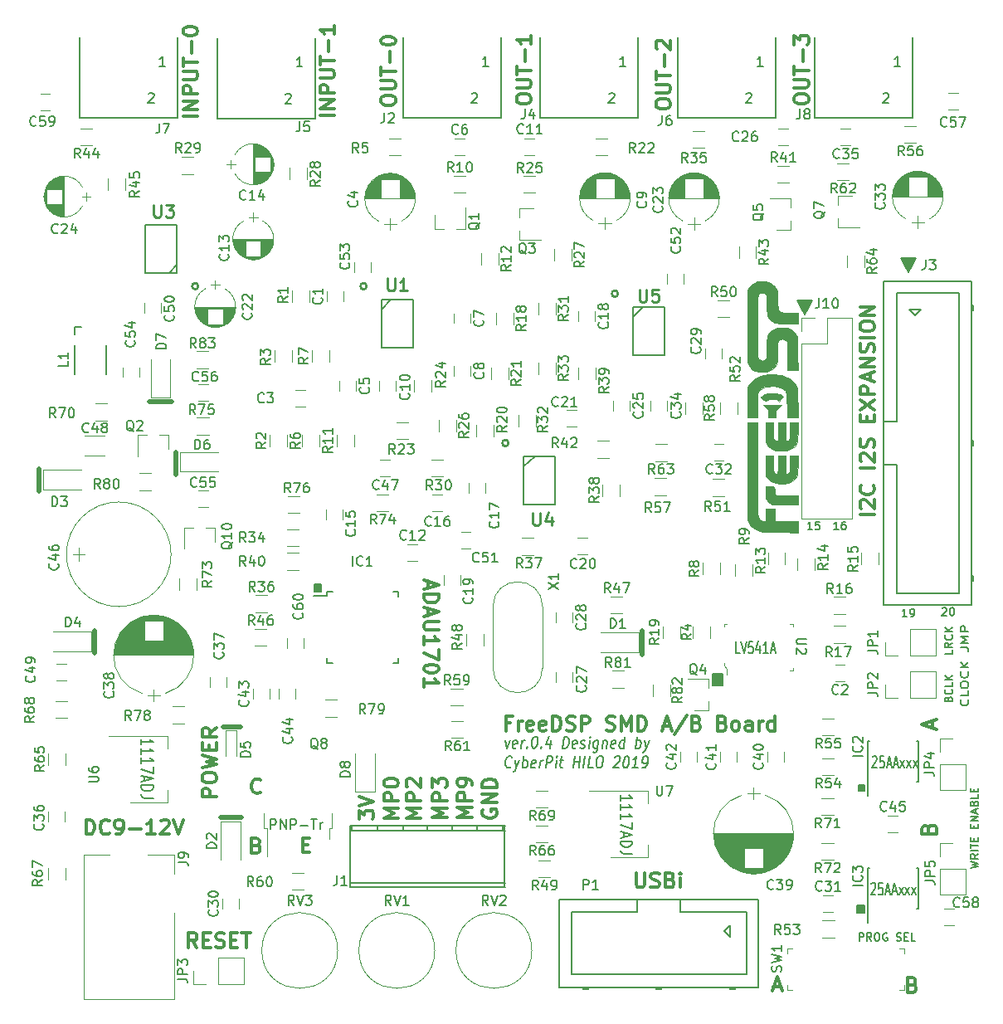
<source format=gto>
G04 #@! TF.GenerationSoftware,KiCad,Pcbnew,(5.1.0-0)*
G04 #@! TF.CreationDate,2019-04-20T13:38:53+09:00*
G04 #@! TF.ProjectId,FreeDSP_SMD_AB,46726565-4453-4505-9f53-4d445f41422e,rev?*
G04 #@! TF.SameCoordinates,Original*
G04 #@! TF.FileFunction,Legend,Top*
G04 #@! TF.FilePolarity,Positive*
%FSLAX46Y46*%
G04 Gerber Fmt 4.6, Leading zero omitted, Abs format (unit mm)*
G04 Created by KiCad (PCBNEW (5.1.0-0)) date 2019-04-20 13:38:53*
%MOMM*%
%LPD*%
G04 APERTURE LIST*
%ADD10C,0.500000*%
%ADD11C,0.300000*%
%ADD12C,0.127000*%
%ADD13C,0.150000*%
%ADD14C,0.200000*%
%ADD15C,0.010000*%
%ADD16C,0.120000*%
%ADD17C,0.100000*%
%ADD18C,0.254000*%
G04 APERTURE END LIST*
D10*
X41122800Y-68233740D02*
X41122800Y-65947740D01*
X38432940Y-60839800D02*
X40718940Y-60839800D01*
D11*
X45301491Y-101106145D02*
X43801491Y-101106145D01*
X43801491Y-100534717D01*
X43872920Y-100391860D01*
X43944348Y-100320431D01*
X44087205Y-100249002D01*
X44301491Y-100249002D01*
X44444348Y-100320431D01*
X44515777Y-100391860D01*
X44587205Y-100534717D01*
X44587205Y-101106145D01*
X43801491Y-99320431D02*
X43801491Y-99034717D01*
X43872920Y-98891860D01*
X44015777Y-98749002D01*
X44301491Y-98677574D01*
X44801491Y-98677574D01*
X45087205Y-98749002D01*
X45230062Y-98891860D01*
X45301491Y-99034717D01*
X45301491Y-99320431D01*
X45230062Y-99463288D01*
X45087205Y-99606145D01*
X44801491Y-99677574D01*
X44301491Y-99677574D01*
X44015777Y-99606145D01*
X43872920Y-99463288D01*
X43801491Y-99320431D01*
X43801491Y-98177574D02*
X45301491Y-97820431D01*
X44230062Y-97534717D01*
X45301491Y-97249002D01*
X43801491Y-96891860D01*
X44515777Y-96320431D02*
X44515777Y-95820431D01*
X45301491Y-95606145D02*
X45301491Y-96320431D01*
X43801491Y-96320431D01*
X43801491Y-95606145D01*
X45301491Y-94106145D02*
X44587205Y-94606145D01*
X45301491Y-94963288D02*
X43801491Y-94963288D01*
X43801491Y-94391860D01*
X43872920Y-94249002D01*
X43944348Y-94177574D01*
X44087205Y-94106145D01*
X44301491Y-94106145D01*
X44444348Y-94177574D01*
X44515777Y-94249002D01*
X44587205Y-94391860D01*
X44587205Y-94963288D01*
D10*
X45936100Y-93971560D02*
X47742040Y-93971560D01*
D12*
X106070619Y-73850904D02*
X105613476Y-73850904D01*
X105842047Y-73850904D02*
X105842047Y-73050904D01*
X105765857Y-73165190D01*
X105689666Y-73241380D01*
X105613476Y-73279476D01*
X106794428Y-73050904D02*
X106413476Y-73050904D01*
X106375380Y-73431857D01*
X106413476Y-73393761D01*
X106489666Y-73355666D01*
X106680142Y-73355666D01*
X106756333Y-73393761D01*
X106794428Y-73431857D01*
X106832523Y-73508047D01*
X106832523Y-73698523D01*
X106794428Y-73774714D01*
X106756333Y-73812809D01*
X106680142Y-73850904D01*
X106489666Y-73850904D01*
X106413476Y-73812809D01*
X106375380Y-73774714D01*
D13*
G36*
X105334000Y-51899000D02*
G01*
X104572000Y-50502000D01*
X106096000Y-50502000D01*
X105334000Y-51899000D01*
G37*
X105334000Y-51899000D02*
X104572000Y-50502000D01*
X106096000Y-50502000D01*
X105334000Y-51899000D01*
G36*
X115875000Y-47581000D02*
G01*
X115113000Y-46184000D01*
X116637000Y-46184000D01*
X115875000Y-47581000D01*
G37*
X115875000Y-47581000D02*
X115113000Y-46184000D01*
X116637000Y-46184000D01*
X115875000Y-47581000D01*
D12*
X115722619Y-82740904D02*
X115265476Y-82740904D01*
X115494047Y-82740904D02*
X115494047Y-81940904D01*
X115417857Y-82055190D01*
X115341666Y-82131380D01*
X115265476Y-82169476D01*
X116103571Y-82740904D02*
X116255952Y-82740904D01*
X116332142Y-82702809D01*
X116370238Y-82664714D01*
X116446428Y-82550428D01*
X116484523Y-82398047D01*
X116484523Y-82093285D01*
X116446428Y-82017095D01*
X116408333Y-81979000D01*
X116332142Y-81940904D01*
X116179761Y-81940904D01*
X116103571Y-81979000D01*
X116065476Y-82017095D01*
X116027380Y-82093285D01*
X116027380Y-82283761D01*
X116065476Y-82359952D01*
X116103571Y-82398047D01*
X116179761Y-82436142D01*
X116332142Y-82436142D01*
X116408333Y-82398047D01*
X116446428Y-82359952D01*
X116484523Y-82283761D01*
X119329476Y-81890095D02*
X119367571Y-81852000D01*
X119443761Y-81813904D01*
X119634238Y-81813904D01*
X119710428Y-81852000D01*
X119748523Y-81890095D01*
X119786619Y-81966285D01*
X119786619Y-82042476D01*
X119748523Y-82156761D01*
X119291380Y-82613904D01*
X119786619Y-82613904D01*
X120281857Y-81813904D02*
X120358047Y-81813904D01*
X120434238Y-81852000D01*
X120472333Y-81890095D01*
X120510428Y-81966285D01*
X120548523Y-82118666D01*
X120548523Y-82309142D01*
X120510428Y-82461523D01*
X120472333Y-82537714D01*
X120434238Y-82575809D01*
X120358047Y-82613904D01*
X120281857Y-82613904D01*
X120205666Y-82575809D01*
X120167571Y-82537714D01*
X120129476Y-82461523D01*
X120091380Y-82309142D01*
X120091380Y-82118666D01*
X120129476Y-81966285D01*
X120167571Y-81890095D01*
X120205666Y-81852000D01*
X120281857Y-81813904D01*
X108737619Y-73850904D02*
X108280476Y-73850904D01*
X108509047Y-73850904D02*
X108509047Y-73050904D01*
X108432857Y-73165190D01*
X108356666Y-73241380D01*
X108280476Y-73279476D01*
X109423333Y-73050904D02*
X109270952Y-73050904D01*
X109194761Y-73089000D01*
X109156666Y-73127095D01*
X109080476Y-73241380D01*
X109042380Y-73393761D01*
X109042380Y-73698523D01*
X109080476Y-73774714D01*
X109118571Y-73812809D01*
X109194761Y-73850904D01*
X109347142Y-73850904D01*
X109423333Y-73812809D01*
X109461428Y-73774714D01*
X109499523Y-73698523D01*
X109499523Y-73508047D01*
X109461428Y-73431857D01*
X109423333Y-73393761D01*
X109347142Y-73355666D01*
X109194761Y-73355666D01*
X109118571Y-73393761D01*
X109080476Y-73431857D01*
X109042380Y-73508047D01*
D11*
X49793825Y-100643914D02*
X49722397Y-100715342D01*
X49508111Y-100786771D01*
X49365254Y-100786771D01*
X49150968Y-100715342D01*
X49008111Y-100572485D01*
X48936682Y-100429628D01*
X48865254Y-100143914D01*
X48865254Y-99929628D01*
X48936682Y-99643914D01*
X49008111Y-99501057D01*
X49150968Y-99358200D01*
X49365254Y-99286771D01*
X49508111Y-99286771D01*
X49722397Y-99358200D01*
X49793825Y-99429628D01*
X49363022Y-106053877D02*
X49577308Y-106125305D01*
X49648737Y-106196734D01*
X49720165Y-106339591D01*
X49720165Y-106553877D01*
X49648737Y-106696734D01*
X49577308Y-106768162D01*
X49434451Y-106839591D01*
X48863022Y-106839591D01*
X48863022Y-105339591D01*
X49363022Y-105339591D01*
X49505880Y-105411020D01*
X49577308Y-105482448D01*
X49648737Y-105625305D01*
X49648737Y-105768162D01*
X49577308Y-105911020D01*
X49505880Y-105982448D01*
X49363022Y-106053877D01*
X48863022Y-106053877D01*
X54085571Y-106020857D02*
X54585571Y-106020857D01*
X54799857Y-106806571D02*
X54085571Y-106806571D01*
X54085571Y-105306571D01*
X54799857Y-105306571D01*
D12*
X50795761Y-104421380D02*
X50795761Y-103421380D01*
X51176714Y-103421380D01*
X51271952Y-103469000D01*
X51319571Y-103516619D01*
X51367190Y-103611857D01*
X51367190Y-103754714D01*
X51319571Y-103849952D01*
X51271952Y-103897571D01*
X51176714Y-103945190D01*
X50795761Y-103945190D01*
X51795761Y-104421380D02*
X51795761Y-103421380D01*
X52367190Y-104421380D01*
X52367190Y-103421380D01*
X52843380Y-104421380D02*
X52843380Y-103421380D01*
X53224333Y-103421380D01*
X53319571Y-103469000D01*
X53367190Y-103516619D01*
X53414809Y-103611857D01*
X53414809Y-103754714D01*
X53367190Y-103849952D01*
X53319571Y-103897571D01*
X53224333Y-103945190D01*
X52843380Y-103945190D01*
X53843380Y-104040428D02*
X54605285Y-104040428D01*
X54938619Y-103421380D02*
X55510047Y-103421380D01*
X55224333Y-104421380D02*
X55224333Y-103421380D01*
X55843380Y-104421380D02*
X55843380Y-103754714D01*
X55843380Y-103945190D02*
X55891000Y-103849952D01*
X55938619Y-103802333D01*
X56033857Y-103754714D01*
X56129095Y-103754714D01*
X86503142Y-101516619D02*
X86503142Y-100945190D01*
X86503142Y-101230904D02*
X87703142Y-101230904D01*
X87531714Y-101135666D01*
X87417428Y-101040428D01*
X87360285Y-100945190D01*
X86503142Y-102469000D02*
X86503142Y-101897571D01*
X86503142Y-102183285D02*
X87703142Y-102183285D01*
X87531714Y-102088047D01*
X87417428Y-101992809D01*
X87360285Y-101897571D01*
X86503142Y-103421380D02*
X86503142Y-102849952D01*
X86503142Y-103135666D02*
X87703142Y-103135666D01*
X87531714Y-103040428D01*
X87417428Y-102945190D01*
X87360285Y-102849952D01*
X87703142Y-103754714D02*
X87703142Y-104421380D01*
X86503142Y-103992809D01*
X86846000Y-104754714D02*
X86846000Y-105230904D01*
X86503142Y-104659476D02*
X87703142Y-104992809D01*
X86503142Y-105326142D01*
X86503142Y-105659476D02*
X87703142Y-105659476D01*
X87703142Y-105897571D01*
X87646000Y-106040428D01*
X87531714Y-106135666D01*
X87417428Y-106183285D01*
X87188857Y-106230904D01*
X87017428Y-106230904D01*
X86788857Y-106183285D01*
X86674571Y-106135666D01*
X86560285Y-106040428D01*
X86503142Y-105897571D01*
X86503142Y-105659476D01*
X87703142Y-106945190D02*
X86846000Y-106945190D01*
X86674571Y-106897571D01*
X86560285Y-106802333D01*
X86503142Y-106659476D01*
X86503142Y-106564238D01*
X37608142Y-95801619D02*
X37608142Y-95230190D01*
X37608142Y-95515904D02*
X38808142Y-95515904D01*
X38636714Y-95420666D01*
X38522428Y-95325428D01*
X38465285Y-95230190D01*
X37608142Y-96754000D02*
X37608142Y-96182571D01*
X37608142Y-96468285D02*
X38808142Y-96468285D01*
X38636714Y-96373047D01*
X38522428Y-96277809D01*
X38465285Y-96182571D01*
X37608142Y-97706380D02*
X37608142Y-97134952D01*
X37608142Y-97420666D02*
X38808142Y-97420666D01*
X38636714Y-97325428D01*
X38522428Y-97230190D01*
X38465285Y-97134952D01*
X38808142Y-98039714D02*
X38808142Y-98706380D01*
X37608142Y-98277809D01*
X37951000Y-99039714D02*
X37951000Y-99515904D01*
X37608142Y-98944476D02*
X38808142Y-99277809D01*
X37608142Y-99611142D01*
X37608142Y-99944476D02*
X38808142Y-99944476D01*
X38808142Y-100182571D01*
X38751000Y-100325428D01*
X38636714Y-100420666D01*
X38522428Y-100468285D01*
X38293857Y-100515904D01*
X38122428Y-100515904D01*
X37893857Y-100468285D01*
X37779571Y-100420666D01*
X37665285Y-100325428D01*
X37608142Y-100182571D01*
X37608142Y-99944476D01*
X38808142Y-101230190D02*
X37951000Y-101230190D01*
X37779571Y-101182571D01*
X37665285Y-101087333D01*
X37608142Y-100944476D01*
X37608142Y-100849238D01*
X98673047Y-86477857D02*
X98292095Y-86477857D01*
X98292095Y-85277857D01*
X98825428Y-85277857D02*
X99092095Y-86477857D01*
X99358761Y-85277857D01*
X100006380Y-85277857D02*
X99625428Y-85277857D01*
X99587333Y-85849285D01*
X99625428Y-85792142D01*
X99701619Y-85735000D01*
X99892095Y-85735000D01*
X99968285Y-85792142D01*
X100006380Y-85849285D01*
X100044476Y-85963571D01*
X100044476Y-86249285D01*
X100006380Y-86363571D01*
X99968285Y-86420714D01*
X99892095Y-86477857D01*
X99701619Y-86477857D01*
X99625428Y-86420714D01*
X99587333Y-86363571D01*
X100730190Y-85677857D02*
X100730190Y-86477857D01*
X100539714Y-85220714D02*
X100349238Y-86077857D01*
X100844476Y-86077857D01*
X101568285Y-86477857D02*
X101111142Y-86477857D01*
X101339714Y-86477857D02*
X101339714Y-85277857D01*
X101263523Y-85449285D01*
X101187333Y-85563571D01*
X101111142Y-85620714D01*
X101873047Y-86135000D02*
X102254000Y-86135000D01*
X101796857Y-86477857D02*
X102063523Y-85277857D01*
X102330190Y-86477857D01*
X112084333Y-110030142D02*
X112122428Y-109973000D01*
X112198619Y-109915857D01*
X112389095Y-109915857D01*
X112465285Y-109973000D01*
X112503380Y-110030142D01*
X112541476Y-110144428D01*
X112541476Y-110258714D01*
X112503380Y-110430142D01*
X112046238Y-111115857D01*
X112541476Y-111115857D01*
X113265285Y-109915857D02*
X112884333Y-109915857D01*
X112846238Y-110487285D01*
X112884333Y-110430142D01*
X112960523Y-110373000D01*
X113151000Y-110373000D01*
X113227190Y-110430142D01*
X113265285Y-110487285D01*
X113303380Y-110601571D01*
X113303380Y-110887285D01*
X113265285Y-111001571D01*
X113227190Y-111058714D01*
X113151000Y-111115857D01*
X112960523Y-111115857D01*
X112884333Y-111058714D01*
X112846238Y-111001571D01*
X113608142Y-110773000D02*
X113989095Y-110773000D01*
X113531952Y-111115857D02*
X113798619Y-109915857D01*
X114065285Y-111115857D01*
X114293857Y-110773000D02*
X114674809Y-110773000D01*
X114217666Y-111115857D02*
X114484333Y-109915857D01*
X114751000Y-111115857D01*
X114941476Y-111115857D02*
X115360523Y-110315857D01*
X114941476Y-110315857D02*
X115360523Y-111115857D01*
X115589095Y-111115857D02*
X116008142Y-110315857D01*
X115589095Y-110315857D02*
X116008142Y-111115857D01*
X116236714Y-111115857D02*
X116655761Y-110315857D01*
X116236714Y-110315857D02*
X116655761Y-111115857D01*
X112211333Y-97076142D02*
X112249428Y-97019000D01*
X112325619Y-96961857D01*
X112516095Y-96961857D01*
X112592285Y-97019000D01*
X112630380Y-97076142D01*
X112668476Y-97190428D01*
X112668476Y-97304714D01*
X112630380Y-97476142D01*
X112173238Y-98161857D01*
X112668476Y-98161857D01*
X113392285Y-96961857D02*
X113011333Y-96961857D01*
X112973238Y-97533285D01*
X113011333Y-97476142D01*
X113087523Y-97419000D01*
X113278000Y-97419000D01*
X113354190Y-97476142D01*
X113392285Y-97533285D01*
X113430380Y-97647571D01*
X113430380Y-97933285D01*
X113392285Y-98047571D01*
X113354190Y-98104714D01*
X113278000Y-98161857D01*
X113087523Y-98161857D01*
X113011333Y-98104714D01*
X112973238Y-98047571D01*
X113735142Y-97819000D02*
X114116095Y-97819000D01*
X113658952Y-98161857D02*
X113925619Y-96961857D01*
X114192285Y-98161857D01*
X114420857Y-97819000D02*
X114801809Y-97819000D01*
X114344666Y-98161857D02*
X114611333Y-96961857D01*
X114878000Y-98161857D01*
X115068476Y-98161857D02*
X115487523Y-97361857D01*
X115068476Y-97361857D02*
X115487523Y-98161857D01*
X115716095Y-98161857D02*
X116135142Y-97361857D01*
X115716095Y-97361857D02*
X116135142Y-98161857D01*
X116363714Y-98161857D02*
X116782761Y-97361857D01*
X116363714Y-97361857D02*
X116782761Y-98161857D01*
D13*
G36*
X111430000Y-112986000D02*
G01*
X110668000Y-112986000D01*
X110668000Y-112224000D01*
X111430000Y-112224000D01*
X111430000Y-112986000D01*
G37*
X111430000Y-112986000D02*
X110668000Y-112986000D01*
X110668000Y-112224000D01*
X111430000Y-112224000D01*
X111430000Y-112986000D01*
G36*
X111430000Y-100540000D02*
G01*
X110795000Y-100540000D01*
X110795000Y-99905000D01*
X111430000Y-99905000D01*
X111430000Y-100540000D01*
G37*
X111430000Y-100540000D02*
X110795000Y-100540000D01*
X110795000Y-99905000D01*
X111430000Y-99905000D01*
X111430000Y-100540000D01*
G36*
X96952000Y-89745000D02*
G01*
X95936000Y-89745000D01*
X95936000Y-88602000D01*
X96952000Y-88602000D01*
X96952000Y-89745000D01*
G37*
X96952000Y-89745000D02*
X95936000Y-89745000D01*
X95936000Y-88602000D01*
X96952000Y-88602000D01*
X96952000Y-89745000D01*
G36*
X55931000Y-80220000D02*
G01*
X55296000Y-80220000D01*
X55296000Y-79458000D01*
X55931000Y-79458000D01*
X55931000Y-80220000D01*
G37*
X55931000Y-80220000D02*
X55296000Y-80220000D01*
X55296000Y-79458000D01*
X55931000Y-79458000D01*
X55931000Y-80220000D01*
D14*
X76632000Y-67393000D02*
X77775000Y-66377000D01*
X87808000Y-52153000D02*
X88824000Y-51137000D01*
X62154000Y-51391000D02*
X63043000Y-50375000D01*
X40437000Y-47708000D02*
X41199000Y-46819000D01*
D10*
X32806840Y-84202720D02*
X32806840Y-86488720D01*
X27152800Y-67690180D02*
X27152800Y-69976180D01*
X45689720Y-103247640D02*
X47848720Y-103247640D01*
X88742720Y-86597940D02*
X88742720Y-84184940D01*
D14*
X96778404Y-89211600D02*
G75*
G03X96778404Y-89211600I-309004J0D01*
G01*
D11*
X72483480Y-102437237D02*
X72412051Y-102580094D01*
X72412051Y-102794380D01*
X72483480Y-103008665D01*
X72626337Y-103151522D01*
X72769194Y-103222951D01*
X73054908Y-103294380D01*
X73269194Y-103294380D01*
X73554908Y-103222951D01*
X73697765Y-103151522D01*
X73840622Y-103008665D01*
X73912051Y-102794380D01*
X73912051Y-102651522D01*
X73840622Y-102437237D01*
X73769194Y-102365808D01*
X73269194Y-102365808D01*
X73269194Y-102651522D01*
X73912051Y-101722951D02*
X72412051Y-101722951D01*
X73912051Y-100865808D01*
X72412051Y-100865808D01*
X73912051Y-100151522D02*
X72412051Y-100151522D01*
X72412051Y-99794380D01*
X72483480Y-99580094D01*
X72626337Y-99437237D01*
X72769194Y-99365808D01*
X73054908Y-99294380D01*
X73269194Y-99294380D01*
X73554908Y-99365808D01*
X73697765Y-99437237D01*
X73840622Y-99580094D01*
X73912051Y-99794380D01*
X73912051Y-100151522D01*
X71326331Y-103210405D02*
X69826331Y-103210405D01*
X70897760Y-102710405D01*
X69826331Y-102210405D01*
X71326331Y-102210405D01*
X71326331Y-101496120D02*
X69826331Y-101496120D01*
X69826331Y-100924691D01*
X69897760Y-100781834D01*
X69969188Y-100710405D01*
X70112045Y-100638977D01*
X70326331Y-100638977D01*
X70469188Y-100710405D01*
X70540617Y-100781834D01*
X70612045Y-100924691D01*
X70612045Y-101496120D01*
X71326331Y-99924691D02*
X71326331Y-99638977D01*
X71254902Y-99496120D01*
X71183474Y-99424691D01*
X70969188Y-99281834D01*
X70683474Y-99210405D01*
X70112045Y-99210405D01*
X69969188Y-99281834D01*
X69897760Y-99353262D01*
X69826331Y-99496120D01*
X69826331Y-99781834D01*
X69897760Y-99924691D01*
X69969188Y-99996120D01*
X70112045Y-100067548D01*
X70469188Y-100067548D01*
X70612045Y-99996120D01*
X70683474Y-99924691D01*
X70754902Y-99781834D01*
X70754902Y-99496120D01*
X70683474Y-99353262D01*
X70612045Y-99281834D01*
X70469188Y-99210405D01*
X68788871Y-103258665D02*
X67288871Y-103258665D01*
X68360300Y-102758665D01*
X67288871Y-102258665D01*
X68788871Y-102258665D01*
X68788871Y-101544380D02*
X67288871Y-101544380D01*
X67288871Y-100972951D01*
X67360300Y-100830094D01*
X67431728Y-100758665D01*
X67574585Y-100687237D01*
X67788871Y-100687237D01*
X67931728Y-100758665D01*
X68003157Y-100830094D01*
X68074585Y-100972951D01*
X68074585Y-101544380D01*
X67288871Y-100187237D02*
X67288871Y-99258665D01*
X67860300Y-99758665D01*
X67860300Y-99544380D01*
X67931728Y-99401522D01*
X68003157Y-99330094D01*
X68146014Y-99258665D01*
X68503157Y-99258665D01*
X68646014Y-99330094D01*
X68717442Y-99401522D01*
X68788871Y-99544380D01*
X68788871Y-99972951D01*
X68717442Y-100115808D01*
X68646014Y-100187237D01*
X66134571Y-103266285D02*
X64634571Y-103266285D01*
X65706000Y-102766285D01*
X64634571Y-102266285D01*
X66134571Y-102266285D01*
X66134571Y-101552000D02*
X64634571Y-101552000D01*
X64634571Y-100980571D01*
X64706000Y-100837714D01*
X64777428Y-100766285D01*
X64920285Y-100694857D01*
X65134571Y-100694857D01*
X65277428Y-100766285D01*
X65348857Y-100837714D01*
X65420285Y-100980571D01*
X65420285Y-101552000D01*
X64777428Y-100123428D02*
X64706000Y-100052000D01*
X64634571Y-99909142D01*
X64634571Y-99552000D01*
X64706000Y-99409142D01*
X64777428Y-99337714D01*
X64920285Y-99266285D01*
X65063142Y-99266285D01*
X65277428Y-99337714D01*
X66134571Y-100194857D01*
X66134571Y-99266285D01*
X63848571Y-103266285D02*
X62348571Y-103266285D01*
X63420000Y-102766285D01*
X62348571Y-102266285D01*
X63848571Y-102266285D01*
X63848571Y-101552000D02*
X62348571Y-101552000D01*
X62348571Y-100980571D01*
X62420000Y-100837714D01*
X62491428Y-100766285D01*
X62634285Y-100694857D01*
X62848571Y-100694857D01*
X62991428Y-100766285D01*
X63062857Y-100837714D01*
X63134285Y-100980571D01*
X63134285Y-101552000D01*
X62348571Y-99766285D02*
X62348571Y-99623428D01*
X62420000Y-99480571D01*
X62491428Y-99409142D01*
X62634285Y-99337714D01*
X62920000Y-99266285D01*
X63277142Y-99266285D01*
X63562857Y-99337714D01*
X63705714Y-99409142D01*
X63777142Y-99480571D01*
X63848571Y-99623428D01*
X63848571Y-99766285D01*
X63777142Y-99909142D01*
X63705714Y-99980571D01*
X63562857Y-100052000D01*
X63277142Y-100123428D01*
X62920000Y-100123428D01*
X62634285Y-100052000D01*
X62491428Y-99980571D01*
X62420000Y-99909142D01*
X62348571Y-99766285D01*
X59806031Y-103427837D02*
X59806031Y-102499265D01*
X60377460Y-102999265D01*
X60377460Y-102784980D01*
X60448888Y-102642122D01*
X60520317Y-102570694D01*
X60663174Y-102499265D01*
X61020317Y-102499265D01*
X61163174Y-102570694D01*
X61234602Y-102642122D01*
X61306031Y-102784980D01*
X61306031Y-103213551D01*
X61234602Y-103356408D01*
X61163174Y-103427837D01*
X59806031Y-102070694D02*
X61306031Y-101570694D01*
X59806031Y-101070694D01*
D14*
X74733620Y-95371257D02*
X74871715Y-96171257D01*
X75209810Y-95371257D01*
X75878858Y-96114114D02*
X75776477Y-96171257D01*
X75586000Y-96171257D01*
X75497905Y-96114114D01*
X75464572Y-95999828D01*
X75521715Y-95542685D01*
X75583620Y-95428400D01*
X75686000Y-95371257D01*
X75876477Y-95371257D01*
X75964572Y-95428400D01*
X75997905Y-95542685D01*
X75983620Y-95656971D01*
X75493143Y-95771257D01*
X76347905Y-96171257D02*
X76447905Y-95371257D01*
X76419334Y-95599828D02*
X76481239Y-95485542D01*
X76536000Y-95428400D01*
X76638381Y-95371257D01*
X76733620Y-95371257D01*
X76981239Y-96056971D02*
X77021715Y-96114114D01*
X76966953Y-96171257D01*
X76926477Y-96114114D01*
X76981239Y-96056971D01*
X76966953Y-96171257D01*
X77783620Y-94971257D02*
X77878858Y-94971257D01*
X77966953Y-95028400D01*
X78007429Y-95085542D01*
X78040762Y-95199828D01*
X78059810Y-95428400D01*
X78024096Y-95714114D01*
X77947905Y-95942685D01*
X77886000Y-96056971D01*
X77831239Y-96114114D01*
X77728858Y-96171257D01*
X77633620Y-96171257D01*
X77545524Y-96114114D01*
X77505048Y-96056971D01*
X77471715Y-95942685D01*
X77452667Y-95714114D01*
X77488381Y-95428400D01*
X77564572Y-95199828D01*
X77626477Y-95085542D01*
X77681239Y-95028400D01*
X77783620Y-94971257D01*
X78409810Y-96056971D02*
X78450286Y-96114114D01*
X78395524Y-96171257D01*
X78355048Y-96114114D01*
X78409810Y-96056971D01*
X78395524Y-96171257D01*
X79400286Y-95371257D02*
X79300286Y-96171257D01*
X79219334Y-94914114D02*
X78874096Y-95771257D01*
X79493143Y-95771257D01*
X80586000Y-96171257D02*
X80736000Y-94971257D01*
X80974096Y-94971257D01*
X81109810Y-95028400D01*
X81190762Y-95142685D01*
X81224096Y-95256971D01*
X81243143Y-95485542D01*
X81221715Y-95656971D01*
X81145524Y-95885542D01*
X81083620Y-95999828D01*
X80974096Y-96114114D01*
X80824096Y-96171257D01*
X80586000Y-96171257D01*
X81974096Y-96114114D02*
X81871715Y-96171257D01*
X81681239Y-96171257D01*
X81593143Y-96114114D01*
X81559810Y-95999828D01*
X81616953Y-95542685D01*
X81678858Y-95428400D01*
X81781239Y-95371257D01*
X81971715Y-95371257D01*
X82059810Y-95428400D01*
X82093143Y-95542685D01*
X82078858Y-95656971D01*
X81588381Y-95771257D01*
X82402667Y-96114114D02*
X82490762Y-96171257D01*
X82681239Y-96171257D01*
X82783620Y-96114114D01*
X82845524Y-95999828D01*
X82852667Y-95942685D01*
X82819334Y-95828400D01*
X82731239Y-95771257D01*
X82588381Y-95771257D01*
X82500286Y-95714114D01*
X82466953Y-95599828D01*
X82474096Y-95542685D01*
X82536000Y-95428400D01*
X82638381Y-95371257D01*
X82781239Y-95371257D01*
X82869334Y-95428400D01*
X83252667Y-96171257D02*
X83352667Y-95371257D01*
X83402667Y-94971257D02*
X83347905Y-95028400D01*
X83388381Y-95085542D01*
X83443143Y-95028400D01*
X83402667Y-94971257D01*
X83388381Y-95085542D01*
X84257429Y-95371257D02*
X84136000Y-96342685D01*
X84074096Y-96456971D01*
X84019334Y-96514114D01*
X83916953Y-96571257D01*
X83774096Y-96571257D01*
X83686000Y-96514114D01*
X84164572Y-96114114D02*
X84062191Y-96171257D01*
X83871715Y-96171257D01*
X83783620Y-96114114D01*
X83743143Y-96056971D01*
X83709810Y-95942685D01*
X83752667Y-95599828D01*
X83814572Y-95485542D01*
X83869334Y-95428400D01*
X83971715Y-95371257D01*
X84162191Y-95371257D01*
X84250286Y-95428400D01*
X84733620Y-95371257D02*
X84633620Y-96171257D01*
X84719334Y-95485542D02*
X84774096Y-95428400D01*
X84876477Y-95371257D01*
X85019334Y-95371257D01*
X85107429Y-95428400D01*
X85140762Y-95542685D01*
X85062191Y-96171257D01*
X85926477Y-96114114D02*
X85824096Y-96171257D01*
X85633620Y-96171257D01*
X85545524Y-96114114D01*
X85512191Y-95999828D01*
X85569334Y-95542685D01*
X85631239Y-95428400D01*
X85733620Y-95371257D01*
X85924096Y-95371257D01*
X86012191Y-95428400D01*
X86045524Y-95542685D01*
X86031239Y-95656971D01*
X85540762Y-95771257D01*
X86824096Y-96171257D02*
X86974096Y-94971257D01*
X86831239Y-96114114D02*
X86728858Y-96171257D01*
X86538381Y-96171257D01*
X86450286Y-96114114D01*
X86409810Y-96056971D01*
X86376477Y-95942685D01*
X86419334Y-95599828D01*
X86481239Y-95485542D01*
X86536000Y-95428400D01*
X86638381Y-95371257D01*
X86828858Y-95371257D01*
X86916953Y-95428400D01*
X88062191Y-96171257D02*
X88212191Y-94971257D01*
X88155048Y-95428400D02*
X88257429Y-95371257D01*
X88447905Y-95371257D01*
X88536000Y-95428400D01*
X88576477Y-95485542D01*
X88609810Y-95599828D01*
X88566953Y-95942685D01*
X88505048Y-96056971D01*
X88450286Y-96114114D01*
X88347905Y-96171257D01*
X88157429Y-96171257D01*
X88069334Y-96114114D01*
X88971715Y-95371257D02*
X89109810Y-96171257D01*
X89447905Y-95371257D02*
X89109810Y-96171257D01*
X88978858Y-96456971D01*
X88924096Y-96514114D01*
X88821715Y-96571257D01*
X75314572Y-98056971D02*
X75259810Y-98114114D01*
X75109810Y-98171257D01*
X75014572Y-98171257D01*
X74878858Y-98114114D01*
X74797905Y-97999828D01*
X74764572Y-97885542D01*
X74745524Y-97656971D01*
X74766953Y-97485542D01*
X74843143Y-97256971D01*
X74905048Y-97142685D01*
X75014572Y-97028400D01*
X75164572Y-96971257D01*
X75259810Y-96971257D01*
X75395524Y-97028400D01*
X75436000Y-97085542D01*
X75733620Y-97371257D02*
X75871715Y-98171257D01*
X76209810Y-97371257D02*
X75871715Y-98171257D01*
X75740762Y-98456971D01*
X75686000Y-98514114D01*
X75583620Y-98571257D01*
X76490762Y-98171257D02*
X76640762Y-96971257D01*
X76583620Y-97428400D02*
X76686000Y-97371257D01*
X76876477Y-97371257D01*
X76964572Y-97428400D01*
X77005048Y-97485542D01*
X77038381Y-97599828D01*
X76995524Y-97942685D01*
X76933620Y-98056971D01*
X76878858Y-98114114D01*
X76776477Y-98171257D01*
X76586000Y-98171257D01*
X76497905Y-98114114D01*
X77783620Y-98114114D02*
X77681239Y-98171257D01*
X77490762Y-98171257D01*
X77402667Y-98114114D01*
X77369334Y-97999828D01*
X77426477Y-97542685D01*
X77488381Y-97428400D01*
X77590762Y-97371257D01*
X77781239Y-97371257D01*
X77869334Y-97428400D01*
X77902667Y-97542685D01*
X77888381Y-97656971D01*
X77397905Y-97771257D01*
X78252667Y-98171257D02*
X78352667Y-97371257D01*
X78324096Y-97599828D02*
X78386000Y-97485542D01*
X78440762Y-97428400D01*
X78543143Y-97371257D01*
X78638381Y-97371257D01*
X78871715Y-98171257D02*
X79021715Y-96971257D01*
X79402667Y-96971257D01*
X79490762Y-97028400D01*
X79531239Y-97085542D01*
X79564572Y-97199828D01*
X79543143Y-97371257D01*
X79481239Y-97485542D01*
X79426477Y-97542685D01*
X79324096Y-97599828D01*
X78943143Y-97599828D01*
X79871715Y-98171257D02*
X79971715Y-97371257D01*
X80021715Y-96971257D02*
X79966953Y-97028400D01*
X80007429Y-97085542D01*
X80062191Y-97028400D01*
X80021715Y-96971257D01*
X80007429Y-97085542D01*
X80305048Y-97371257D02*
X80686000Y-97371257D01*
X80497905Y-96971257D02*
X80369334Y-97999828D01*
X80402667Y-98114114D01*
X80490762Y-98171257D01*
X80586000Y-98171257D01*
X81681239Y-98171257D02*
X81831239Y-96971257D01*
X81759810Y-97542685D02*
X82331239Y-97542685D01*
X82252667Y-98171257D02*
X82402667Y-96971257D01*
X82728858Y-98171257D02*
X82878858Y-96971257D01*
X83681239Y-98171257D02*
X83205048Y-98171257D01*
X83355048Y-96971257D01*
X84355048Y-96971257D02*
X84545524Y-96971257D01*
X84633620Y-97028400D01*
X84714572Y-97142685D01*
X84733620Y-97371257D01*
X84683620Y-97771257D01*
X84607429Y-97999828D01*
X84497905Y-98114114D01*
X84395524Y-98171257D01*
X84205048Y-98171257D01*
X84116953Y-98114114D01*
X84036000Y-97999828D01*
X84016953Y-97771257D01*
X84066953Y-97371257D01*
X84143143Y-97142685D01*
X84252667Y-97028400D01*
X84355048Y-96971257D01*
X85912191Y-97085542D02*
X85966953Y-97028400D01*
X86069334Y-96971257D01*
X86307429Y-96971257D01*
X86395524Y-97028400D01*
X86436000Y-97085542D01*
X86469334Y-97199828D01*
X86455048Y-97314114D01*
X86386000Y-97485542D01*
X85728858Y-98171257D01*
X86347905Y-98171257D01*
X87116953Y-96971257D02*
X87212191Y-96971257D01*
X87300286Y-97028400D01*
X87340762Y-97085542D01*
X87374096Y-97199828D01*
X87393143Y-97428400D01*
X87357429Y-97714114D01*
X87281239Y-97942685D01*
X87219334Y-98056971D01*
X87164572Y-98114114D01*
X87062191Y-98171257D01*
X86966953Y-98171257D01*
X86878858Y-98114114D01*
X86838381Y-98056971D01*
X86805048Y-97942685D01*
X86786000Y-97714114D01*
X86821715Y-97428400D01*
X86897905Y-97199828D01*
X86959810Y-97085542D01*
X87014572Y-97028400D01*
X87116953Y-96971257D01*
X88252667Y-98171257D02*
X87681239Y-98171257D01*
X87966953Y-98171257D02*
X88116953Y-96971257D01*
X88000286Y-97142685D01*
X87890762Y-97256971D01*
X87788381Y-97314114D01*
X88728858Y-98171257D02*
X88919334Y-98171257D01*
X89021715Y-98114114D01*
X89076477Y-98056971D01*
X89193143Y-97885542D01*
X89269334Y-97656971D01*
X89326477Y-97199828D01*
X89293143Y-97085542D01*
X89252667Y-97028400D01*
X89164572Y-96971257D01*
X88974096Y-96971257D01*
X88871715Y-97028400D01*
X88816953Y-97085542D01*
X88755048Y-97199828D01*
X88719334Y-97485542D01*
X88752667Y-97599828D01*
X88793143Y-97656971D01*
X88881239Y-97714114D01*
X89071715Y-97714114D01*
X89174096Y-97656971D01*
X89228858Y-97599828D01*
X89290762Y-97485542D01*
D11*
X43350571Y-31713714D02*
X41850571Y-31713714D01*
X43350571Y-30999428D02*
X41850571Y-30999428D01*
X43350571Y-30142285D01*
X41850571Y-30142285D01*
X43350571Y-29428000D02*
X41850571Y-29428000D01*
X41850571Y-28856571D01*
X41922000Y-28713714D01*
X41993428Y-28642285D01*
X42136285Y-28570857D01*
X42350571Y-28570857D01*
X42493428Y-28642285D01*
X42564857Y-28713714D01*
X42636285Y-28856571D01*
X42636285Y-29428000D01*
X41850571Y-27928000D02*
X43064857Y-27928000D01*
X43207714Y-27856571D01*
X43279142Y-27785142D01*
X43350571Y-27642285D01*
X43350571Y-27356571D01*
X43279142Y-27213714D01*
X43207714Y-27142285D01*
X43064857Y-27070857D01*
X41850571Y-27070857D01*
X41850571Y-26570857D02*
X41850571Y-25713714D01*
X43350571Y-26142285D02*
X41850571Y-26142285D01*
X42779142Y-25213714D02*
X42779142Y-24070857D01*
X41850571Y-23070857D02*
X41850571Y-22928000D01*
X41922000Y-22785142D01*
X41993428Y-22713714D01*
X42136285Y-22642285D01*
X42422000Y-22570857D01*
X42779142Y-22570857D01*
X43064857Y-22642285D01*
X43207714Y-22713714D01*
X43279142Y-22785142D01*
X43350571Y-22928000D01*
X43350571Y-23070857D01*
X43279142Y-23213714D01*
X43207714Y-23285142D01*
X43064857Y-23356571D01*
X42779142Y-23428000D01*
X42422000Y-23428000D01*
X42136285Y-23356571D01*
X41993428Y-23285142D01*
X41922000Y-23213714D01*
X41850571Y-23070857D01*
X57320571Y-31586714D02*
X55820571Y-31586714D01*
X57320571Y-30872428D02*
X55820571Y-30872428D01*
X57320571Y-30015285D01*
X55820571Y-30015285D01*
X57320571Y-29301000D02*
X55820571Y-29301000D01*
X55820571Y-28729571D01*
X55892000Y-28586714D01*
X55963428Y-28515285D01*
X56106285Y-28443857D01*
X56320571Y-28443857D01*
X56463428Y-28515285D01*
X56534857Y-28586714D01*
X56606285Y-28729571D01*
X56606285Y-29301000D01*
X55820571Y-27801000D02*
X57034857Y-27801000D01*
X57177714Y-27729571D01*
X57249142Y-27658142D01*
X57320571Y-27515285D01*
X57320571Y-27229571D01*
X57249142Y-27086714D01*
X57177714Y-27015285D01*
X57034857Y-26943857D01*
X55820571Y-26943857D01*
X55820571Y-26443857D02*
X55820571Y-25586714D01*
X57320571Y-26015285D02*
X55820571Y-26015285D01*
X56749142Y-25086714D02*
X56749142Y-23943857D01*
X57320571Y-22443857D02*
X57320571Y-23301000D01*
X57320571Y-22872428D02*
X55820571Y-22872428D01*
X56034857Y-23015285D01*
X56177714Y-23158142D01*
X56249142Y-23301000D01*
D14*
X119957857Y-91134761D02*
X119995952Y-91020476D01*
X120034047Y-90982380D01*
X120110238Y-90944285D01*
X120224523Y-90944285D01*
X120300714Y-90982380D01*
X120338809Y-91020476D01*
X120376904Y-91096666D01*
X120376904Y-91401428D01*
X119576904Y-91401428D01*
X119576904Y-91134761D01*
X119615000Y-91058571D01*
X119653095Y-91020476D01*
X119729285Y-90982380D01*
X119805476Y-90982380D01*
X119881666Y-91020476D01*
X119919761Y-91058571D01*
X119957857Y-91134761D01*
X119957857Y-91401428D01*
X120300714Y-90144285D02*
X120338809Y-90182380D01*
X120376904Y-90296666D01*
X120376904Y-90372857D01*
X120338809Y-90487142D01*
X120262619Y-90563333D01*
X120186428Y-90601428D01*
X120034047Y-90639523D01*
X119919761Y-90639523D01*
X119767380Y-90601428D01*
X119691190Y-90563333D01*
X119615000Y-90487142D01*
X119576904Y-90372857D01*
X119576904Y-90296666D01*
X119615000Y-90182380D01*
X119653095Y-90144285D01*
X120376904Y-89420476D02*
X120376904Y-89801428D01*
X119576904Y-89801428D01*
X120376904Y-89153809D02*
X119576904Y-89153809D01*
X120376904Y-88696666D02*
X119919761Y-89039523D01*
X119576904Y-88696666D02*
X120034047Y-89153809D01*
X120376904Y-86144285D02*
X120376904Y-86525238D01*
X119576904Y-86525238D01*
X120376904Y-85420476D02*
X119995952Y-85687142D01*
X120376904Y-85877619D02*
X119576904Y-85877619D01*
X119576904Y-85572857D01*
X119615000Y-85496666D01*
X119653095Y-85458571D01*
X119729285Y-85420476D01*
X119843571Y-85420476D01*
X119919761Y-85458571D01*
X119957857Y-85496666D01*
X119995952Y-85572857D01*
X119995952Y-85877619D01*
X120300714Y-84620476D02*
X120338809Y-84658571D01*
X120376904Y-84772857D01*
X120376904Y-84849047D01*
X120338809Y-84963333D01*
X120262619Y-85039523D01*
X120186428Y-85077619D01*
X120034047Y-85115714D01*
X119919761Y-85115714D01*
X119767380Y-85077619D01*
X119691190Y-85039523D01*
X119615000Y-84963333D01*
X119576904Y-84849047D01*
X119576904Y-84772857D01*
X119615000Y-84658571D01*
X119653095Y-84620476D01*
X120376904Y-84277619D02*
X119576904Y-84277619D01*
X120376904Y-83820476D02*
X119919761Y-84163333D01*
X119576904Y-83820476D02*
X120034047Y-84277619D01*
X121951714Y-91209380D02*
X121989809Y-91257000D01*
X122027904Y-91399857D01*
X122027904Y-91495095D01*
X121989809Y-91637952D01*
X121913619Y-91733190D01*
X121837428Y-91780809D01*
X121685047Y-91828428D01*
X121570761Y-91828428D01*
X121418380Y-91780809D01*
X121342190Y-91733190D01*
X121266000Y-91637952D01*
X121227904Y-91495095D01*
X121227904Y-91399857D01*
X121266000Y-91257000D01*
X121304095Y-91209380D01*
X122027904Y-90304619D02*
X122027904Y-90780809D01*
X121227904Y-90780809D01*
X121227904Y-89780809D02*
X121227904Y-89590333D01*
X121266000Y-89495095D01*
X121342190Y-89399857D01*
X121494571Y-89352238D01*
X121761238Y-89352238D01*
X121913619Y-89399857D01*
X121989809Y-89495095D01*
X122027904Y-89590333D01*
X122027904Y-89780809D01*
X121989809Y-89876047D01*
X121913619Y-89971285D01*
X121761238Y-90018904D01*
X121494571Y-90018904D01*
X121342190Y-89971285D01*
X121266000Y-89876047D01*
X121227904Y-89780809D01*
X121951714Y-88352238D02*
X121989809Y-88399857D01*
X122027904Y-88542714D01*
X122027904Y-88637952D01*
X121989809Y-88780809D01*
X121913619Y-88876047D01*
X121837428Y-88923666D01*
X121685047Y-88971285D01*
X121570761Y-88971285D01*
X121418380Y-88923666D01*
X121342190Y-88876047D01*
X121266000Y-88780809D01*
X121227904Y-88637952D01*
X121227904Y-88542714D01*
X121266000Y-88399857D01*
X121304095Y-88352238D01*
X122027904Y-87923666D02*
X121227904Y-87923666D01*
X122027904Y-87352238D02*
X121570761Y-87780809D01*
X121227904Y-87352238D02*
X121685047Y-87923666D01*
X121227904Y-85876047D02*
X121799333Y-85876047D01*
X121913619Y-85923666D01*
X121989809Y-86018904D01*
X122027904Y-86161761D01*
X122027904Y-86257000D01*
X122027904Y-85399857D02*
X121227904Y-85399857D01*
X121799333Y-85066523D01*
X121227904Y-84733190D01*
X122027904Y-84733190D01*
X122027904Y-84257000D02*
X121227904Y-84257000D01*
X121227904Y-83876047D01*
X121266000Y-83780809D01*
X121304095Y-83733190D01*
X121380285Y-83685571D01*
X121494571Y-83685571D01*
X121570761Y-83733190D01*
X121608857Y-83780809D01*
X121646952Y-83876047D01*
X121646952Y-84257000D01*
X110865000Y-115804904D02*
X110865000Y-115004904D01*
X111169761Y-115004904D01*
X111245952Y-115043000D01*
X111284047Y-115081095D01*
X111322142Y-115157285D01*
X111322142Y-115271571D01*
X111284047Y-115347761D01*
X111245952Y-115385857D01*
X111169761Y-115423952D01*
X110865000Y-115423952D01*
X112122142Y-115804904D02*
X111855476Y-115423952D01*
X111665000Y-115804904D02*
X111665000Y-115004904D01*
X111969761Y-115004904D01*
X112045952Y-115043000D01*
X112084047Y-115081095D01*
X112122142Y-115157285D01*
X112122142Y-115271571D01*
X112084047Y-115347761D01*
X112045952Y-115385857D01*
X111969761Y-115423952D01*
X111665000Y-115423952D01*
X112617380Y-115004904D02*
X112769761Y-115004904D01*
X112845952Y-115043000D01*
X112922142Y-115119190D01*
X112960238Y-115271571D01*
X112960238Y-115538238D01*
X112922142Y-115690619D01*
X112845952Y-115766809D01*
X112769761Y-115804904D01*
X112617380Y-115804904D01*
X112541190Y-115766809D01*
X112465000Y-115690619D01*
X112426904Y-115538238D01*
X112426904Y-115271571D01*
X112465000Y-115119190D01*
X112541190Y-115043000D01*
X112617380Y-115004904D01*
X113722142Y-115043000D02*
X113645952Y-115004904D01*
X113531666Y-115004904D01*
X113417380Y-115043000D01*
X113341190Y-115119190D01*
X113303095Y-115195380D01*
X113265000Y-115347761D01*
X113265000Y-115462047D01*
X113303095Y-115614428D01*
X113341190Y-115690619D01*
X113417380Y-115766809D01*
X113531666Y-115804904D01*
X113607857Y-115804904D01*
X113722142Y-115766809D01*
X113760238Y-115728714D01*
X113760238Y-115462047D01*
X113607857Y-115462047D01*
X114674523Y-115766809D02*
X114788809Y-115804904D01*
X114979285Y-115804904D01*
X115055476Y-115766809D01*
X115093571Y-115728714D01*
X115131666Y-115652523D01*
X115131666Y-115576333D01*
X115093571Y-115500142D01*
X115055476Y-115462047D01*
X114979285Y-115423952D01*
X114826904Y-115385857D01*
X114750714Y-115347761D01*
X114712619Y-115309666D01*
X114674523Y-115233476D01*
X114674523Y-115157285D01*
X114712619Y-115081095D01*
X114750714Y-115043000D01*
X114826904Y-115004904D01*
X115017380Y-115004904D01*
X115131666Y-115043000D01*
X115474523Y-115385857D02*
X115741190Y-115385857D01*
X115855476Y-115804904D02*
X115474523Y-115804904D01*
X115474523Y-115004904D01*
X115855476Y-115004904D01*
X116579285Y-115804904D02*
X116198333Y-115804904D01*
X116198333Y-115004904D01*
D11*
X118352580Y-94095022D02*
X118352580Y-93380737D01*
X118781151Y-94237880D02*
X117281151Y-93737880D01*
X118781151Y-93237880D01*
X117952257Y-104380017D02*
X118023685Y-104165731D01*
X118095114Y-104094302D01*
X118237971Y-104022874D01*
X118452257Y-104022874D01*
X118595114Y-104094302D01*
X118666542Y-104165731D01*
X118737971Y-104308588D01*
X118737971Y-104880017D01*
X117237971Y-104880017D01*
X117237971Y-104380017D01*
X117309400Y-104237160D01*
X117380828Y-104165731D01*
X117523685Y-104094302D01*
X117666542Y-104094302D01*
X117809400Y-104165731D01*
X117880828Y-104237160D01*
X117952257Y-104380017D01*
X117952257Y-104880017D01*
X102131857Y-120519000D02*
X102846142Y-120519000D01*
X101989000Y-120947571D02*
X102489000Y-119447571D01*
X102989000Y-120947571D01*
X116312142Y-120288857D02*
X116526428Y-120360285D01*
X116597857Y-120431714D01*
X116669285Y-120574571D01*
X116669285Y-120788857D01*
X116597857Y-120931714D01*
X116526428Y-121003142D01*
X116383571Y-121074571D01*
X115812142Y-121074571D01*
X115812142Y-119574571D01*
X116312142Y-119574571D01*
X116455000Y-119646000D01*
X116526428Y-119717428D01*
X116597857Y-119860285D01*
X116597857Y-120003142D01*
X116526428Y-120146000D01*
X116455000Y-120217428D01*
X116312142Y-120288857D01*
X115812142Y-120288857D01*
X43287428Y-116502571D02*
X42787428Y-115788285D01*
X42430285Y-116502571D02*
X42430285Y-115002571D01*
X43001714Y-115002571D01*
X43144571Y-115074000D01*
X43216000Y-115145428D01*
X43287428Y-115288285D01*
X43287428Y-115502571D01*
X43216000Y-115645428D01*
X43144571Y-115716857D01*
X43001714Y-115788285D01*
X42430285Y-115788285D01*
X43930285Y-115716857D02*
X44430285Y-115716857D01*
X44644571Y-116502571D02*
X43930285Y-116502571D01*
X43930285Y-115002571D01*
X44644571Y-115002571D01*
X45216000Y-116431142D02*
X45430285Y-116502571D01*
X45787428Y-116502571D01*
X45930285Y-116431142D01*
X46001714Y-116359714D01*
X46073142Y-116216857D01*
X46073142Y-116074000D01*
X46001714Y-115931142D01*
X45930285Y-115859714D01*
X45787428Y-115788285D01*
X45501714Y-115716857D01*
X45358857Y-115645428D01*
X45287428Y-115574000D01*
X45216000Y-115431142D01*
X45216000Y-115288285D01*
X45287428Y-115145428D01*
X45358857Y-115074000D01*
X45501714Y-115002571D01*
X45858857Y-115002571D01*
X46073142Y-115074000D01*
X46716000Y-115716857D02*
X47216000Y-115716857D01*
X47430285Y-116502571D02*
X46716000Y-116502571D01*
X46716000Y-115002571D01*
X47430285Y-115002571D01*
X47858857Y-115002571D02*
X48716000Y-115002571D01*
X48287428Y-116502571D02*
X48287428Y-115002571D01*
X104207571Y-30066857D02*
X104207571Y-29781142D01*
X104279000Y-29638285D01*
X104421857Y-29495428D01*
X104707571Y-29424000D01*
X105207571Y-29424000D01*
X105493285Y-29495428D01*
X105636142Y-29638285D01*
X105707571Y-29781142D01*
X105707571Y-30066857D01*
X105636142Y-30209714D01*
X105493285Y-30352571D01*
X105207571Y-30424000D01*
X104707571Y-30424000D01*
X104421857Y-30352571D01*
X104279000Y-30209714D01*
X104207571Y-30066857D01*
X104207571Y-28781142D02*
X105421857Y-28781142D01*
X105564714Y-28709714D01*
X105636142Y-28638285D01*
X105707571Y-28495428D01*
X105707571Y-28209714D01*
X105636142Y-28066857D01*
X105564714Y-27995428D01*
X105421857Y-27924000D01*
X104207571Y-27924000D01*
X104207571Y-27424000D02*
X104207571Y-26566857D01*
X105707571Y-26995428D02*
X104207571Y-26995428D01*
X105136142Y-26066857D02*
X105136142Y-24924000D01*
X104207571Y-24352571D02*
X104207571Y-23424000D01*
X104779000Y-23924000D01*
X104779000Y-23709714D01*
X104850428Y-23566857D01*
X104921857Y-23495428D01*
X105064714Y-23424000D01*
X105421857Y-23424000D01*
X105564714Y-23495428D01*
X105636142Y-23566857D01*
X105707571Y-23709714D01*
X105707571Y-24138285D01*
X105636142Y-24281142D01*
X105564714Y-24352571D01*
X90110571Y-30574857D02*
X90110571Y-30289142D01*
X90182000Y-30146285D01*
X90324857Y-30003428D01*
X90610571Y-29932000D01*
X91110571Y-29932000D01*
X91396285Y-30003428D01*
X91539142Y-30146285D01*
X91610571Y-30289142D01*
X91610571Y-30574857D01*
X91539142Y-30717714D01*
X91396285Y-30860571D01*
X91110571Y-30932000D01*
X90610571Y-30932000D01*
X90324857Y-30860571D01*
X90182000Y-30717714D01*
X90110571Y-30574857D01*
X90110571Y-29289142D02*
X91324857Y-29289142D01*
X91467714Y-29217714D01*
X91539142Y-29146285D01*
X91610571Y-29003428D01*
X91610571Y-28717714D01*
X91539142Y-28574857D01*
X91467714Y-28503428D01*
X91324857Y-28432000D01*
X90110571Y-28432000D01*
X90110571Y-27932000D02*
X90110571Y-27074857D01*
X91610571Y-27503428D02*
X90110571Y-27503428D01*
X91039142Y-26574857D02*
X91039142Y-25432000D01*
X90253428Y-24789142D02*
X90182000Y-24717714D01*
X90110571Y-24574857D01*
X90110571Y-24217714D01*
X90182000Y-24074857D01*
X90253428Y-24003428D01*
X90396285Y-23932000D01*
X90539142Y-23932000D01*
X90753428Y-24003428D01*
X91610571Y-24860571D01*
X91610571Y-23932000D01*
X75886571Y-30066857D02*
X75886571Y-29781142D01*
X75958000Y-29638285D01*
X76100857Y-29495428D01*
X76386571Y-29424000D01*
X76886571Y-29424000D01*
X77172285Y-29495428D01*
X77315142Y-29638285D01*
X77386571Y-29781142D01*
X77386571Y-30066857D01*
X77315142Y-30209714D01*
X77172285Y-30352571D01*
X76886571Y-30424000D01*
X76386571Y-30424000D01*
X76100857Y-30352571D01*
X75958000Y-30209714D01*
X75886571Y-30066857D01*
X75886571Y-28781142D02*
X77100857Y-28781142D01*
X77243714Y-28709714D01*
X77315142Y-28638285D01*
X77386571Y-28495428D01*
X77386571Y-28209714D01*
X77315142Y-28066857D01*
X77243714Y-27995428D01*
X77100857Y-27924000D01*
X75886571Y-27924000D01*
X75886571Y-27424000D02*
X75886571Y-26566857D01*
X77386571Y-26995428D02*
X75886571Y-26995428D01*
X76815142Y-26066857D02*
X76815142Y-24924000D01*
X77386571Y-23424000D02*
X77386571Y-24281142D01*
X77386571Y-23852571D02*
X75886571Y-23852571D01*
X76100857Y-23995428D01*
X76243714Y-24138285D01*
X76315142Y-24281142D01*
X88098000Y-108862571D02*
X88098000Y-110076857D01*
X88169428Y-110219714D01*
X88240857Y-110291142D01*
X88383714Y-110362571D01*
X88669428Y-110362571D01*
X88812285Y-110291142D01*
X88883714Y-110219714D01*
X88955142Y-110076857D01*
X88955142Y-108862571D01*
X89598000Y-110291142D02*
X89812285Y-110362571D01*
X90169428Y-110362571D01*
X90312285Y-110291142D01*
X90383714Y-110219714D01*
X90455142Y-110076857D01*
X90455142Y-109934000D01*
X90383714Y-109791142D01*
X90312285Y-109719714D01*
X90169428Y-109648285D01*
X89883714Y-109576857D01*
X89740857Y-109505428D01*
X89669428Y-109434000D01*
X89598000Y-109291142D01*
X89598000Y-109148285D01*
X89669428Y-109005428D01*
X89740857Y-108934000D01*
X89883714Y-108862571D01*
X90240857Y-108862571D01*
X90455142Y-108934000D01*
X91598000Y-109576857D02*
X91812285Y-109648285D01*
X91883714Y-109719714D01*
X91955142Y-109862571D01*
X91955142Y-110076857D01*
X91883714Y-110219714D01*
X91812285Y-110291142D01*
X91669428Y-110362571D01*
X91098000Y-110362571D01*
X91098000Y-108862571D01*
X91598000Y-108862571D01*
X91740857Y-108934000D01*
X91812285Y-109005428D01*
X91883714Y-109148285D01*
X91883714Y-109291142D01*
X91812285Y-109434000D01*
X91740857Y-109505428D01*
X91598000Y-109576857D01*
X91098000Y-109576857D01*
X92598000Y-110362571D02*
X92598000Y-109362571D01*
X92598000Y-108862571D02*
X92526571Y-108934000D01*
X92598000Y-109005428D01*
X92669428Y-108934000D01*
X92598000Y-108862571D01*
X92598000Y-109005428D01*
X75289674Y-93587557D02*
X74789674Y-93587557D01*
X74789674Y-94373271D02*
X74789674Y-92873271D01*
X75503960Y-92873271D01*
X76075388Y-94373271D02*
X76075388Y-93373271D01*
X76075388Y-93658985D02*
X76146817Y-93516128D01*
X76218245Y-93444700D01*
X76361102Y-93373271D01*
X76503960Y-93373271D01*
X77575388Y-94301842D02*
X77432531Y-94373271D01*
X77146817Y-94373271D01*
X77003960Y-94301842D01*
X76932531Y-94158985D01*
X76932531Y-93587557D01*
X77003960Y-93444700D01*
X77146817Y-93373271D01*
X77432531Y-93373271D01*
X77575388Y-93444700D01*
X77646817Y-93587557D01*
X77646817Y-93730414D01*
X76932531Y-93873271D01*
X78861102Y-94301842D02*
X78718245Y-94373271D01*
X78432531Y-94373271D01*
X78289674Y-94301842D01*
X78218245Y-94158985D01*
X78218245Y-93587557D01*
X78289674Y-93444700D01*
X78432531Y-93373271D01*
X78718245Y-93373271D01*
X78861102Y-93444700D01*
X78932531Y-93587557D01*
X78932531Y-93730414D01*
X78218245Y-93873271D01*
X79575388Y-94373271D02*
X79575388Y-92873271D01*
X79932531Y-92873271D01*
X80146817Y-92944700D01*
X80289674Y-93087557D01*
X80361102Y-93230414D01*
X80432531Y-93516128D01*
X80432531Y-93730414D01*
X80361102Y-94016128D01*
X80289674Y-94158985D01*
X80146817Y-94301842D01*
X79932531Y-94373271D01*
X79575388Y-94373271D01*
X81003960Y-94301842D02*
X81218245Y-94373271D01*
X81575388Y-94373271D01*
X81718245Y-94301842D01*
X81789674Y-94230414D01*
X81861102Y-94087557D01*
X81861102Y-93944700D01*
X81789674Y-93801842D01*
X81718245Y-93730414D01*
X81575388Y-93658985D01*
X81289674Y-93587557D01*
X81146817Y-93516128D01*
X81075388Y-93444700D01*
X81003960Y-93301842D01*
X81003960Y-93158985D01*
X81075388Y-93016128D01*
X81146817Y-92944700D01*
X81289674Y-92873271D01*
X81646817Y-92873271D01*
X81861102Y-92944700D01*
X82503960Y-94373271D02*
X82503960Y-92873271D01*
X83075388Y-92873271D01*
X83218245Y-92944700D01*
X83289674Y-93016128D01*
X83361102Y-93158985D01*
X83361102Y-93373271D01*
X83289674Y-93516128D01*
X83218245Y-93587557D01*
X83075388Y-93658985D01*
X82503960Y-93658985D01*
X85075388Y-94301842D02*
X85289674Y-94373271D01*
X85646817Y-94373271D01*
X85789674Y-94301842D01*
X85861102Y-94230414D01*
X85932531Y-94087557D01*
X85932531Y-93944700D01*
X85861102Y-93801842D01*
X85789674Y-93730414D01*
X85646817Y-93658985D01*
X85361102Y-93587557D01*
X85218245Y-93516128D01*
X85146817Y-93444700D01*
X85075388Y-93301842D01*
X85075388Y-93158985D01*
X85146817Y-93016128D01*
X85218245Y-92944700D01*
X85361102Y-92873271D01*
X85718245Y-92873271D01*
X85932531Y-92944700D01*
X86575388Y-94373271D02*
X86575388Y-92873271D01*
X87075388Y-93944700D01*
X87575388Y-92873271D01*
X87575388Y-94373271D01*
X88289674Y-94373271D02*
X88289674Y-92873271D01*
X88646817Y-92873271D01*
X88861102Y-92944700D01*
X89003960Y-93087557D01*
X89075388Y-93230414D01*
X89146817Y-93516128D01*
X89146817Y-93730414D01*
X89075388Y-94016128D01*
X89003960Y-94158985D01*
X88861102Y-94301842D01*
X88646817Y-94373271D01*
X88289674Y-94373271D01*
X90861102Y-93944700D02*
X91575388Y-93944700D01*
X90718245Y-94373271D02*
X91218245Y-92873271D01*
X91718245Y-94373271D01*
X93289674Y-92801842D02*
X92003960Y-94730414D01*
X94289674Y-93587557D02*
X94503960Y-93658985D01*
X94575388Y-93730414D01*
X94646817Y-93873271D01*
X94646817Y-94087557D01*
X94575388Y-94230414D01*
X94503960Y-94301842D01*
X94361102Y-94373271D01*
X93789674Y-94373271D01*
X93789674Y-92873271D01*
X94289674Y-92873271D01*
X94432531Y-92944700D01*
X94503960Y-93016128D01*
X94575388Y-93158985D01*
X94575388Y-93301842D01*
X94503960Y-93444700D01*
X94432531Y-93516128D01*
X94289674Y-93587557D01*
X93789674Y-93587557D01*
X96932531Y-93587557D02*
X97146817Y-93658985D01*
X97218245Y-93730414D01*
X97289674Y-93873271D01*
X97289674Y-94087557D01*
X97218245Y-94230414D01*
X97146817Y-94301842D01*
X97003960Y-94373271D01*
X96432531Y-94373271D01*
X96432531Y-92873271D01*
X96932531Y-92873271D01*
X97075388Y-92944700D01*
X97146817Y-93016128D01*
X97218245Y-93158985D01*
X97218245Y-93301842D01*
X97146817Y-93444700D01*
X97075388Y-93516128D01*
X96932531Y-93587557D01*
X96432531Y-93587557D01*
X98146817Y-94373271D02*
X98003960Y-94301842D01*
X97932531Y-94230414D01*
X97861102Y-94087557D01*
X97861102Y-93658985D01*
X97932531Y-93516128D01*
X98003960Y-93444700D01*
X98146817Y-93373271D01*
X98361102Y-93373271D01*
X98503960Y-93444700D01*
X98575388Y-93516128D01*
X98646817Y-93658985D01*
X98646817Y-94087557D01*
X98575388Y-94230414D01*
X98503960Y-94301842D01*
X98361102Y-94373271D01*
X98146817Y-94373271D01*
X99932531Y-94373271D02*
X99932531Y-93587557D01*
X99861102Y-93444700D01*
X99718245Y-93373271D01*
X99432531Y-93373271D01*
X99289674Y-93444700D01*
X99932531Y-94301842D02*
X99789674Y-94373271D01*
X99432531Y-94373271D01*
X99289674Y-94301842D01*
X99218245Y-94158985D01*
X99218245Y-94016128D01*
X99289674Y-93873271D01*
X99432531Y-93801842D01*
X99789674Y-93801842D01*
X99932531Y-93730414D01*
X100646817Y-94373271D02*
X100646817Y-93373271D01*
X100646817Y-93658985D02*
X100718245Y-93516128D01*
X100789674Y-93444700D01*
X100932531Y-93373271D01*
X101075388Y-93373271D01*
X102218245Y-94373271D02*
X102218245Y-92873271D01*
X102218245Y-94301842D02*
X102075388Y-94373271D01*
X101789674Y-94373271D01*
X101646817Y-94301842D01*
X101575388Y-94230414D01*
X101503960Y-94087557D01*
X101503960Y-93658985D01*
X101575388Y-93516128D01*
X101646817Y-93444700D01*
X101789674Y-93373271D01*
X102075388Y-93373271D01*
X102218245Y-93444700D01*
X31972857Y-104945571D02*
X31972857Y-103445571D01*
X32329999Y-103445571D01*
X32544285Y-103517000D01*
X32687142Y-103659857D01*
X32758571Y-103802714D01*
X32829999Y-104088428D01*
X32829999Y-104302714D01*
X32758571Y-104588428D01*
X32687142Y-104731285D01*
X32544285Y-104874142D01*
X32329999Y-104945571D01*
X31972857Y-104945571D01*
X34330000Y-104802714D02*
X34258571Y-104874142D01*
X34044285Y-104945571D01*
X33901428Y-104945571D01*
X33687142Y-104874142D01*
X33544285Y-104731285D01*
X33472857Y-104588428D01*
X33401428Y-104302714D01*
X33401428Y-104088428D01*
X33472857Y-103802714D01*
X33544285Y-103659857D01*
X33687142Y-103517000D01*
X33901428Y-103445571D01*
X34044285Y-103445571D01*
X34258571Y-103517000D01*
X34330000Y-103588428D01*
X35044285Y-104945571D02*
X35330000Y-104945571D01*
X35472857Y-104874142D01*
X35544285Y-104802714D01*
X35687142Y-104588428D01*
X35758571Y-104302714D01*
X35758571Y-103731285D01*
X35687142Y-103588428D01*
X35615714Y-103517000D01*
X35472857Y-103445571D01*
X35187142Y-103445571D01*
X35044285Y-103517000D01*
X34972857Y-103588428D01*
X34901428Y-103731285D01*
X34901428Y-104088428D01*
X34972857Y-104231285D01*
X35044285Y-104302714D01*
X35187142Y-104374142D01*
X35472857Y-104374142D01*
X35615714Y-104302714D01*
X35687142Y-104231285D01*
X35758571Y-104088428D01*
X36401428Y-104374142D02*
X37544285Y-104374142D01*
X39044285Y-104945571D02*
X38187142Y-104945571D01*
X38615714Y-104945571D02*
X38615714Y-103445571D01*
X38472857Y-103659857D01*
X38330000Y-103802714D01*
X38187142Y-103874142D01*
X39615714Y-103588428D02*
X39687142Y-103517000D01*
X39830000Y-103445571D01*
X40187142Y-103445571D01*
X40330000Y-103517000D01*
X40401428Y-103588428D01*
X40472857Y-103731285D01*
X40472857Y-103874142D01*
X40401428Y-104088428D01*
X39544285Y-104945571D01*
X40472857Y-104945571D01*
X40901428Y-103445571D02*
X41401428Y-104945571D01*
X41901428Y-103445571D01*
X112438571Y-72329142D02*
X110938571Y-72329142D01*
X111081428Y-71686285D02*
X111010000Y-71614857D01*
X110938571Y-71472000D01*
X110938571Y-71114857D01*
X111010000Y-70972000D01*
X111081428Y-70900571D01*
X111224285Y-70829142D01*
X111367142Y-70829142D01*
X111581428Y-70900571D01*
X112438571Y-71757714D01*
X112438571Y-70829142D01*
X112295714Y-69329142D02*
X112367142Y-69400571D01*
X112438571Y-69614857D01*
X112438571Y-69757714D01*
X112367142Y-69972000D01*
X112224285Y-70114857D01*
X112081428Y-70186285D01*
X111795714Y-70257714D01*
X111581428Y-70257714D01*
X111295714Y-70186285D01*
X111152857Y-70114857D01*
X111010000Y-69972000D01*
X110938571Y-69757714D01*
X110938571Y-69614857D01*
X111010000Y-69400571D01*
X111081428Y-69329142D01*
X112438571Y-67543428D02*
X110938571Y-67543428D01*
X111081428Y-66900571D02*
X111010000Y-66829142D01*
X110938571Y-66686285D01*
X110938571Y-66329142D01*
X111010000Y-66186285D01*
X111081428Y-66114857D01*
X111224285Y-66043428D01*
X111367142Y-66043428D01*
X111581428Y-66114857D01*
X112438571Y-66972000D01*
X112438571Y-66043428D01*
X112367142Y-65472000D02*
X112438571Y-65257714D01*
X112438571Y-64900571D01*
X112367142Y-64757714D01*
X112295714Y-64686285D01*
X112152857Y-64614857D01*
X112010000Y-64614857D01*
X111867142Y-64686285D01*
X111795714Y-64757714D01*
X111724285Y-64900571D01*
X111652857Y-65186285D01*
X111581428Y-65329142D01*
X111510000Y-65400571D01*
X111367142Y-65472000D01*
X111224285Y-65472000D01*
X111081428Y-65400571D01*
X111010000Y-65329142D01*
X110938571Y-65186285D01*
X110938571Y-64829142D01*
X111010000Y-64614857D01*
X111652857Y-62829142D02*
X111652857Y-62329142D01*
X112438571Y-62114857D02*
X112438571Y-62829142D01*
X110938571Y-62829142D01*
X110938571Y-62114857D01*
X110938571Y-61614857D02*
X112438571Y-60614857D01*
X110938571Y-60614857D02*
X112438571Y-61614857D01*
X112438571Y-60043428D02*
X110938571Y-60043428D01*
X110938571Y-59472000D01*
X111010000Y-59329142D01*
X111081428Y-59257714D01*
X111224285Y-59186285D01*
X111438571Y-59186285D01*
X111581428Y-59257714D01*
X111652857Y-59329142D01*
X111724285Y-59472000D01*
X111724285Y-60043428D01*
X112010000Y-58614857D02*
X112010000Y-57900571D01*
X112438571Y-58757714D02*
X110938571Y-58257714D01*
X112438571Y-57757714D01*
X112438571Y-57257714D02*
X110938571Y-57257714D01*
X112438571Y-56400571D01*
X110938571Y-56400571D01*
X112367142Y-55757714D02*
X112438571Y-55543428D01*
X112438571Y-55186285D01*
X112367142Y-55043428D01*
X112295714Y-54972000D01*
X112152857Y-54900571D01*
X112010000Y-54900571D01*
X111867142Y-54972000D01*
X111795714Y-55043428D01*
X111724285Y-55186285D01*
X111652857Y-55472000D01*
X111581428Y-55614857D01*
X111510000Y-55686285D01*
X111367142Y-55757714D01*
X111224285Y-55757714D01*
X111081428Y-55686285D01*
X111010000Y-55614857D01*
X110938571Y-55472000D01*
X110938571Y-55114857D01*
X111010000Y-54900571D01*
X112438571Y-54257714D02*
X110938571Y-54257714D01*
X110938571Y-53257714D02*
X110938571Y-52972000D01*
X111010000Y-52829142D01*
X111152857Y-52686285D01*
X111438571Y-52614857D01*
X111938571Y-52614857D01*
X112224285Y-52686285D01*
X112367142Y-52829142D01*
X112438571Y-52972000D01*
X112438571Y-53257714D01*
X112367142Y-53400571D01*
X112224285Y-53543428D01*
X111938571Y-53614857D01*
X111438571Y-53614857D01*
X111152857Y-53543428D01*
X111010000Y-53400571D01*
X110938571Y-53257714D01*
X112438571Y-51972000D02*
X110938571Y-51972000D01*
X112438571Y-51114857D01*
X110938571Y-51114857D01*
X62043571Y-30193857D02*
X62043571Y-29908142D01*
X62115000Y-29765285D01*
X62257857Y-29622428D01*
X62543571Y-29551000D01*
X63043571Y-29551000D01*
X63329285Y-29622428D01*
X63472142Y-29765285D01*
X63543571Y-29908142D01*
X63543571Y-30193857D01*
X63472142Y-30336714D01*
X63329285Y-30479571D01*
X63043571Y-30551000D01*
X62543571Y-30551000D01*
X62257857Y-30479571D01*
X62115000Y-30336714D01*
X62043571Y-30193857D01*
X62043571Y-28908142D02*
X63257857Y-28908142D01*
X63400714Y-28836714D01*
X63472142Y-28765285D01*
X63543571Y-28622428D01*
X63543571Y-28336714D01*
X63472142Y-28193857D01*
X63400714Y-28122428D01*
X63257857Y-28051000D01*
X62043571Y-28051000D01*
X62043571Y-27551000D02*
X62043571Y-26693857D01*
X63543571Y-27122428D02*
X62043571Y-27122428D01*
X62972142Y-26193857D02*
X62972142Y-25051000D01*
X62043571Y-24051000D02*
X62043571Y-23908142D01*
X62115000Y-23765285D01*
X62186428Y-23693857D01*
X62329285Y-23622428D01*
X62615000Y-23551000D01*
X62972142Y-23551000D01*
X63257857Y-23622428D01*
X63400714Y-23693857D01*
X63472142Y-23765285D01*
X63543571Y-23908142D01*
X63543571Y-24051000D01*
X63472142Y-24193857D01*
X63400714Y-24265285D01*
X63257857Y-24336714D01*
X62972142Y-24408142D01*
X62615000Y-24408142D01*
X62329285Y-24336714D01*
X62186428Y-24265285D01*
X62115000Y-24193857D01*
X62043571Y-24051000D01*
X66897640Y-79114662D02*
X66897640Y-79828948D01*
X66469068Y-78971805D02*
X67969068Y-79471805D01*
X66469068Y-79971805D01*
X66469068Y-80471805D02*
X67969068Y-80471805D01*
X67969068Y-80828948D01*
X67897640Y-81043234D01*
X67754782Y-81186091D01*
X67611925Y-81257520D01*
X67326211Y-81328948D01*
X67111925Y-81328948D01*
X66826211Y-81257520D01*
X66683354Y-81186091D01*
X66540497Y-81043234D01*
X66469068Y-80828948D01*
X66469068Y-80471805D01*
X66897640Y-81900377D02*
X66897640Y-82614662D01*
X66469068Y-81757520D02*
X67969068Y-82257520D01*
X66469068Y-82757520D01*
X67969068Y-83257520D02*
X66754782Y-83257520D01*
X66611925Y-83328948D01*
X66540497Y-83400377D01*
X66469068Y-83543234D01*
X66469068Y-83828948D01*
X66540497Y-83971805D01*
X66611925Y-84043234D01*
X66754782Y-84114662D01*
X67969068Y-84114662D01*
X66469068Y-85614662D02*
X66469068Y-84757520D01*
X66469068Y-85186091D02*
X67969068Y-85186091D01*
X67754782Y-85043234D01*
X67611925Y-84900377D01*
X67540497Y-84757520D01*
X67969068Y-86114662D02*
X67969068Y-87114662D01*
X66469068Y-86471805D01*
X67969068Y-87971805D02*
X67969068Y-88114662D01*
X67897640Y-88257520D01*
X67826211Y-88328948D01*
X67683354Y-88400377D01*
X67397640Y-88471805D01*
X67040497Y-88471805D01*
X66754782Y-88400377D01*
X66611925Y-88328948D01*
X66540497Y-88257520D01*
X66469068Y-88114662D01*
X66469068Y-87971805D01*
X66540497Y-87828948D01*
X66611925Y-87757520D01*
X66754782Y-87686091D01*
X67040497Y-87614662D01*
X67397640Y-87614662D01*
X67683354Y-87686091D01*
X67826211Y-87757520D01*
X67897640Y-87828948D01*
X67969068Y-87971805D01*
X66469068Y-89900377D02*
X66469068Y-89043234D01*
X66469068Y-89471805D02*
X67969068Y-89471805D01*
X67754782Y-89328948D01*
X67611925Y-89186091D01*
X67540497Y-89043234D01*
D14*
X122203464Y-108418565D02*
X123003464Y-108228089D01*
X122432036Y-108075708D01*
X123003464Y-107923327D01*
X122203464Y-107732851D01*
X123003464Y-106970946D02*
X122622512Y-107237613D01*
X123003464Y-107428089D02*
X122203464Y-107428089D01*
X122203464Y-107123327D01*
X122241560Y-107047137D01*
X122279655Y-107009041D01*
X122355845Y-106970946D01*
X122470131Y-106970946D01*
X122546321Y-107009041D01*
X122584417Y-107047137D01*
X122622512Y-107123327D01*
X122622512Y-107428089D01*
X123003464Y-106628089D02*
X122203464Y-106628089D01*
X122203464Y-106361422D02*
X122203464Y-105904280D01*
X123003464Y-106132851D02*
X122203464Y-106132851D01*
X122584417Y-105637613D02*
X122584417Y-105370946D01*
X123003464Y-105256660D02*
X123003464Y-105637613D01*
X122203464Y-105637613D01*
X122203464Y-105256660D01*
X122584417Y-104304280D02*
X122584417Y-104037613D01*
X123003464Y-103923327D02*
X123003464Y-104304280D01*
X122203464Y-104304280D01*
X122203464Y-103923327D01*
X123003464Y-103580470D02*
X122203464Y-103580470D01*
X123003464Y-103123327D01*
X122203464Y-103123327D01*
X122774893Y-102780470D02*
X122774893Y-102399518D01*
X123003464Y-102856660D02*
X122203464Y-102589994D01*
X123003464Y-102323327D01*
X122584417Y-101789994D02*
X122622512Y-101675708D01*
X122660607Y-101637613D01*
X122736798Y-101599518D01*
X122851083Y-101599518D01*
X122927274Y-101637613D01*
X122965369Y-101675708D01*
X123003464Y-101751899D01*
X123003464Y-102056660D01*
X122203464Y-102056660D01*
X122203464Y-101789994D01*
X122241560Y-101713803D01*
X122279655Y-101675708D01*
X122355845Y-101637613D01*
X122432036Y-101637613D01*
X122508226Y-101675708D01*
X122546321Y-101713803D01*
X122584417Y-101789994D01*
X122584417Y-102056660D01*
X123003464Y-100875708D02*
X123003464Y-101256660D01*
X122203464Y-101256660D01*
X122584417Y-100609041D02*
X122584417Y-100342375D01*
X123003464Y-100228089D02*
X123003464Y-100609041D01*
X122203464Y-100609041D01*
X122203464Y-100228089D01*
D15*
G36*
X101984539Y-61142907D02*
G01*
X102253287Y-61143425D01*
X102491059Y-61144873D01*
X102685695Y-61147096D01*
X102825034Y-61149938D01*
X102896916Y-61153243D01*
X102904067Y-61154713D01*
X102876089Y-61187614D01*
X102801091Y-61265965D01*
X102692475Y-61375910D01*
X102628900Y-61439240D01*
X102353733Y-61711961D01*
X102353733Y-62412907D01*
X101591733Y-62412907D01*
X101591733Y-61674352D01*
X101328373Y-61408629D01*
X101065012Y-61142907D01*
X101984539Y-61142907D01*
X101984539Y-61142907D01*
G37*
X101984539Y-61142907D02*
X102253287Y-61143425D01*
X102491059Y-61144873D01*
X102685695Y-61147096D01*
X102825034Y-61149938D01*
X102896916Y-61153243D01*
X102904067Y-61154713D01*
X102876089Y-61187614D01*
X102801091Y-61265965D01*
X102692475Y-61375910D01*
X102628900Y-61439240D01*
X102353733Y-61711961D01*
X102353733Y-62412907D01*
X101591733Y-62412907D01*
X101591733Y-61674352D01*
X101328373Y-61408629D01*
X101065012Y-61142907D01*
X101984539Y-61142907D01*
G36*
X100870355Y-60279976D02*
G01*
X100892226Y-60255020D01*
X100972486Y-60189666D01*
X101098698Y-60110486D01*
X101204497Y-60054248D01*
X101343262Y-59994395D01*
X101481833Y-59956278D01*
X101649914Y-59933712D01*
X101839085Y-59922096D01*
X102049430Y-59919558D01*
X102255235Y-59928349D01*
X102421966Y-59946693D01*
X102460463Y-59954074D01*
X102610412Y-60000566D01*
X102766801Y-60069578D01*
X102909264Y-60149368D01*
X103017435Y-60228194D01*
X103070948Y-60294312D01*
X103073400Y-60307483D01*
X103044947Y-60363672D01*
X102970556Y-60456466D01*
X102872317Y-60559729D01*
X102671233Y-60756534D01*
X102572596Y-60675609D01*
X102397901Y-60579299D01*
X102174991Y-60523644D01*
X101928573Y-60508188D01*
X101683355Y-60532475D01*
X101464044Y-60596050D01*
X101295348Y-60698456D01*
X101294537Y-60699188D01*
X101252432Y-60724957D01*
X101204345Y-60715270D01*
X101133486Y-60661024D01*
X101023064Y-60553114D01*
X101020679Y-60550693D01*
X100913579Y-60439788D01*
X100858225Y-60370129D01*
X100846517Y-60323073D01*
X100870355Y-60279976D01*
X100870355Y-60279976D01*
G37*
X100870355Y-60279976D02*
X100892226Y-60255020D01*
X100972486Y-60189666D01*
X101098698Y-60110486D01*
X101204497Y-60054248D01*
X101343262Y-59994395D01*
X101481833Y-59956278D01*
X101649914Y-59933712D01*
X101839085Y-59922096D01*
X102049430Y-59919558D01*
X102255235Y-59928349D01*
X102421966Y-59946693D01*
X102460463Y-59954074D01*
X102610412Y-60000566D01*
X102766801Y-60069578D01*
X102909264Y-60149368D01*
X103017435Y-60228194D01*
X103070948Y-60294312D01*
X103073400Y-60307483D01*
X103044947Y-60363672D01*
X102970556Y-60456466D01*
X102872317Y-60559729D01*
X102671233Y-60756534D01*
X102572596Y-60675609D01*
X102397901Y-60579299D01*
X102174991Y-60523644D01*
X101928573Y-60508188D01*
X101683355Y-60532475D01*
X101464044Y-60596050D01*
X101295348Y-60698456D01*
X101294537Y-60699188D01*
X101252432Y-60724957D01*
X101204345Y-60715270D01*
X101133486Y-60661024D01*
X101023064Y-60553114D01*
X101020679Y-60550693D01*
X100913579Y-60439788D01*
X100858225Y-60370129D01*
X100846517Y-60323073D01*
X100870355Y-60279976D01*
G36*
X99442401Y-53093769D02*
G01*
X99453900Y-49437740D01*
X99545582Y-49266504D01*
X99670654Y-49087682D01*
X99845824Y-48906410D01*
X100041819Y-48749707D01*
X100210812Y-48652463D01*
X100489221Y-48562564D01*
X100806715Y-48513861D01*
X101126122Y-48510763D01*
X101269776Y-48526862D01*
X101595639Y-48605224D01*
X101869998Y-48733392D01*
X102117112Y-48923379D01*
X102166353Y-48970799D01*
X102281281Y-49093232D01*
X102368839Y-49211593D01*
X102432695Y-49339931D01*
X102476514Y-49492296D01*
X102503964Y-49682737D01*
X102518710Y-49925304D01*
X102524418Y-50234046D01*
X102524925Y-50344865D01*
X102528624Y-50669879D01*
X102539322Y-50922980D01*
X102559151Y-51116782D01*
X102590246Y-51263897D01*
X102634741Y-51376940D01*
X102694770Y-51468525D01*
X102720025Y-51498044D01*
X102794224Y-51571891D01*
X102873931Y-51627763D01*
X102972271Y-51668500D01*
X103102373Y-51696943D01*
X103277364Y-51715934D01*
X103510372Y-51728313D01*
X103814523Y-51736922D01*
X103824817Y-51737151D01*
X104597400Y-51754190D01*
X104597400Y-52853048D01*
X103528483Y-52836598D01*
X103165753Y-52830018D01*
X102875769Y-52821362D01*
X102646614Y-52808650D01*
X102466368Y-52789899D01*
X102323112Y-52763130D01*
X102204927Y-52726361D01*
X102099893Y-52677610D01*
X101996092Y-52614898D01*
X101931488Y-52571161D01*
X101787554Y-52457888D01*
X101672512Y-52332008D01*
X101583400Y-52183110D01*
X101517254Y-52000779D01*
X101471112Y-51774601D01*
X101442011Y-51494163D01*
X101426988Y-51149051D01*
X101423061Y-50784184D01*
X101422457Y-50493946D01*
X101420337Y-50276021D01*
X101415474Y-50118058D01*
X101406640Y-50007706D01*
X101392607Y-49932611D01*
X101372149Y-49880423D01*
X101344036Y-49838788D01*
X101327084Y-49818484D01*
X101194265Y-49721333D01*
X101027975Y-49679157D01*
X100852439Y-49689163D01*
X100691880Y-49748560D01*
X100570523Y-49854556D01*
X100538379Y-49909384D01*
X100529626Y-49970343D01*
X100521708Y-50107554D01*
X100514630Y-50312900D01*
X100508398Y-50578262D01*
X100503016Y-50895522D01*
X100498489Y-51256563D01*
X100494821Y-51653267D01*
X100492017Y-52077515D01*
X100490081Y-52521190D01*
X100489019Y-52976173D01*
X100488835Y-53434347D01*
X100489533Y-53887594D01*
X100491118Y-54327795D01*
X100493595Y-54746832D01*
X100496969Y-55136589D01*
X100501244Y-55488946D01*
X100506424Y-55795786D01*
X100512516Y-56048991D01*
X100519522Y-56240442D01*
X100527448Y-56362022D01*
X100534655Y-56403919D01*
X100635200Y-56513345D01*
X100782534Y-56582115D01*
X100953161Y-56609539D01*
X101123583Y-56594922D01*
X101270304Y-56537574D01*
X101369828Y-56436802D01*
X101374146Y-56428648D01*
X101389424Y-56356610D01*
X101403498Y-56208592D01*
X101415896Y-55993274D01*
X101426147Y-55719339D01*
X101433781Y-55395469D01*
X101435328Y-55300907D01*
X101442755Y-54922305D01*
X101452794Y-54621591D01*
X101465858Y-54392013D01*
X101482362Y-54226821D01*
X101502721Y-54119264D01*
X101509215Y-54098426D01*
X101611309Y-53905598D01*
X101773446Y-53709394D01*
X101974605Y-53530874D01*
X102193767Y-53391098D01*
X102235560Y-53370726D01*
X102356471Y-53317764D01*
X102461179Y-53282623D01*
X102572461Y-53261686D01*
X102713091Y-53251335D01*
X102905846Y-53247953D01*
X103009900Y-53247740D01*
X103231922Y-53249245D01*
X103392072Y-53256171D01*
X103513126Y-53272135D01*
X103617860Y-53300754D01*
X103729048Y-53345646D01*
X103784239Y-53370726D01*
X104005301Y-53501438D01*
X104212416Y-53675348D01*
X104384330Y-53871197D01*
X104499788Y-54067729D01*
X104511823Y-54098426D01*
X104528130Y-54162054D01*
X104541864Y-54259788D01*
X104553331Y-54399004D01*
X104562838Y-54587075D01*
X104570690Y-54831378D01*
X104577193Y-55139288D01*
X104582653Y-55518179D01*
X104586726Y-55904157D01*
X104601972Y-57544574D01*
X103496733Y-57544574D01*
X103496733Y-54659394D01*
X103379541Y-54542202D01*
X103209568Y-54427221D01*
X103015830Y-54387642D01*
X102817867Y-54426785D01*
X102785627Y-54441297D01*
X102708059Y-54482813D01*
X102647555Y-54529269D01*
X102601968Y-54591105D01*
X102569153Y-54678762D01*
X102546963Y-54802680D01*
X102533250Y-54973299D01*
X102525868Y-55201060D01*
X102522671Y-55496402D01*
X102521832Y-55724240D01*
X102519267Y-56086123D01*
X102513300Y-56371562D01*
X102503506Y-56588726D01*
X102489463Y-56745787D01*
X102470748Y-56850913D01*
X102461940Y-56880026D01*
X102315830Y-57166377D01*
X102099858Y-57409092D01*
X101819765Y-57602649D01*
X101612900Y-57696889D01*
X101471799Y-57739317D01*
X101305576Y-57764762D01*
X101090668Y-57776113D01*
X100956733Y-57777407D01*
X100749045Y-57775372D01*
X100599486Y-57766038D01*
X100481551Y-57744564D01*
X100368738Y-57706108D01*
X100234545Y-57645828D01*
X100233316Y-57645245D01*
X99929286Y-57463303D01*
X99695987Y-57237787D01*
X99532140Y-56970930D01*
X99430902Y-56749797D01*
X99442401Y-53093769D01*
X99442401Y-53093769D01*
G37*
X99442401Y-53093769D02*
X99453900Y-49437740D01*
X99545582Y-49266504D01*
X99670654Y-49087682D01*
X99845824Y-48906410D01*
X100041819Y-48749707D01*
X100210812Y-48652463D01*
X100489221Y-48562564D01*
X100806715Y-48513861D01*
X101126122Y-48510763D01*
X101269776Y-48526862D01*
X101595639Y-48605224D01*
X101869998Y-48733392D01*
X102117112Y-48923379D01*
X102166353Y-48970799D01*
X102281281Y-49093232D01*
X102368839Y-49211593D01*
X102432695Y-49339931D01*
X102476514Y-49492296D01*
X102503964Y-49682737D01*
X102518710Y-49925304D01*
X102524418Y-50234046D01*
X102524925Y-50344865D01*
X102528624Y-50669879D01*
X102539322Y-50922980D01*
X102559151Y-51116782D01*
X102590246Y-51263897D01*
X102634741Y-51376940D01*
X102694770Y-51468525D01*
X102720025Y-51498044D01*
X102794224Y-51571891D01*
X102873931Y-51627763D01*
X102972271Y-51668500D01*
X103102373Y-51696943D01*
X103277364Y-51715934D01*
X103510372Y-51728313D01*
X103814523Y-51736922D01*
X103824817Y-51737151D01*
X104597400Y-51754190D01*
X104597400Y-52853048D01*
X103528483Y-52836598D01*
X103165753Y-52830018D01*
X102875769Y-52821362D01*
X102646614Y-52808650D01*
X102466368Y-52789899D01*
X102323112Y-52763130D01*
X102204927Y-52726361D01*
X102099893Y-52677610D01*
X101996092Y-52614898D01*
X101931488Y-52571161D01*
X101787554Y-52457888D01*
X101672512Y-52332008D01*
X101583400Y-52183110D01*
X101517254Y-52000779D01*
X101471112Y-51774601D01*
X101442011Y-51494163D01*
X101426988Y-51149051D01*
X101423061Y-50784184D01*
X101422457Y-50493946D01*
X101420337Y-50276021D01*
X101415474Y-50118058D01*
X101406640Y-50007706D01*
X101392607Y-49932611D01*
X101372149Y-49880423D01*
X101344036Y-49838788D01*
X101327084Y-49818484D01*
X101194265Y-49721333D01*
X101027975Y-49679157D01*
X100852439Y-49689163D01*
X100691880Y-49748560D01*
X100570523Y-49854556D01*
X100538379Y-49909384D01*
X100529626Y-49970343D01*
X100521708Y-50107554D01*
X100514630Y-50312900D01*
X100508398Y-50578262D01*
X100503016Y-50895522D01*
X100498489Y-51256563D01*
X100494821Y-51653267D01*
X100492017Y-52077515D01*
X100490081Y-52521190D01*
X100489019Y-52976173D01*
X100488835Y-53434347D01*
X100489533Y-53887594D01*
X100491118Y-54327795D01*
X100493595Y-54746832D01*
X100496969Y-55136589D01*
X100501244Y-55488946D01*
X100506424Y-55795786D01*
X100512516Y-56048991D01*
X100519522Y-56240442D01*
X100527448Y-56362022D01*
X100534655Y-56403919D01*
X100635200Y-56513345D01*
X100782534Y-56582115D01*
X100953161Y-56609539D01*
X101123583Y-56594922D01*
X101270304Y-56537574D01*
X101369828Y-56436802D01*
X101374146Y-56428648D01*
X101389424Y-56356610D01*
X101403498Y-56208592D01*
X101415896Y-55993274D01*
X101426147Y-55719339D01*
X101433781Y-55395469D01*
X101435328Y-55300907D01*
X101442755Y-54922305D01*
X101452794Y-54621591D01*
X101465858Y-54392013D01*
X101482362Y-54226821D01*
X101502721Y-54119264D01*
X101509215Y-54098426D01*
X101611309Y-53905598D01*
X101773446Y-53709394D01*
X101974605Y-53530874D01*
X102193767Y-53391098D01*
X102235560Y-53370726D01*
X102356471Y-53317764D01*
X102461179Y-53282623D01*
X102572461Y-53261686D01*
X102713091Y-53251335D01*
X102905846Y-53247953D01*
X103009900Y-53247740D01*
X103231922Y-53249245D01*
X103392072Y-53256171D01*
X103513126Y-53272135D01*
X103617860Y-53300754D01*
X103729048Y-53345646D01*
X103784239Y-53370726D01*
X104005301Y-53501438D01*
X104212416Y-53675348D01*
X104384330Y-53871197D01*
X104499788Y-54067729D01*
X104511823Y-54098426D01*
X104528130Y-54162054D01*
X104541864Y-54259788D01*
X104553331Y-54399004D01*
X104562838Y-54587075D01*
X104570690Y-54831378D01*
X104577193Y-55139288D01*
X104582653Y-55518179D01*
X104586726Y-55904157D01*
X104601972Y-57544574D01*
X103496733Y-57544574D01*
X103496733Y-54659394D01*
X103379541Y-54542202D01*
X103209568Y-54427221D01*
X103015830Y-54387642D01*
X102817867Y-54426785D01*
X102785627Y-54441297D01*
X102708059Y-54482813D01*
X102647555Y-54529269D01*
X102601968Y-54591105D01*
X102569153Y-54678762D01*
X102546963Y-54802680D01*
X102533250Y-54973299D01*
X102525868Y-55201060D01*
X102522671Y-55496402D01*
X102521832Y-55724240D01*
X102519267Y-56086123D01*
X102513300Y-56371562D01*
X102503506Y-56588726D01*
X102489463Y-56745787D01*
X102470748Y-56850913D01*
X102461940Y-56880026D01*
X102315830Y-57166377D01*
X102099858Y-57409092D01*
X101819765Y-57602649D01*
X101612900Y-57696889D01*
X101471799Y-57739317D01*
X101305576Y-57764762D01*
X101090668Y-57776113D01*
X100956733Y-57777407D01*
X100749045Y-57775372D01*
X100599486Y-57766038D01*
X100481551Y-57744564D01*
X100368738Y-57706108D01*
X100234545Y-57645828D01*
X100233316Y-57645245D01*
X99929286Y-57463303D01*
X99695987Y-57237787D01*
X99532140Y-56970930D01*
X99430902Y-56749797D01*
X99442401Y-53093769D01*
G36*
X99441299Y-60920657D02*
G01*
X99453900Y-59428407D01*
X99571930Y-59188057D01*
X99749100Y-58915910D01*
X99997311Y-58664771D01*
X100303876Y-58443083D01*
X100656105Y-58259293D01*
X101041312Y-58121847D01*
X101248920Y-58071800D01*
X101563823Y-58027888D01*
X101920402Y-58010568D01*
X102291895Y-58018703D01*
X102651540Y-58051153D01*
X102972575Y-58106779D01*
X103140219Y-58152319D01*
X103514776Y-58307138D01*
X103849234Y-58511506D01*
X104132189Y-58755877D01*
X104352238Y-59030705D01*
X104477581Y-59271705D01*
X104503531Y-59339857D01*
X104524494Y-59407350D01*
X104541114Y-59484004D01*
X104554037Y-59579642D01*
X104563908Y-59704086D01*
X104571372Y-59867159D01*
X104577074Y-60078684D01*
X104581660Y-60348482D01*
X104585773Y-60686376D01*
X104588660Y-60962990D01*
X104603340Y-62412907D01*
X103501436Y-62412907D01*
X103488501Y-61174657D01*
X103484114Y-60792390D01*
X103478419Y-60484869D01*
X103469364Y-60242180D01*
X103454896Y-60054405D01*
X103432963Y-59911627D01*
X103401512Y-59803932D01*
X103358490Y-59721402D01*
X103301845Y-59654120D01*
X103229523Y-59592172D01*
X103148507Y-59532182D01*
X102869222Y-59378363D01*
X102529290Y-59274745D01*
X102137959Y-59223753D01*
X101951567Y-59218613D01*
X101572161Y-59243212D01*
X101237914Y-59313627D01*
X100956939Y-59426516D01*
X100737350Y-59578539D01*
X100587260Y-59766355D01*
X100577708Y-59784369D01*
X100552574Y-59838092D01*
X100532821Y-59896276D01*
X100517803Y-59969323D01*
X100506877Y-60067634D01*
X100499399Y-60201610D01*
X100494724Y-60381654D01*
X100492209Y-60618168D01*
X100491209Y-60921552D01*
X100491067Y-61183554D01*
X100491067Y-62412907D01*
X99428697Y-62412907D01*
X99441299Y-60920657D01*
X99441299Y-60920657D01*
G37*
X99441299Y-60920657D02*
X99453900Y-59428407D01*
X99571930Y-59188057D01*
X99749100Y-58915910D01*
X99997311Y-58664771D01*
X100303876Y-58443083D01*
X100656105Y-58259293D01*
X101041312Y-58121847D01*
X101248920Y-58071800D01*
X101563823Y-58027888D01*
X101920402Y-58010568D01*
X102291895Y-58018703D01*
X102651540Y-58051153D01*
X102972575Y-58106779D01*
X103140219Y-58152319D01*
X103514776Y-58307138D01*
X103849234Y-58511506D01*
X104132189Y-58755877D01*
X104352238Y-59030705D01*
X104477581Y-59271705D01*
X104503531Y-59339857D01*
X104524494Y-59407350D01*
X104541114Y-59484004D01*
X104554037Y-59579642D01*
X104563908Y-59704086D01*
X104571372Y-59867159D01*
X104577074Y-60078684D01*
X104581660Y-60348482D01*
X104585773Y-60686376D01*
X104588660Y-60962990D01*
X104603340Y-62412907D01*
X103501436Y-62412907D01*
X103488501Y-61174657D01*
X103484114Y-60792390D01*
X103478419Y-60484869D01*
X103469364Y-60242180D01*
X103454896Y-60054405D01*
X103432963Y-59911627D01*
X103401512Y-59803932D01*
X103358490Y-59721402D01*
X103301845Y-59654120D01*
X103229523Y-59592172D01*
X103148507Y-59532182D01*
X102869222Y-59378363D01*
X102529290Y-59274745D01*
X102137959Y-59223753D01*
X101951567Y-59218613D01*
X101572161Y-59243212D01*
X101237914Y-59313627D01*
X100956939Y-59426516D01*
X100737350Y-59578539D01*
X100587260Y-59766355D01*
X100577708Y-59784369D01*
X100552574Y-59838092D01*
X100532821Y-59896276D01*
X100517803Y-59969323D01*
X100506877Y-60067634D01*
X100499399Y-60201610D01*
X100494724Y-60381654D01*
X100492209Y-60618168D01*
X100491209Y-60921552D01*
X100491067Y-61183554D01*
X100491067Y-62412907D01*
X99428697Y-62412907D01*
X99441299Y-60920657D01*
G36*
X102099733Y-62920907D02*
G01*
X102099733Y-63721992D01*
X102100036Y-64001052D01*
X102101941Y-64208481D01*
X102106940Y-64357314D01*
X102116527Y-64460589D01*
X102132196Y-64531340D01*
X102155439Y-64582603D01*
X102187750Y-64627415D01*
X102205961Y-64649322D01*
X102311335Y-64746383D01*
X102427190Y-64815308D01*
X102438794Y-64819701D01*
X102565400Y-64863836D01*
X102565400Y-62878574D01*
X103368201Y-62878574D01*
X103379550Y-63871279D01*
X103390900Y-64863985D01*
X103530681Y-64796261D01*
X103615877Y-64748587D01*
X103680481Y-64691234D01*
X103727299Y-64612552D01*
X103759134Y-64500888D01*
X103778791Y-64344591D01*
X103789075Y-64132008D01*
X103792790Y-63851489D01*
X103793067Y-63706176D01*
X103793067Y-62920907D01*
X104597400Y-62920907D01*
X104593761Y-63841657D01*
X104591236Y-64118689D01*
X104586234Y-64372333D01*
X104579248Y-64588501D01*
X104570771Y-64753100D01*
X104561296Y-64852041D01*
X104557846Y-64868515D01*
X104441735Y-65127623D01*
X104260079Y-65347708D01*
X104006689Y-65535169D01*
X103816238Y-65635306D01*
X103481052Y-65755621D01*
X103130410Y-65816596D01*
X102777176Y-65821177D01*
X102434213Y-65772308D01*
X102114384Y-65672932D01*
X101830552Y-65525993D01*
X101595581Y-65334436D01*
X101422334Y-65101204D01*
X101413941Y-65085486D01*
X101295400Y-64858572D01*
X101295400Y-62920907D01*
X102099733Y-62920907D01*
X102099733Y-62920907D01*
G37*
X102099733Y-62920907D02*
X102099733Y-63721992D01*
X102100036Y-64001052D01*
X102101941Y-64208481D01*
X102106940Y-64357314D01*
X102116527Y-64460589D01*
X102132196Y-64531340D01*
X102155439Y-64582603D01*
X102187750Y-64627415D01*
X102205961Y-64649322D01*
X102311335Y-64746383D01*
X102427190Y-64815308D01*
X102438794Y-64819701D01*
X102565400Y-64863836D01*
X102565400Y-62878574D01*
X103368201Y-62878574D01*
X103379550Y-63871279D01*
X103390900Y-64863985D01*
X103530681Y-64796261D01*
X103615877Y-64748587D01*
X103680481Y-64691234D01*
X103727299Y-64612552D01*
X103759134Y-64500888D01*
X103778791Y-64344591D01*
X103789075Y-64132008D01*
X103792790Y-63851489D01*
X103793067Y-63706176D01*
X103793067Y-62920907D01*
X104597400Y-62920907D01*
X104593761Y-63841657D01*
X104591236Y-64118689D01*
X104586234Y-64372333D01*
X104579248Y-64588501D01*
X104570771Y-64753100D01*
X104561296Y-64852041D01*
X104557846Y-64868515D01*
X104441735Y-65127623D01*
X104260079Y-65347708D01*
X104006689Y-65535169D01*
X103816238Y-65635306D01*
X103481052Y-65755621D01*
X103130410Y-65816596D01*
X102777176Y-65821177D01*
X102434213Y-65772308D01*
X102114384Y-65672932D01*
X101830552Y-65525993D01*
X101595581Y-65334436D01*
X101422334Y-65101204D01*
X101413941Y-65085486D01*
X101295400Y-64858572D01*
X101295400Y-62920907D01*
X102099733Y-62920907D01*
G36*
X102099733Y-66265240D02*
G01*
X102099733Y-67081321D01*
X102100852Y-67376035D01*
X102104776Y-67597862D01*
X102112360Y-67758559D01*
X102124456Y-67869882D01*
X102141918Y-67943589D01*
X102165598Y-67991437D01*
X102165803Y-67991730D01*
X102249562Y-68076108D01*
X102365059Y-68154547D01*
X102476637Y-68204873D01*
X102520964Y-68212574D01*
X102537489Y-68171174D01*
X102550172Y-68046711D01*
X102559030Y-67838789D01*
X102564083Y-67547011D01*
X102565400Y-67238907D01*
X102565400Y-66265240D01*
X103369733Y-66265240D01*
X103369733Y-67238907D01*
X103370698Y-67515841D01*
X103373403Y-67762142D01*
X103377567Y-67965994D01*
X103382908Y-68115579D01*
X103389141Y-68199078D01*
X103393002Y-68212574D01*
X103443060Y-68194991D01*
X103532672Y-68152367D01*
X103538599Y-68149316D01*
X103621654Y-68102404D01*
X103684377Y-68051103D01*
X103729614Y-67983477D01*
X103760207Y-67887590D01*
X103779002Y-67751506D01*
X103788841Y-67563287D01*
X103792569Y-67310997D01*
X103793067Y-67081321D01*
X103793067Y-66265240D01*
X104597400Y-66265240D01*
X104593761Y-67185990D01*
X104591236Y-67463022D01*
X104586234Y-67716667D01*
X104579248Y-67932834D01*
X104570771Y-68097434D01*
X104561296Y-68196374D01*
X104557846Y-68212848D01*
X104430053Y-68495090D01*
X104231573Y-68732209D01*
X103961204Y-68925523D01*
X103859318Y-68978341D01*
X103556910Y-69097851D01*
X103248340Y-69163636D01*
X102905357Y-69180739D01*
X102755900Y-69175288D01*
X102400109Y-69133123D01*
X102101851Y-69045970D01*
X101843151Y-68907144D01*
X101672043Y-68772118D01*
X101561705Y-68669666D01*
X101475440Y-68576122D01*
X101410281Y-68479454D01*
X101363257Y-68367629D01*
X101331401Y-68228614D01*
X101311743Y-68050378D01*
X101301314Y-67820887D01*
X101297145Y-67528109D01*
X101296330Y-67249490D01*
X101295400Y-66265240D01*
X102099733Y-66265240D01*
X102099733Y-66265240D01*
G37*
X102099733Y-66265240D02*
X102099733Y-67081321D01*
X102100852Y-67376035D01*
X102104776Y-67597862D01*
X102112360Y-67758559D01*
X102124456Y-67869882D01*
X102141918Y-67943589D01*
X102165598Y-67991437D01*
X102165803Y-67991730D01*
X102249562Y-68076108D01*
X102365059Y-68154547D01*
X102476637Y-68204873D01*
X102520964Y-68212574D01*
X102537489Y-68171174D01*
X102550172Y-68046711D01*
X102559030Y-67838789D01*
X102564083Y-67547011D01*
X102565400Y-67238907D01*
X102565400Y-66265240D01*
X103369733Y-66265240D01*
X103369733Y-67238907D01*
X103370698Y-67515841D01*
X103373403Y-67762142D01*
X103377567Y-67965994D01*
X103382908Y-68115579D01*
X103389141Y-68199078D01*
X103393002Y-68212574D01*
X103443060Y-68194991D01*
X103532672Y-68152367D01*
X103538599Y-68149316D01*
X103621654Y-68102404D01*
X103684377Y-68051103D01*
X103729614Y-67983477D01*
X103760207Y-67887590D01*
X103779002Y-67751506D01*
X103788841Y-67563287D01*
X103792569Y-67310997D01*
X103793067Y-67081321D01*
X103793067Y-66265240D01*
X104597400Y-66265240D01*
X104593761Y-67185990D01*
X104591236Y-67463022D01*
X104586234Y-67716667D01*
X104579248Y-67932834D01*
X104570771Y-68097434D01*
X104561296Y-68196374D01*
X104557846Y-68212848D01*
X104430053Y-68495090D01*
X104231573Y-68732209D01*
X103961204Y-68925523D01*
X103859318Y-68978341D01*
X103556910Y-69097851D01*
X103248340Y-69163636D01*
X102905357Y-69180739D01*
X102755900Y-69175288D01*
X102400109Y-69133123D01*
X102101851Y-69045970D01*
X101843151Y-68907144D01*
X101672043Y-68772118D01*
X101561705Y-68669666D01*
X101475440Y-68576122D01*
X101410281Y-68479454D01*
X101363257Y-68367629D01*
X101331401Y-68228614D01*
X101311743Y-68050378D01*
X101301314Y-67820887D01*
X101297145Y-67528109D01*
X101296330Y-67249490D01*
X101295400Y-66265240D01*
X102099733Y-66265240D01*
G36*
X101734962Y-69440240D02*
G01*
X101944625Y-69441203D01*
X102084019Y-69452999D01*
X102167505Y-69488990D01*
X102209444Y-69562535D01*
X102224195Y-69686996D01*
X102226118Y-69875734D01*
X102226155Y-69897248D01*
X102231745Y-70054963D01*
X102253088Y-70157170D01*
X102298311Y-70232684D01*
X102330642Y-70267665D01*
X102434551Y-70371574D01*
X104597400Y-70371574D01*
X104597400Y-71307365D01*
X103271052Y-71294553D01*
X101944705Y-71281740D01*
X101736469Y-71154535D01*
X101576343Y-71033950D01*
X101458490Y-70882585D01*
X101411817Y-70797694D01*
X101364216Y-70698645D01*
X101331710Y-70609820D01*
X101311437Y-70511718D01*
X101300537Y-70384835D01*
X101296148Y-70209669D01*
X101295400Y-70004149D01*
X101295400Y-69440240D01*
X101734962Y-69440240D01*
X101734962Y-69440240D01*
G37*
X101734962Y-69440240D02*
X101944625Y-69441203D01*
X102084019Y-69452999D01*
X102167505Y-69488990D01*
X102209444Y-69562535D01*
X102224195Y-69686996D01*
X102226118Y-69875734D01*
X102226155Y-69897248D01*
X102231745Y-70054963D01*
X102253088Y-70157170D01*
X102298311Y-70232684D01*
X102330642Y-70267665D01*
X102434551Y-70371574D01*
X104597400Y-70371574D01*
X104597400Y-71307365D01*
X103271052Y-71294553D01*
X101944705Y-71281740D01*
X101736469Y-71154535D01*
X101576343Y-71033950D01*
X101458490Y-70882585D01*
X101411817Y-70797694D01*
X101364216Y-70698645D01*
X101331710Y-70609820D01*
X101311437Y-70511718D01*
X101300537Y-70384835D01*
X101296148Y-70209669D01*
X101295400Y-70004149D01*
X101295400Y-69440240D01*
X101734962Y-69440240D01*
G36*
X100491067Y-62878574D02*
G01*
X100491066Y-67663600D01*
X100491205Y-68420125D01*
X100491655Y-69096390D01*
X100492469Y-69696803D01*
X100493701Y-70225771D01*
X100495403Y-70687700D01*
X100497627Y-71086997D01*
X100500427Y-71428070D01*
X100503856Y-71715325D01*
X100507966Y-71953170D01*
X100512810Y-72146010D01*
X100518440Y-72298254D01*
X100524911Y-72414308D01*
X100532273Y-72498579D01*
X100540581Y-72555474D01*
X100549887Y-72589399D01*
X100550075Y-72589853D01*
X100665053Y-72762260D01*
X100839038Y-72895689D01*
X101049742Y-72974826D01*
X101127851Y-72986846D01*
X101337733Y-73007013D01*
X101337733Y-71683907D01*
X102269067Y-71683907D01*
X102269067Y-72996240D01*
X104597400Y-72996240D01*
X104597400Y-74147353D01*
X102914650Y-74126891D01*
X102440755Y-74120440D01*
X102042265Y-74112939D01*
X101709919Y-74103391D01*
X101434456Y-74090798D01*
X101206614Y-74074163D01*
X101017131Y-74052487D01*
X100856746Y-74024774D01*
X100716198Y-73990025D01*
X100586225Y-73947243D01*
X100457567Y-73895429D01*
X100359937Y-73851691D01*
X100061024Y-73684596D01*
X99829310Y-73484869D01*
X99649282Y-73237969D01*
X99593261Y-73132957D01*
X99453900Y-72849893D01*
X99442635Y-67864234D01*
X99431371Y-62878574D01*
X100491067Y-62878574D01*
X100491067Y-62878574D01*
G37*
X100491067Y-62878574D02*
X100491066Y-67663600D01*
X100491205Y-68420125D01*
X100491655Y-69096390D01*
X100492469Y-69696803D01*
X100493701Y-70225771D01*
X100495403Y-70687700D01*
X100497627Y-71086997D01*
X100500427Y-71428070D01*
X100503856Y-71715325D01*
X100507966Y-71953170D01*
X100512810Y-72146010D01*
X100518440Y-72298254D01*
X100524911Y-72414308D01*
X100532273Y-72498579D01*
X100540581Y-72555474D01*
X100549887Y-72589399D01*
X100550075Y-72589853D01*
X100665053Y-72762260D01*
X100839038Y-72895689D01*
X101049742Y-72974826D01*
X101127851Y-72986846D01*
X101337733Y-73007013D01*
X101337733Y-71683907D01*
X102269067Y-71683907D01*
X102269067Y-72996240D01*
X104597400Y-72996240D01*
X104597400Y-74147353D01*
X102914650Y-74126891D01*
X102440755Y-74120440D01*
X102042265Y-74112939D01*
X101709919Y-74103391D01*
X101434456Y-74090798D01*
X101206614Y-74074163D01*
X101017131Y-74052487D01*
X100856746Y-74024774D01*
X100716198Y-73990025D01*
X100586225Y-73947243D01*
X100457567Y-73895429D01*
X100359937Y-73851691D01*
X100061024Y-73684596D01*
X99829310Y-73484869D01*
X99649282Y-73237969D01*
X99593261Y-73132957D01*
X99453900Y-72849893D01*
X99442635Y-67864234D01*
X99431371Y-62878574D01*
X100491067Y-62878574D01*
D16*
X47326840Y-94355960D02*
X47326840Y-96955960D01*
X46226840Y-94355960D02*
X46226840Y-96955960D01*
X47326840Y-94355960D02*
X46226840Y-94355960D01*
X34112960Y-62751040D02*
X32912960Y-62751040D01*
X32912960Y-60991040D02*
X34112960Y-60991040D01*
X73494700Y-87961900D02*
X73494700Y-81711900D01*
X78544700Y-87961900D02*
X78544700Y-81711900D01*
X78544700Y-87961900D02*
G75*
G02X73494700Y-87961900I-2525000J0D01*
G01*
X78544700Y-81711900D02*
G75*
G03X73494700Y-81711900I-2525000J0D01*
G01*
D13*
X111725000Y-112565000D02*
X111775000Y-112565000D01*
X111725000Y-108415000D02*
X111870000Y-108415000D01*
X116875000Y-108415000D02*
X116730000Y-108415000D01*
X116875000Y-112565000D02*
X116730000Y-112565000D01*
X111725000Y-112565000D02*
X111725000Y-108415000D01*
X116875000Y-112565000D02*
X116875000Y-108415000D01*
X111775000Y-112565000D02*
X111775000Y-113965000D01*
D16*
X67508000Y-43178000D02*
X68438000Y-43178000D01*
X70668000Y-43178000D02*
X69738000Y-43178000D01*
X70668000Y-43178000D02*
X70668000Y-41018000D01*
X67508000Y-43178000D02*
X67508000Y-41718000D01*
X118678000Y-86674000D02*
X118678000Y-84014000D01*
X116078000Y-86674000D02*
X118678000Y-86674000D01*
X116078000Y-84014000D02*
X118678000Y-84014000D01*
X116078000Y-86674000D02*
X116078000Y-84014000D01*
X114808000Y-86674000D02*
X113478000Y-86674000D01*
X113478000Y-86674000D02*
X113478000Y-85344000D01*
X118678000Y-90992000D02*
X118678000Y-88332000D01*
X116078000Y-90992000D02*
X118678000Y-90992000D01*
X116078000Y-88332000D02*
X118678000Y-88332000D01*
X116078000Y-90992000D02*
X116078000Y-88332000D01*
X114808000Y-90992000D02*
X113478000Y-90992000D01*
X113478000Y-90992000D02*
X113478000Y-89662000D01*
X48066000Y-120202000D02*
X48066000Y-117542000D01*
X45466000Y-120202000D02*
X48066000Y-120202000D01*
X45466000Y-117542000D02*
X48066000Y-117542000D01*
X45466000Y-120202000D02*
X45466000Y-117542000D01*
X44196000Y-120202000D02*
X42866000Y-120202000D01*
X42866000Y-120202000D02*
X42866000Y-118872000D01*
X119066000Y-100390000D02*
X121726000Y-100390000D01*
X119066000Y-97790000D02*
X119066000Y-100390000D01*
X121726000Y-97790000D02*
X121726000Y-100390000D01*
X119066000Y-97790000D02*
X121726000Y-97790000D01*
X119066000Y-96520000D02*
X119066000Y-95190000D01*
X119066000Y-95190000D02*
X120396000Y-95190000D01*
X27546940Y-67777300D02*
X27546940Y-69777300D01*
X27546940Y-69777300D02*
X31446940Y-69777300D01*
X27546940Y-67777300D02*
X31446940Y-67777300D01*
D13*
X56573000Y-80195000D02*
X56573000Y-80645000D01*
X63823000Y-80195000D02*
X63823000Y-80720000D01*
X63823000Y-87445000D02*
X63823000Y-86920000D01*
X56573000Y-87445000D02*
X56573000Y-86920000D01*
X56573000Y-80195000D02*
X57098000Y-80195000D01*
X56573000Y-87445000D02*
X57098000Y-87445000D01*
X63823000Y-87445000D02*
X63298000Y-87445000D01*
X63823000Y-80195000D02*
X63298000Y-80195000D01*
X56573000Y-80645000D02*
X55198000Y-80645000D01*
X111725000Y-99611000D02*
X111775000Y-99611000D01*
X111725000Y-95461000D02*
X111870000Y-95461000D01*
X116875000Y-95461000D02*
X116730000Y-95461000D01*
X116875000Y-99611000D02*
X116730000Y-99611000D01*
X111725000Y-99611000D02*
X111725000Y-95461000D01*
X116875000Y-99611000D02*
X116875000Y-95461000D01*
X111775000Y-99611000D02*
X111775000Y-101011000D01*
D16*
X119066000Y-111058000D02*
X121726000Y-111058000D01*
X119066000Y-108458000D02*
X119066000Y-111058000D01*
X121726000Y-108458000D02*
X121726000Y-111058000D01*
X119066000Y-108458000D02*
X121726000Y-108458000D01*
X119066000Y-107188000D02*
X119066000Y-105858000D01*
X119066000Y-105858000D02*
X120396000Y-105858000D01*
X76202000Y-41092000D02*
X76202000Y-42022000D01*
X76202000Y-44252000D02*
X76202000Y-43322000D01*
X76202000Y-44252000D02*
X78362000Y-44252000D01*
X76202000Y-41092000D02*
X77662000Y-41092000D01*
X108714000Y-39822000D02*
X108714000Y-40752000D01*
X108714000Y-42982000D02*
X108714000Y-42052000D01*
X108714000Y-42982000D02*
X110874000Y-42982000D01*
X108714000Y-39822000D02*
X110174000Y-39822000D01*
X67548000Y-116796000D02*
G75*
G03X67548000Y-116796000I-3870000J0D01*
G01*
X77454000Y-116796000D02*
G75*
G03X77454000Y-116796000I-3870000J0D01*
G01*
X57642000Y-116796000D02*
G75*
G03X57642000Y-116796000I-3870000J0D01*
G01*
X103884000Y-43236000D02*
X103884000Y-42306000D01*
X103884000Y-40076000D02*
X103884000Y-41006000D01*
X103884000Y-40076000D02*
X101724000Y-40076000D01*
X103884000Y-43236000D02*
X102424000Y-43236000D01*
X45146280Y-73640860D02*
X44216280Y-73640860D01*
X41986280Y-73640860D02*
X42916280Y-73640860D01*
X41986280Y-73640860D02*
X41986280Y-75800860D01*
X45146280Y-73640860D02*
X45146280Y-75100860D01*
X40264000Y-101708000D02*
X40264000Y-100448000D01*
X40264000Y-94888000D02*
X40264000Y-96148000D01*
X36504000Y-101708000D02*
X40264000Y-101708000D01*
X34254000Y-94888000D02*
X40264000Y-94888000D01*
X89286000Y-107296000D02*
X89286000Y-106036000D01*
X89286000Y-100476000D02*
X89286000Y-101736000D01*
X85526000Y-107296000D02*
X89286000Y-107296000D01*
X83276000Y-100476000D02*
X89286000Y-100476000D01*
X50144000Y-102824000D02*
X50144000Y-104324000D01*
X50144000Y-104324000D02*
X50414000Y-104324000D01*
X50414000Y-104324000D02*
X50414000Y-107154000D01*
X57044000Y-102824000D02*
X57044000Y-104324000D01*
X57044000Y-104324000D02*
X56774000Y-104324000D01*
X56774000Y-104324000D02*
X56774000Y-105424000D01*
X58254000Y-50538000D02*
X58254000Y-49538000D01*
X56554000Y-49538000D02*
X56554000Y-50538000D01*
X108402000Y-89305500D02*
X109402000Y-89305500D01*
X109402000Y-87605500D02*
X108402000Y-87605500D01*
X54348000Y-59602000D02*
X53348000Y-59602000D01*
X53348000Y-61302000D02*
X54348000Y-61302000D01*
X59524000Y-59682000D02*
X59524000Y-58682000D01*
X57824000Y-58682000D02*
X57824000Y-59682000D01*
X70604000Y-33948000D02*
X69604000Y-33948000D01*
X69604000Y-35648000D02*
X70604000Y-35648000D01*
X71180300Y-52792700D02*
X71180300Y-51792700D01*
X69480300Y-51792700D02*
X69480300Y-52792700D01*
X71208000Y-58158000D02*
X71208000Y-57158000D01*
X69508000Y-57158000D02*
X69508000Y-58158000D01*
X63588000Y-59682000D02*
X63588000Y-58682000D01*
X61888000Y-58682000D02*
X61888000Y-59682000D01*
X76732000Y-35648000D02*
X77732000Y-35648000D01*
X77732000Y-33948000D02*
X76732000Y-33948000D01*
X65778000Y-75350000D02*
X64778000Y-75350000D01*
X64778000Y-77050000D02*
X65778000Y-77050000D01*
X87464000Y-61694000D02*
X87464000Y-60694000D01*
X85764000Y-60694000D02*
X85764000Y-61694000D01*
X103624000Y-32932000D02*
X102624000Y-32932000D01*
X102624000Y-34632000D02*
X103624000Y-34632000D01*
X79922000Y-88400000D02*
X79922000Y-89400000D01*
X81622000Y-89400000D02*
X81622000Y-88400000D01*
X81622000Y-83304000D02*
X81622000Y-82304000D01*
X79922000Y-82304000D02*
X79922000Y-83304000D01*
X96862000Y-56380000D02*
X96862000Y-55380000D01*
X95162000Y-55380000D02*
X95162000Y-56380000D01*
X45886000Y-111514000D02*
X45886000Y-112514000D01*
X47586000Y-112514000D02*
X47586000Y-111514000D01*
X108196000Y-111164000D02*
X107196000Y-111164000D01*
X107196000Y-112864000D02*
X108196000Y-112864000D01*
X96040300Y-66836700D02*
X97040300Y-66836700D01*
X97040300Y-65136700D02*
X96040300Y-65136700D01*
X91274000Y-61694000D02*
X91274000Y-60694000D01*
X89574000Y-60694000D02*
X89574000Y-61694000D01*
X108974000Y-34632000D02*
X109974000Y-34632000D01*
X109974000Y-32932000D02*
X108974000Y-32932000D01*
X29806000Y-103624000D02*
X29806000Y-102624000D01*
X28106000Y-102624000D02*
X28106000Y-103624000D01*
X44616000Y-88908000D02*
X44616000Y-89908000D01*
X46316000Y-89908000D02*
X46316000Y-88908000D01*
X101512000Y-96528000D02*
X101512000Y-97528000D01*
X103212000Y-97528000D02*
X103212000Y-96528000D01*
X96677200Y-96562300D02*
X96677200Y-97562300D01*
X98377200Y-97562300D02*
X98377200Y-96562300D01*
X92622000Y-96528000D02*
X92622000Y-97528000D01*
X94322000Y-97528000D02*
X94322000Y-96528000D01*
X49000240Y-90126380D02*
X49000240Y-91126380D01*
X50700240Y-91126380D02*
X50700240Y-90126380D01*
X51654540Y-90078120D02*
X51654540Y-91078120D01*
X53354540Y-91078120D02*
X53354540Y-90078120D01*
X114800000Y-103036000D02*
X113800000Y-103036000D01*
X113800000Y-104736000D02*
X114800000Y-104736000D01*
X61984000Y-68414000D02*
X62984000Y-68414000D01*
X62984000Y-66714000D02*
X61984000Y-66714000D01*
X28964000Y-89242000D02*
X29964000Y-89242000D01*
X29964000Y-87542000D02*
X28964000Y-87542000D01*
X52968000Y-50638000D02*
X52968000Y-49438000D01*
X54728000Y-49438000D02*
X54728000Y-50638000D01*
X52442000Y-64170000D02*
X52442000Y-65370000D01*
X50682000Y-65370000D02*
X50682000Y-64170000D01*
X51190000Y-56734000D02*
X51190000Y-55534000D01*
X52950000Y-55534000D02*
X52950000Y-56734000D01*
X64100000Y-35678000D02*
X62900000Y-35678000D01*
X62900000Y-33918000D02*
X64100000Y-33918000D01*
X55744000Y-64170000D02*
X55744000Y-65370000D01*
X53984000Y-65370000D02*
X53984000Y-64170000D01*
X56760000Y-55534000D02*
X56760000Y-56734000D01*
X55000000Y-56734000D02*
X55000000Y-55534000D01*
X96638000Y-77251000D02*
X96638000Y-78451000D01*
X94878000Y-78451000D02*
X94878000Y-77251000D01*
X99940000Y-77378000D02*
X99940000Y-78578000D01*
X98180000Y-78578000D02*
X98180000Y-77378000D01*
X70704000Y-39488000D02*
X69504000Y-39488000D01*
X69504000Y-37728000D02*
X70704000Y-37728000D01*
X57540000Y-65370000D02*
X57540000Y-64170000D01*
X59300000Y-64170000D02*
X59300000Y-65370000D01*
X72272000Y-46828000D02*
X72272000Y-45628000D01*
X74032000Y-45628000D02*
X74032000Y-46828000D01*
X103306000Y-76171500D02*
X103306000Y-77371500D01*
X101546000Y-77371500D02*
X101546000Y-76171500D01*
X106290000Y-76806500D02*
X106290000Y-78006500D01*
X104530000Y-78006500D02*
X104530000Y-76806500D01*
X112830000Y-76235000D02*
X112830000Y-77435000D01*
X111070000Y-77435000D02*
X111070000Y-76235000D01*
X109439000Y-82477500D02*
X108239000Y-82477500D01*
X108239000Y-80717500D02*
X109439000Y-80717500D01*
X109439000Y-85398500D02*
X108239000Y-85398500D01*
X108239000Y-83638500D02*
X109439000Y-83638500D01*
X73811400Y-52913000D02*
X73811400Y-51713000D01*
X75571400Y-51713000D02*
X75571400Y-52913000D01*
X92574000Y-83728000D02*
X92574000Y-84928000D01*
X90814000Y-84928000D02*
X90814000Y-83728000D01*
X73524000Y-63154000D02*
X73524000Y-64354000D01*
X71764000Y-64354000D02*
X71764000Y-63154000D01*
X73288000Y-58512000D02*
X73288000Y-57312000D01*
X75048000Y-57312000D02*
X75048000Y-58512000D01*
X83982000Y-33918000D02*
X85182000Y-33918000D01*
X85182000Y-35678000D02*
X83982000Y-35678000D01*
X64862000Y-64634000D02*
X63662000Y-64634000D01*
X63662000Y-62874000D02*
X64862000Y-62874000D01*
X67174000Y-58582000D02*
X67174000Y-59782000D01*
X65414000Y-59782000D02*
X65414000Y-58582000D01*
X76616000Y-37728000D02*
X77816000Y-37728000D01*
X77816000Y-39488000D02*
X76616000Y-39488000D01*
X67954000Y-63846000D02*
X67954000Y-62646000D01*
X69714000Y-62646000D02*
X69714000Y-63846000D01*
X79775360Y-46425860D02*
X79775360Y-45225860D01*
X81535360Y-45225860D02*
X81535360Y-46425860D01*
X54466400Y-36923400D02*
X54466400Y-38123400D01*
X52706400Y-38123400D02*
X52706400Y-36923400D01*
X41742000Y-35842500D02*
X42942000Y-35842500D01*
X42942000Y-37602500D02*
X41742000Y-37602500D01*
X68418000Y-68444000D02*
X67218000Y-68444000D01*
X67218000Y-66684000D02*
X68418000Y-66684000D01*
X78114000Y-51908000D02*
X78114000Y-50708000D01*
X79874000Y-50708000D02*
X79874000Y-51908000D01*
X77842000Y-62138000D02*
X77842000Y-63338000D01*
X76082000Y-63338000D02*
X76082000Y-62138000D01*
X78114000Y-58004000D02*
X78114000Y-56804000D01*
X79874000Y-56804000D02*
X79874000Y-58004000D01*
X53686000Y-75556000D02*
X52486000Y-75556000D01*
X52486000Y-73796000D02*
X53686000Y-73796000D01*
X95088000Y-34916000D02*
X93888000Y-34916000D01*
X93888000Y-33156000D02*
X95088000Y-33156000D01*
X50447500Y-82287000D02*
X49247500Y-82287000D01*
X49247500Y-80527000D02*
X50447500Y-80527000D01*
X76425500Y-74685000D02*
X77625500Y-74685000D01*
X77625500Y-76445000D02*
X76425500Y-76445000D01*
X86445000Y-69232200D02*
X86445000Y-70432200D01*
X84685000Y-70432200D02*
X84685000Y-69232200D01*
X83938000Y-57312000D02*
X83938000Y-58512000D01*
X82178000Y-58512000D02*
X82178000Y-57312000D01*
X53686000Y-77969000D02*
X52486000Y-77969000D01*
X52486000Y-76209000D02*
X53686000Y-76209000D01*
X103724000Y-38472000D02*
X102524000Y-38472000D01*
X102524000Y-36712000D02*
X103724000Y-36712000D01*
X85298800Y-66518700D02*
X84098800Y-66518700D01*
X84098800Y-64758700D02*
X85298800Y-64758700D01*
X98576400Y-46170600D02*
X98576400Y-44970600D01*
X100336400Y-44970600D02*
X100336400Y-46170600D01*
X31404000Y-32902000D02*
X32604000Y-32902000D01*
X32604000Y-34662000D02*
X31404000Y-34662000D01*
X35983000Y-38027500D02*
X35983000Y-39227500D01*
X34223000Y-39227500D02*
X34223000Y-38027500D01*
X50384000Y-85716000D02*
X49184000Y-85716000D01*
X49184000Y-83956000D02*
X50384000Y-83956000D01*
X86706000Y-82414000D02*
X85506000Y-82414000D01*
X85506000Y-80654000D02*
X86706000Y-80654000D01*
X70748000Y-85690000D02*
X70748000Y-84490000D01*
X72508000Y-84490000D02*
X72508000Y-85690000D01*
X78140000Y-107578000D02*
X79340000Y-107578000D01*
X79340000Y-109338000D02*
X78140000Y-109338000D01*
X97628000Y-52188000D02*
X96428000Y-52188000D01*
X96428000Y-50428000D02*
X97628000Y-50428000D01*
X97112400Y-70420100D02*
X95912400Y-70420100D01*
X95912400Y-68660100D02*
X97112400Y-68660100D01*
X96656000Y-62068000D02*
X96656000Y-60868000D01*
X98416000Y-60868000D02*
X98416000Y-62068000D01*
X107119000Y-113720000D02*
X108319000Y-113720000D01*
X108319000Y-115480000D02*
X107119000Y-115480000D01*
X107096000Y-97164000D02*
X108296000Y-97164000D01*
X108296000Y-98924000D02*
X107096000Y-98924000D01*
X107096000Y-93100000D02*
X108296000Y-93100000D01*
X108296000Y-94860000D02*
X107096000Y-94860000D01*
X115478000Y-32648000D02*
X116678000Y-32648000D01*
X116678000Y-34408000D02*
X115478000Y-34408000D01*
X91153500Y-70349000D02*
X89953500Y-70349000D01*
X89953500Y-68589000D02*
X91153500Y-68589000D01*
X94860000Y-60868000D02*
X94860000Y-62068000D01*
X93100000Y-62068000D02*
X93100000Y-60868000D01*
X70384000Y-91812000D02*
X69184000Y-91812000D01*
X69184000Y-90052000D02*
X70384000Y-90052000D01*
X54194000Y-110608000D02*
X52994000Y-110608000D01*
X52994000Y-108848000D02*
X54194000Y-108848000D01*
X69250000Y-93354000D02*
X70450000Y-93354000D01*
X70450000Y-95114000D02*
X69250000Y-95114000D01*
X108620000Y-36458000D02*
X109820000Y-36458000D01*
X109820000Y-38218000D02*
X108620000Y-38218000D01*
X90027200Y-65119400D02*
X91227200Y-65119400D01*
X91227200Y-66879400D02*
X90027200Y-66879400D01*
X109610000Y-47082000D02*
X109610000Y-45882000D01*
X111370000Y-45882000D02*
X111370000Y-47082000D01*
X29836000Y-96682000D02*
X29836000Y-97882000D01*
X28076000Y-97882000D02*
X28076000Y-96682000D01*
X77886000Y-104022000D02*
X79086000Y-104022000D01*
X79086000Y-105782000D02*
X77886000Y-105782000D01*
X28076000Y-109566000D02*
X28076000Y-108366000D01*
X29836000Y-108366000D02*
X29836000Y-109566000D01*
X28864000Y-91322000D02*
X30064000Y-91322000D01*
X30064000Y-93082000D02*
X28864000Y-93082000D01*
X77886000Y-100466000D02*
X79086000Y-100466000D01*
X79086000Y-102226000D02*
X77886000Y-102226000D01*
X107030000Y-101228000D02*
X108230000Y-101228000D01*
X108230000Y-102988000D02*
X107030000Y-102988000D01*
X107030000Y-105800000D02*
X108230000Y-105800000D01*
X108230000Y-107560000D02*
X107030000Y-107560000D01*
X43267720Y-78802120D02*
X43267720Y-80002120D01*
X41507720Y-80002120D02*
X41507720Y-78802120D01*
X61630000Y-70240000D02*
X62830000Y-70240000D01*
X62830000Y-72000000D02*
X61630000Y-72000000D01*
X43285060Y-62408360D02*
X44485060Y-62408360D01*
X44485060Y-64168360D02*
X43285060Y-64168360D01*
X56478000Y-71846000D02*
X56478000Y-72846000D01*
X58178000Y-72846000D02*
X58178000Y-71846000D01*
X68318000Y-70270000D02*
X67318000Y-70270000D01*
X67318000Y-71970000D02*
X68318000Y-71970000D01*
X71032000Y-69096000D02*
X71032000Y-70096000D01*
X72732000Y-70096000D02*
X72732000Y-69096000D01*
X83908000Y-52570000D02*
X83908000Y-51570000D01*
X82208000Y-51570000D02*
X82208000Y-52570000D01*
X70192000Y-79494000D02*
X70192000Y-78494000D01*
X68492000Y-78494000D02*
X68492000Y-79494000D01*
X82113500Y-76415000D02*
X83113500Y-76415000D01*
X83113500Y-74715000D02*
X82113500Y-74715000D01*
X82034000Y-61634000D02*
X81034000Y-61634000D01*
X81034000Y-63334000D02*
X82034000Y-63334000D01*
X104969000Y-72704000D02*
X110169000Y-72704000D01*
X104969000Y-54864000D02*
X104969000Y-72704000D01*
X110169000Y-52264000D02*
X110169000Y-72704000D01*
X104969000Y-54864000D02*
X107569000Y-54864000D01*
X107569000Y-54864000D02*
X107569000Y-52264000D01*
X107569000Y-52264000D02*
X110169000Y-52264000D01*
X104969000Y-53594000D02*
X104969000Y-52264000D01*
X104969000Y-52264000D02*
X106299000Y-52264000D01*
X52537000Y-70424600D02*
X53737000Y-70424600D01*
X53737000Y-72184600D02*
X52537000Y-72184600D01*
X37936000Y-50764000D02*
X37936000Y-51764000D01*
X39636000Y-51764000D02*
X39636000Y-50764000D01*
X71226500Y-74099500D02*
X70226500Y-74099500D01*
X70226500Y-75799500D02*
X71226500Y-75799500D01*
X92912500Y-48779500D02*
X92912500Y-47779500D01*
X91212500Y-47779500D02*
X91212500Y-48779500D01*
X59335500Y-46573000D02*
X59335500Y-47573000D01*
X61035500Y-47573000D02*
X61035500Y-46573000D01*
X83732677Y-37716998D02*
G75*
G03X83732400Y-42328300I1179723J-2305722D01*
G01*
X86092123Y-37716998D02*
G75*
G02X86092400Y-42328300I-1179723J-2305722D01*
G01*
X86092123Y-37716998D02*
G75*
G03X83732400Y-37717140I-1179723J-2305722D01*
G01*
X82362400Y-40022720D02*
X87462400Y-40022720D01*
X82362400Y-39982720D02*
X83932400Y-39982720D01*
X85892400Y-39982720D02*
X87462400Y-39982720D01*
X82363400Y-39942720D02*
X83932400Y-39942720D01*
X85892400Y-39942720D02*
X87461400Y-39942720D01*
X82364400Y-39902720D02*
X83932400Y-39902720D01*
X85892400Y-39902720D02*
X87460400Y-39902720D01*
X82366400Y-39862720D02*
X83932400Y-39862720D01*
X85892400Y-39862720D02*
X87458400Y-39862720D01*
X82369400Y-39822720D02*
X83932400Y-39822720D01*
X85892400Y-39822720D02*
X87455400Y-39822720D01*
X82373400Y-39782720D02*
X83932400Y-39782720D01*
X85892400Y-39782720D02*
X87451400Y-39782720D01*
X82377400Y-39742720D02*
X83932400Y-39742720D01*
X85892400Y-39742720D02*
X87447400Y-39742720D01*
X82381400Y-39702720D02*
X83932400Y-39702720D01*
X85892400Y-39702720D02*
X87443400Y-39702720D01*
X82387400Y-39662720D02*
X83932400Y-39662720D01*
X85892400Y-39662720D02*
X87437400Y-39662720D01*
X82393400Y-39622720D02*
X83932400Y-39622720D01*
X85892400Y-39622720D02*
X87431400Y-39622720D01*
X82399400Y-39582720D02*
X83932400Y-39582720D01*
X85892400Y-39582720D02*
X87425400Y-39582720D01*
X82406400Y-39542720D02*
X83932400Y-39542720D01*
X85892400Y-39542720D02*
X87418400Y-39542720D01*
X82414400Y-39502720D02*
X83932400Y-39502720D01*
X85892400Y-39502720D02*
X87410400Y-39502720D01*
X82423400Y-39462720D02*
X83932400Y-39462720D01*
X85892400Y-39462720D02*
X87401400Y-39462720D01*
X82432400Y-39422720D02*
X83932400Y-39422720D01*
X85892400Y-39422720D02*
X87392400Y-39422720D01*
X82442400Y-39382720D02*
X83932400Y-39382720D01*
X85892400Y-39382720D02*
X87382400Y-39382720D01*
X82452400Y-39342720D02*
X83932400Y-39342720D01*
X85892400Y-39342720D02*
X87372400Y-39342720D01*
X82464400Y-39301720D02*
X83932400Y-39301720D01*
X85892400Y-39301720D02*
X87360400Y-39301720D01*
X82476400Y-39261720D02*
X83932400Y-39261720D01*
X85892400Y-39261720D02*
X87348400Y-39261720D01*
X82488400Y-39221720D02*
X83932400Y-39221720D01*
X85892400Y-39221720D02*
X87336400Y-39221720D01*
X82502400Y-39181720D02*
X83932400Y-39181720D01*
X85892400Y-39181720D02*
X87322400Y-39181720D01*
X82516400Y-39141720D02*
X83932400Y-39141720D01*
X85892400Y-39141720D02*
X87308400Y-39141720D01*
X82530400Y-39101720D02*
X83932400Y-39101720D01*
X85892400Y-39101720D02*
X87294400Y-39101720D01*
X82546400Y-39061720D02*
X83932400Y-39061720D01*
X85892400Y-39061720D02*
X87278400Y-39061720D01*
X82562400Y-39021720D02*
X83932400Y-39021720D01*
X85892400Y-39021720D02*
X87262400Y-39021720D01*
X82579400Y-38981720D02*
X83932400Y-38981720D01*
X85892400Y-38981720D02*
X87245400Y-38981720D01*
X82597400Y-38941720D02*
X83932400Y-38941720D01*
X85892400Y-38941720D02*
X87227400Y-38941720D01*
X82616400Y-38901720D02*
X83932400Y-38901720D01*
X85892400Y-38901720D02*
X87208400Y-38901720D01*
X82636400Y-38861720D02*
X83932400Y-38861720D01*
X85892400Y-38861720D02*
X87188400Y-38861720D01*
X82656400Y-38821720D02*
X83932400Y-38821720D01*
X85892400Y-38821720D02*
X87168400Y-38821720D01*
X82678400Y-38781720D02*
X83932400Y-38781720D01*
X85892400Y-38781720D02*
X87146400Y-38781720D01*
X82700400Y-38741720D02*
X83932400Y-38741720D01*
X85892400Y-38741720D02*
X87124400Y-38741720D01*
X82723400Y-38701720D02*
X83932400Y-38701720D01*
X85892400Y-38701720D02*
X87101400Y-38701720D01*
X82747400Y-38661720D02*
X83932400Y-38661720D01*
X85892400Y-38661720D02*
X87077400Y-38661720D01*
X82772400Y-38621720D02*
X83932400Y-38621720D01*
X85892400Y-38621720D02*
X87052400Y-38621720D01*
X82799400Y-38581720D02*
X83932400Y-38581720D01*
X85892400Y-38581720D02*
X87025400Y-38581720D01*
X82826400Y-38541720D02*
X83932400Y-38541720D01*
X85892400Y-38541720D02*
X86998400Y-38541720D01*
X82854400Y-38501720D02*
X83932400Y-38501720D01*
X85892400Y-38501720D02*
X86970400Y-38501720D01*
X82884400Y-38461720D02*
X83932400Y-38461720D01*
X85892400Y-38461720D02*
X86940400Y-38461720D01*
X82915400Y-38421720D02*
X83932400Y-38421720D01*
X85892400Y-38421720D02*
X86909400Y-38421720D01*
X82947400Y-38381720D02*
X83932400Y-38381720D01*
X85892400Y-38381720D02*
X86877400Y-38381720D01*
X82980400Y-38341720D02*
X83932400Y-38341720D01*
X85892400Y-38341720D02*
X86844400Y-38341720D01*
X83015400Y-38301720D02*
X83932400Y-38301720D01*
X85892400Y-38301720D02*
X86809400Y-38301720D01*
X83051400Y-38261720D02*
X83932400Y-38261720D01*
X85892400Y-38261720D02*
X86773400Y-38261720D01*
X83089400Y-38221720D02*
X83932400Y-38221720D01*
X85892400Y-38221720D02*
X86735400Y-38221720D01*
X83129400Y-38181720D02*
X83932400Y-38181720D01*
X85892400Y-38181720D02*
X86695400Y-38181720D01*
X83170400Y-38141720D02*
X83932400Y-38141720D01*
X85892400Y-38141720D02*
X86654400Y-38141720D01*
X83213400Y-38101720D02*
X83932400Y-38101720D01*
X85892400Y-38101720D02*
X86611400Y-38101720D01*
X83258400Y-38061720D02*
X83932400Y-38061720D01*
X85892400Y-38061720D02*
X86566400Y-38061720D01*
X83306400Y-38021720D02*
X86518400Y-38021720D01*
X83356400Y-37981720D02*
X86468400Y-37981720D01*
X83408400Y-37941720D02*
X86416400Y-37941720D01*
X83464400Y-37901720D02*
X86360400Y-37901720D01*
X83522400Y-37861720D02*
X86302400Y-37861720D01*
X83585400Y-37821720D02*
X86239400Y-37821720D01*
X83651400Y-37781720D02*
X86173400Y-37781720D01*
X83723400Y-37741720D02*
X86101400Y-37741720D01*
X83800400Y-37701720D02*
X86024400Y-37701720D01*
X83884400Y-37661720D02*
X85940400Y-37661720D01*
X83978400Y-37621720D02*
X85846400Y-37621720D01*
X84083400Y-37581720D02*
X85741400Y-37581720D01*
X84205400Y-37541720D02*
X85619400Y-37541720D01*
X84353400Y-37501720D02*
X85471400Y-37501720D01*
X84558400Y-37461720D02*
X85266400Y-37461720D01*
X84912400Y-43222720D02*
X84912400Y-42022720D01*
X84262400Y-42622720D02*
X85562400Y-42622720D01*
X50001170Y-46058636D02*
G75*
G03X50002000Y-42366204I-979170J1846436D01*
G01*
X48042830Y-46058636D02*
G75*
G02X48042000Y-42366204I979170J1846436D01*
G01*
X48042830Y-46058636D02*
G75*
G03X50002000Y-46058196I979170J1846436D01*
G01*
X51072000Y-44212200D02*
X46972000Y-44212200D01*
X51072000Y-44252200D02*
X46972000Y-44252200D01*
X51071000Y-44292200D02*
X46973000Y-44292200D01*
X51069000Y-44332200D02*
X46975000Y-44332200D01*
X51066000Y-44372200D02*
X46978000Y-44372200D01*
X51063000Y-44412200D02*
X46981000Y-44412200D01*
X51059000Y-44452200D02*
X49802000Y-44452200D01*
X48242000Y-44452200D02*
X46985000Y-44452200D01*
X51054000Y-44492200D02*
X49802000Y-44492200D01*
X48242000Y-44492200D02*
X46990000Y-44492200D01*
X51048000Y-44532200D02*
X49802000Y-44532200D01*
X48242000Y-44532200D02*
X46996000Y-44532200D01*
X51041000Y-44572200D02*
X49802000Y-44572200D01*
X48242000Y-44572200D02*
X47003000Y-44572200D01*
X51034000Y-44612200D02*
X49802000Y-44612200D01*
X48242000Y-44612200D02*
X47010000Y-44612200D01*
X51026000Y-44652200D02*
X49802000Y-44652200D01*
X48242000Y-44652200D02*
X47018000Y-44652200D01*
X51017000Y-44692200D02*
X49802000Y-44692200D01*
X48242000Y-44692200D02*
X47027000Y-44692200D01*
X51007000Y-44732200D02*
X49802000Y-44732200D01*
X48242000Y-44732200D02*
X47037000Y-44732200D01*
X50996000Y-44772200D02*
X49802000Y-44772200D01*
X48242000Y-44772200D02*
X47048000Y-44772200D01*
X50985000Y-44812200D02*
X49802000Y-44812200D01*
X48242000Y-44812200D02*
X47059000Y-44812200D01*
X50972000Y-44852200D02*
X49802000Y-44852200D01*
X48242000Y-44852200D02*
X47072000Y-44852200D01*
X50959000Y-44892200D02*
X49802000Y-44892200D01*
X48242000Y-44892200D02*
X47085000Y-44892200D01*
X50945000Y-44933200D02*
X49802000Y-44933200D01*
X48242000Y-44933200D02*
X47099000Y-44933200D01*
X50929000Y-44973200D02*
X49802000Y-44973200D01*
X48242000Y-44973200D02*
X47115000Y-44973200D01*
X50913000Y-45013200D02*
X49802000Y-45013200D01*
X48242000Y-45013200D02*
X47131000Y-45013200D01*
X50896000Y-45053200D02*
X49802000Y-45053200D01*
X48242000Y-45053200D02*
X47148000Y-45053200D01*
X50878000Y-45093200D02*
X49802000Y-45093200D01*
X48242000Y-45093200D02*
X47166000Y-45093200D01*
X50859000Y-45133200D02*
X49802000Y-45133200D01*
X48242000Y-45133200D02*
X47185000Y-45133200D01*
X50839000Y-45173200D02*
X49802000Y-45173200D01*
X48242000Y-45173200D02*
X47205000Y-45173200D01*
X50818000Y-45213200D02*
X49802000Y-45213200D01*
X48242000Y-45213200D02*
X47226000Y-45213200D01*
X50795000Y-45253200D02*
X49802000Y-45253200D01*
X48242000Y-45253200D02*
X47249000Y-45253200D01*
X50772000Y-45293200D02*
X49802000Y-45293200D01*
X48242000Y-45293200D02*
X47272000Y-45293200D01*
X50747000Y-45333200D02*
X49802000Y-45333200D01*
X48242000Y-45333200D02*
X47297000Y-45333200D01*
X50721000Y-45373200D02*
X49802000Y-45373200D01*
X48242000Y-45373200D02*
X47323000Y-45373200D01*
X50694000Y-45413200D02*
X49802000Y-45413200D01*
X48242000Y-45413200D02*
X47350000Y-45413200D01*
X50665000Y-45453200D02*
X49802000Y-45453200D01*
X48242000Y-45453200D02*
X47379000Y-45453200D01*
X50635000Y-45493200D02*
X49802000Y-45493200D01*
X48242000Y-45493200D02*
X47409000Y-45493200D01*
X50603000Y-45533200D02*
X49802000Y-45533200D01*
X48242000Y-45533200D02*
X47441000Y-45533200D01*
X50569000Y-45573200D02*
X49802000Y-45573200D01*
X48242000Y-45573200D02*
X47475000Y-45573200D01*
X50534000Y-45613200D02*
X49802000Y-45613200D01*
X48242000Y-45613200D02*
X47510000Y-45613200D01*
X50497000Y-45653200D02*
X49802000Y-45653200D01*
X48242000Y-45653200D02*
X47547000Y-45653200D01*
X50458000Y-45693200D02*
X49802000Y-45693200D01*
X48242000Y-45693200D02*
X47586000Y-45693200D01*
X50417000Y-45733200D02*
X49802000Y-45733200D01*
X48242000Y-45733200D02*
X47627000Y-45733200D01*
X50373000Y-45773200D02*
X49802000Y-45773200D01*
X48242000Y-45773200D02*
X47671000Y-45773200D01*
X50327000Y-45813200D02*
X49802000Y-45813200D01*
X48242000Y-45813200D02*
X47717000Y-45813200D01*
X50278000Y-45853200D02*
X49802000Y-45853200D01*
X48242000Y-45853200D02*
X47766000Y-45853200D01*
X50226000Y-45893200D02*
X49802000Y-45893200D01*
X48242000Y-45893200D02*
X47818000Y-45893200D01*
X50170000Y-45933200D02*
X49802000Y-45933200D01*
X48242000Y-45933200D02*
X47874000Y-45933200D01*
X50110000Y-45973200D02*
X49802000Y-45973200D01*
X48242000Y-45973200D02*
X47934000Y-45973200D01*
X50045000Y-46013200D02*
X47999000Y-46013200D01*
X49974000Y-46053200D02*
X48070000Y-46053200D01*
X49896000Y-46093200D02*
X48148000Y-46093200D01*
X49808000Y-46133200D02*
X48236000Y-46133200D01*
X49708000Y-46173200D02*
X48336000Y-46173200D01*
X49589000Y-46213200D02*
X48455000Y-46213200D01*
X49437000Y-46253200D02*
X48607000Y-46253200D01*
X49187000Y-46293200D02*
X48857000Y-46293200D01*
X49022000Y-41512200D02*
X49022000Y-42412200D01*
X49472000Y-41962200D02*
X48572000Y-41962200D01*
X50852436Y-35596830D02*
G75*
G03X47160004Y-35596000I-1846436J-979170D01*
G01*
X50852436Y-37555170D02*
G75*
G02X47160004Y-37556000I-1846436J979170D01*
G01*
X50852436Y-37555170D02*
G75*
G03X50851996Y-35596000I-1846436J979170D01*
G01*
X49006000Y-34526000D02*
X49006000Y-38626000D01*
X49046000Y-34526000D02*
X49046000Y-38626000D01*
X49086000Y-34527000D02*
X49086000Y-38625000D01*
X49126000Y-34529000D02*
X49126000Y-38623000D01*
X49166000Y-34532000D02*
X49166000Y-38620000D01*
X49206000Y-34535000D02*
X49206000Y-38617000D01*
X49246000Y-34539000D02*
X49246000Y-35796000D01*
X49246000Y-37356000D02*
X49246000Y-38613000D01*
X49286000Y-34544000D02*
X49286000Y-35796000D01*
X49286000Y-37356000D02*
X49286000Y-38608000D01*
X49326000Y-34550000D02*
X49326000Y-35796000D01*
X49326000Y-37356000D02*
X49326000Y-38602000D01*
X49366000Y-34557000D02*
X49366000Y-35796000D01*
X49366000Y-37356000D02*
X49366000Y-38595000D01*
X49406000Y-34564000D02*
X49406000Y-35796000D01*
X49406000Y-37356000D02*
X49406000Y-38588000D01*
X49446000Y-34572000D02*
X49446000Y-35796000D01*
X49446000Y-37356000D02*
X49446000Y-38580000D01*
X49486000Y-34581000D02*
X49486000Y-35796000D01*
X49486000Y-37356000D02*
X49486000Y-38571000D01*
X49526000Y-34591000D02*
X49526000Y-35796000D01*
X49526000Y-37356000D02*
X49526000Y-38561000D01*
X49566000Y-34602000D02*
X49566000Y-35796000D01*
X49566000Y-37356000D02*
X49566000Y-38550000D01*
X49606000Y-34613000D02*
X49606000Y-35796000D01*
X49606000Y-37356000D02*
X49606000Y-38539000D01*
X49646000Y-34626000D02*
X49646000Y-35796000D01*
X49646000Y-37356000D02*
X49646000Y-38526000D01*
X49686000Y-34639000D02*
X49686000Y-35796000D01*
X49686000Y-37356000D02*
X49686000Y-38513000D01*
X49727000Y-34653000D02*
X49727000Y-35796000D01*
X49727000Y-37356000D02*
X49727000Y-38499000D01*
X49767000Y-34669000D02*
X49767000Y-35796000D01*
X49767000Y-37356000D02*
X49767000Y-38483000D01*
X49807000Y-34685000D02*
X49807000Y-35796000D01*
X49807000Y-37356000D02*
X49807000Y-38467000D01*
X49847000Y-34702000D02*
X49847000Y-35796000D01*
X49847000Y-37356000D02*
X49847000Y-38450000D01*
X49887000Y-34720000D02*
X49887000Y-35796000D01*
X49887000Y-37356000D02*
X49887000Y-38432000D01*
X49927000Y-34739000D02*
X49927000Y-35796000D01*
X49927000Y-37356000D02*
X49927000Y-38413000D01*
X49967000Y-34759000D02*
X49967000Y-35796000D01*
X49967000Y-37356000D02*
X49967000Y-38393000D01*
X50007000Y-34780000D02*
X50007000Y-35796000D01*
X50007000Y-37356000D02*
X50007000Y-38372000D01*
X50047000Y-34803000D02*
X50047000Y-35796000D01*
X50047000Y-37356000D02*
X50047000Y-38349000D01*
X50087000Y-34826000D02*
X50087000Y-35796000D01*
X50087000Y-37356000D02*
X50087000Y-38326000D01*
X50127000Y-34851000D02*
X50127000Y-35796000D01*
X50127000Y-37356000D02*
X50127000Y-38301000D01*
X50167000Y-34877000D02*
X50167000Y-35796000D01*
X50167000Y-37356000D02*
X50167000Y-38275000D01*
X50207000Y-34904000D02*
X50207000Y-35796000D01*
X50207000Y-37356000D02*
X50207000Y-38248000D01*
X50247000Y-34933000D02*
X50247000Y-35796000D01*
X50247000Y-37356000D02*
X50247000Y-38219000D01*
X50287000Y-34963000D02*
X50287000Y-35796000D01*
X50287000Y-37356000D02*
X50287000Y-38189000D01*
X50327000Y-34995000D02*
X50327000Y-35796000D01*
X50327000Y-37356000D02*
X50327000Y-38157000D01*
X50367000Y-35029000D02*
X50367000Y-35796000D01*
X50367000Y-37356000D02*
X50367000Y-38123000D01*
X50407000Y-35064000D02*
X50407000Y-35796000D01*
X50407000Y-37356000D02*
X50407000Y-38088000D01*
X50447000Y-35101000D02*
X50447000Y-35796000D01*
X50447000Y-37356000D02*
X50447000Y-38051000D01*
X50487000Y-35140000D02*
X50487000Y-35796000D01*
X50487000Y-37356000D02*
X50487000Y-38012000D01*
X50527000Y-35181000D02*
X50527000Y-35796000D01*
X50527000Y-37356000D02*
X50527000Y-37971000D01*
X50567000Y-35225000D02*
X50567000Y-35796000D01*
X50567000Y-37356000D02*
X50567000Y-37927000D01*
X50607000Y-35271000D02*
X50607000Y-35796000D01*
X50607000Y-37356000D02*
X50607000Y-37881000D01*
X50647000Y-35320000D02*
X50647000Y-35796000D01*
X50647000Y-37356000D02*
X50647000Y-37832000D01*
X50687000Y-35372000D02*
X50687000Y-35796000D01*
X50687000Y-37356000D02*
X50687000Y-37780000D01*
X50727000Y-35428000D02*
X50727000Y-35796000D01*
X50727000Y-37356000D02*
X50727000Y-37724000D01*
X50767000Y-35488000D02*
X50767000Y-35796000D01*
X50767000Y-37356000D02*
X50767000Y-37664000D01*
X50807000Y-35553000D02*
X50807000Y-37599000D01*
X50847000Y-35624000D02*
X50847000Y-37528000D01*
X50887000Y-35702000D02*
X50887000Y-37450000D01*
X50927000Y-35790000D02*
X50927000Y-37362000D01*
X50967000Y-35890000D02*
X50967000Y-37262000D01*
X51007000Y-36009000D02*
X51007000Y-37143000D01*
X51047000Y-36161000D02*
X51047000Y-36991000D01*
X51087000Y-36411000D02*
X51087000Y-36741000D01*
X46306000Y-36576000D02*
X47206000Y-36576000D01*
X46756000Y-36126000D02*
X46756000Y-37026000D01*
X46115170Y-52967436D02*
G75*
G03X46116000Y-49275004I-979170J1846436D01*
G01*
X44156830Y-52967436D02*
G75*
G02X44156000Y-49275004I979170J1846436D01*
G01*
X44156830Y-52967436D02*
G75*
G03X46116000Y-52966996I979170J1846436D01*
G01*
X47186000Y-51121000D02*
X43086000Y-51121000D01*
X47186000Y-51161000D02*
X43086000Y-51161000D01*
X47185000Y-51201000D02*
X43087000Y-51201000D01*
X47183000Y-51241000D02*
X43089000Y-51241000D01*
X47180000Y-51281000D02*
X43092000Y-51281000D01*
X47177000Y-51321000D02*
X43095000Y-51321000D01*
X47173000Y-51361000D02*
X45916000Y-51361000D01*
X44356000Y-51361000D02*
X43099000Y-51361000D01*
X47168000Y-51401000D02*
X45916000Y-51401000D01*
X44356000Y-51401000D02*
X43104000Y-51401000D01*
X47162000Y-51441000D02*
X45916000Y-51441000D01*
X44356000Y-51441000D02*
X43110000Y-51441000D01*
X47155000Y-51481000D02*
X45916000Y-51481000D01*
X44356000Y-51481000D02*
X43117000Y-51481000D01*
X47148000Y-51521000D02*
X45916000Y-51521000D01*
X44356000Y-51521000D02*
X43124000Y-51521000D01*
X47140000Y-51561000D02*
X45916000Y-51561000D01*
X44356000Y-51561000D02*
X43132000Y-51561000D01*
X47131000Y-51601000D02*
X45916000Y-51601000D01*
X44356000Y-51601000D02*
X43141000Y-51601000D01*
X47121000Y-51641000D02*
X45916000Y-51641000D01*
X44356000Y-51641000D02*
X43151000Y-51641000D01*
X47110000Y-51681000D02*
X45916000Y-51681000D01*
X44356000Y-51681000D02*
X43162000Y-51681000D01*
X47099000Y-51721000D02*
X45916000Y-51721000D01*
X44356000Y-51721000D02*
X43173000Y-51721000D01*
X47086000Y-51761000D02*
X45916000Y-51761000D01*
X44356000Y-51761000D02*
X43186000Y-51761000D01*
X47073000Y-51801000D02*
X45916000Y-51801000D01*
X44356000Y-51801000D02*
X43199000Y-51801000D01*
X47059000Y-51842000D02*
X45916000Y-51842000D01*
X44356000Y-51842000D02*
X43213000Y-51842000D01*
X47043000Y-51882000D02*
X45916000Y-51882000D01*
X44356000Y-51882000D02*
X43229000Y-51882000D01*
X47027000Y-51922000D02*
X45916000Y-51922000D01*
X44356000Y-51922000D02*
X43245000Y-51922000D01*
X47010000Y-51962000D02*
X45916000Y-51962000D01*
X44356000Y-51962000D02*
X43262000Y-51962000D01*
X46992000Y-52002000D02*
X45916000Y-52002000D01*
X44356000Y-52002000D02*
X43280000Y-52002000D01*
X46973000Y-52042000D02*
X45916000Y-52042000D01*
X44356000Y-52042000D02*
X43299000Y-52042000D01*
X46953000Y-52082000D02*
X45916000Y-52082000D01*
X44356000Y-52082000D02*
X43319000Y-52082000D01*
X46932000Y-52122000D02*
X45916000Y-52122000D01*
X44356000Y-52122000D02*
X43340000Y-52122000D01*
X46909000Y-52162000D02*
X45916000Y-52162000D01*
X44356000Y-52162000D02*
X43363000Y-52162000D01*
X46886000Y-52202000D02*
X45916000Y-52202000D01*
X44356000Y-52202000D02*
X43386000Y-52202000D01*
X46861000Y-52242000D02*
X45916000Y-52242000D01*
X44356000Y-52242000D02*
X43411000Y-52242000D01*
X46835000Y-52282000D02*
X45916000Y-52282000D01*
X44356000Y-52282000D02*
X43437000Y-52282000D01*
X46808000Y-52322000D02*
X45916000Y-52322000D01*
X44356000Y-52322000D02*
X43464000Y-52322000D01*
X46779000Y-52362000D02*
X45916000Y-52362000D01*
X44356000Y-52362000D02*
X43493000Y-52362000D01*
X46749000Y-52402000D02*
X45916000Y-52402000D01*
X44356000Y-52402000D02*
X43523000Y-52402000D01*
X46717000Y-52442000D02*
X45916000Y-52442000D01*
X44356000Y-52442000D02*
X43555000Y-52442000D01*
X46683000Y-52482000D02*
X45916000Y-52482000D01*
X44356000Y-52482000D02*
X43589000Y-52482000D01*
X46648000Y-52522000D02*
X45916000Y-52522000D01*
X44356000Y-52522000D02*
X43624000Y-52522000D01*
X46611000Y-52562000D02*
X45916000Y-52562000D01*
X44356000Y-52562000D02*
X43661000Y-52562000D01*
X46572000Y-52602000D02*
X45916000Y-52602000D01*
X44356000Y-52602000D02*
X43700000Y-52602000D01*
X46531000Y-52642000D02*
X45916000Y-52642000D01*
X44356000Y-52642000D02*
X43741000Y-52642000D01*
X46487000Y-52682000D02*
X45916000Y-52682000D01*
X44356000Y-52682000D02*
X43785000Y-52682000D01*
X46441000Y-52722000D02*
X45916000Y-52722000D01*
X44356000Y-52722000D02*
X43831000Y-52722000D01*
X46392000Y-52762000D02*
X45916000Y-52762000D01*
X44356000Y-52762000D02*
X43880000Y-52762000D01*
X46340000Y-52802000D02*
X45916000Y-52802000D01*
X44356000Y-52802000D02*
X43932000Y-52802000D01*
X46284000Y-52842000D02*
X45916000Y-52842000D01*
X44356000Y-52842000D02*
X43988000Y-52842000D01*
X46224000Y-52882000D02*
X45916000Y-52882000D01*
X44356000Y-52882000D02*
X44048000Y-52882000D01*
X46159000Y-52922000D02*
X44113000Y-52922000D01*
X46088000Y-52962000D02*
X44184000Y-52962000D01*
X46010000Y-53002000D02*
X44262000Y-53002000D01*
X45922000Y-53042000D02*
X44350000Y-53042000D01*
X45822000Y-53082000D02*
X44450000Y-53082000D01*
X45703000Y-53122000D02*
X44569000Y-53122000D01*
X45551000Y-53162000D02*
X44721000Y-53162000D01*
X45301000Y-53202000D02*
X44971000Y-53202000D01*
X45136000Y-48421000D02*
X45136000Y-49321000D01*
X45586000Y-48871000D02*
X44686000Y-48871000D01*
X92828377Y-37734778D02*
G75*
G03X92828100Y-42346080I1179723J-2305722D01*
G01*
X95187823Y-37734778D02*
G75*
G02X95188100Y-42346080I-1179723J-2305722D01*
G01*
X95187823Y-37734778D02*
G75*
G03X92828100Y-37734920I-1179723J-2305722D01*
G01*
X91458100Y-40040500D02*
X96558100Y-40040500D01*
X91458100Y-40000500D02*
X93028100Y-40000500D01*
X94988100Y-40000500D02*
X96558100Y-40000500D01*
X91459100Y-39960500D02*
X93028100Y-39960500D01*
X94988100Y-39960500D02*
X96557100Y-39960500D01*
X91460100Y-39920500D02*
X93028100Y-39920500D01*
X94988100Y-39920500D02*
X96556100Y-39920500D01*
X91462100Y-39880500D02*
X93028100Y-39880500D01*
X94988100Y-39880500D02*
X96554100Y-39880500D01*
X91465100Y-39840500D02*
X93028100Y-39840500D01*
X94988100Y-39840500D02*
X96551100Y-39840500D01*
X91469100Y-39800500D02*
X93028100Y-39800500D01*
X94988100Y-39800500D02*
X96547100Y-39800500D01*
X91473100Y-39760500D02*
X93028100Y-39760500D01*
X94988100Y-39760500D02*
X96543100Y-39760500D01*
X91477100Y-39720500D02*
X93028100Y-39720500D01*
X94988100Y-39720500D02*
X96539100Y-39720500D01*
X91483100Y-39680500D02*
X93028100Y-39680500D01*
X94988100Y-39680500D02*
X96533100Y-39680500D01*
X91489100Y-39640500D02*
X93028100Y-39640500D01*
X94988100Y-39640500D02*
X96527100Y-39640500D01*
X91495100Y-39600500D02*
X93028100Y-39600500D01*
X94988100Y-39600500D02*
X96521100Y-39600500D01*
X91502100Y-39560500D02*
X93028100Y-39560500D01*
X94988100Y-39560500D02*
X96514100Y-39560500D01*
X91510100Y-39520500D02*
X93028100Y-39520500D01*
X94988100Y-39520500D02*
X96506100Y-39520500D01*
X91519100Y-39480500D02*
X93028100Y-39480500D01*
X94988100Y-39480500D02*
X96497100Y-39480500D01*
X91528100Y-39440500D02*
X93028100Y-39440500D01*
X94988100Y-39440500D02*
X96488100Y-39440500D01*
X91538100Y-39400500D02*
X93028100Y-39400500D01*
X94988100Y-39400500D02*
X96478100Y-39400500D01*
X91548100Y-39360500D02*
X93028100Y-39360500D01*
X94988100Y-39360500D02*
X96468100Y-39360500D01*
X91560100Y-39319500D02*
X93028100Y-39319500D01*
X94988100Y-39319500D02*
X96456100Y-39319500D01*
X91572100Y-39279500D02*
X93028100Y-39279500D01*
X94988100Y-39279500D02*
X96444100Y-39279500D01*
X91584100Y-39239500D02*
X93028100Y-39239500D01*
X94988100Y-39239500D02*
X96432100Y-39239500D01*
X91598100Y-39199500D02*
X93028100Y-39199500D01*
X94988100Y-39199500D02*
X96418100Y-39199500D01*
X91612100Y-39159500D02*
X93028100Y-39159500D01*
X94988100Y-39159500D02*
X96404100Y-39159500D01*
X91626100Y-39119500D02*
X93028100Y-39119500D01*
X94988100Y-39119500D02*
X96390100Y-39119500D01*
X91642100Y-39079500D02*
X93028100Y-39079500D01*
X94988100Y-39079500D02*
X96374100Y-39079500D01*
X91658100Y-39039500D02*
X93028100Y-39039500D01*
X94988100Y-39039500D02*
X96358100Y-39039500D01*
X91675100Y-38999500D02*
X93028100Y-38999500D01*
X94988100Y-38999500D02*
X96341100Y-38999500D01*
X91693100Y-38959500D02*
X93028100Y-38959500D01*
X94988100Y-38959500D02*
X96323100Y-38959500D01*
X91712100Y-38919500D02*
X93028100Y-38919500D01*
X94988100Y-38919500D02*
X96304100Y-38919500D01*
X91732100Y-38879500D02*
X93028100Y-38879500D01*
X94988100Y-38879500D02*
X96284100Y-38879500D01*
X91752100Y-38839500D02*
X93028100Y-38839500D01*
X94988100Y-38839500D02*
X96264100Y-38839500D01*
X91774100Y-38799500D02*
X93028100Y-38799500D01*
X94988100Y-38799500D02*
X96242100Y-38799500D01*
X91796100Y-38759500D02*
X93028100Y-38759500D01*
X94988100Y-38759500D02*
X96220100Y-38759500D01*
X91819100Y-38719500D02*
X93028100Y-38719500D01*
X94988100Y-38719500D02*
X96197100Y-38719500D01*
X91843100Y-38679500D02*
X93028100Y-38679500D01*
X94988100Y-38679500D02*
X96173100Y-38679500D01*
X91868100Y-38639500D02*
X93028100Y-38639500D01*
X94988100Y-38639500D02*
X96148100Y-38639500D01*
X91895100Y-38599500D02*
X93028100Y-38599500D01*
X94988100Y-38599500D02*
X96121100Y-38599500D01*
X91922100Y-38559500D02*
X93028100Y-38559500D01*
X94988100Y-38559500D02*
X96094100Y-38559500D01*
X91950100Y-38519500D02*
X93028100Y-38519500D01*
X94988100Y-38519500D02*
X96066100Y-38519500D01*
X91980100Y-38479500D02*
X93028100Y-38479500D01*
X94988100Y-38479500D02*
X96036100Y-38479500D01*
X92011100Y-38439500D02*
X93028100Y-38439500D01*
X94988100Y-38439500D02*
X96005100Y-38439500D01*
X92043100Y-38399500D02*
X93028100Y-38399500D01*
X94988100Y-38399500D02*
X95973100Y-38399500D01*
X92076100Y-38359500D02*
X93028100Y-38359500D01*
X94988100Y-38359500D02*
X95940100Y-38359500D01*
X92111100Y-38319500D02*
X93028100Y-38319500D01*
X94988100Y-38319500D02*
X95905100Y-38319500D01*
X92147100Y-38279500D02*
X93028100Y-38279500D01*
X94988100Y-38279500D02*
X95869100Y-38279500D01*
X92185100Y-38239500D02*
X93028100Y-38239500D01*
X94988100Y-38239500D02*
X95831100Y-38239500D01*
X92225100Y-38199500D02*
X93028100Y-38199500D01*
X94988100Y-38199500D02*
X95791100Y-38199500D01*
X92266100Y-38159500D02*
X93028100Y-38159500D01*
X94988100Y-38159500D02*
X95750100Y-38159500D01*
X92309100Y-38119500D02*
X93028100Y-38119500D01*
X94988100Y-38119500D02*
X95707100Y-38119500D01*
X92354100Y-38079500D02*
X93028100Y-38079500D01*
X94988100Y-38079500D02*
X95662100Y-38079500D01*
X92402100Y-38039500D02*
X95614100Y-38039500D01*
X92452100Y-37999500D02*
X95564100Y-37999500D01*
X92504100Y-37959500D02*
X95512100Y-37959500D01*
X92560100Y-37919500D02*
X95456100Y-37919500D01*
X92618100Y-37879500D02*
X95398100Y-37879500D01*
X92681100Y-37839500D02*
X95335100Y-37839500D01*
X92747100Y-37799500D02*
X95269100Y-37799500D01*
X92819100Y-37759500D02*
X95197100Y-37759500D01*
X92896100Y-37719500D02*
X95120100Y-37719500D01*
X92980100Y-37679500D02*
X95036100Y-37679500D01*
X93074100Y-37639500D02*
X94942100Y-37639500D01*
X93179100Y-37599500D02*
X94837100Y-37599500D01*
X93301100Y-37559500D02*
X94715100Y-37559500D01*
X93449100Y-37519500D02*
X94567100Y-37519500D01*
X93654100Y-37479500D02*
X94362100Y-37479500D01*
X94008100Y-43240500D02*
X94008100Y-42040500D01*
X93358100Y-42640500D02*
X94658100Y-42640500D01*
X27887564Y-40857170D02*
G75*
G03X31579996Y-40858000I1846436J979170D01*
G01*
X27887564Y-38898830D02*
G75*
G02X31579996Y-38898000I1846436J-979170D01*
G01*
X27887564Y-38898830D02*
G75*
G03X27888004Y-40858000I1846436J-979170D01*
G01*
X29734000Y-41928000D02*
X29734000Y-37828000D01*
X29694000Y-41928000D02*
X29694000Y-37828000D01*
X29654000Y-41927000D02*
X29654000Y-37829000D01*
X29614000Y-41925000D02*
X29614000Y-37831000D01*
X29574000Y-41922000D02*
X29574000Y-37834000D01*
X29534000Y-41919000D02*
X29534000Y-37837000D01*
X29494000Y-41915000D02*
X29494000Y-40658000D01*
X29494000Y-39098000D02*
X29494000Y-37841000D01*
X29454000Y-41910000D02*
X29454000Y-40658000D01*
X29454000Y-39098000D02*
X29454000Y-37846000D01*
X29414000Y-41904000D02*
X29414000Y-40658000D01*
X29414000Y-39098000D02*
X29414000Y-37852000D01*
X29374000Y-41897000D02*
X29374000Y-40658000D01*
X29374000Y-39098000D02*
X29374000Y-37859000D01*
X29334000Y-41890000D02*
X29334000Y-40658000D01*
X29334000Y-39098000D02*
X29334000Y-37866000D01*
X29294000Y-41882000D02*
X29294000Y-40658000D01*
X29294000Y-39098000D02*
X29294000Y-37874000D01*
X29254000Y-41873000D02*
X29254000Y-40658000D01*
X29254000Y-39098000D02*
X29254000Y-37883000D01*
X29214000Y-41863000D02*
X29214000Y-40658000D01*
X29214000Y-39098000D02*
X29214000Y-37893000D01*
X29174000Y-41852000D02*
X29174000Y-40658000D01*
X29174000Y-39098000D02*
X29174000Y-37904000D01*
X29134000Y-41841000D02*
X29134000Y-40658000D01*
X29134000Y-39098000D02*
X29134000Y-37915000D01*
X29094000Y-41828000D02*
X29094000Y-40658000D01*
X29094000Y-39098000D02*
X29094000Y-37928000D01*
X29054000Y-41815000D02*
X29054000Y-40658000D01*
X29054000Y-39098000D02*
X29054000Y-37941000D01*
X29013000Y-41801000D02*
X29013000Y-40658000D01*
X29013000Y-39098000D02*
X29013000Y-37955000D01*
X28973000Y-41785000D02*
X28973000Y-40658000D01*
X28973000Y-39098000D02*
X28973000Y-37971000D01*
X28933000Y-41769000D02*
X28933000Y-40658000D01*
X28933000Y-39098000D02*
X28933000Y-37987000D01*
X28893000Y-41752000D02*
X28893000Y-40658000D01*
X28893000Y-39098000D02*
X28893000Y-38004000D01*
X28853000Y-41734000D02*
X28853000Y-40658000D01*
X28853000Y-39098000D02*
X28853000Y-38022000D01*
X28813000Y-41715000D02*
X28813000Y-40658000D01*
X28813000Y-39098000D02*
X28813000Y-38041000D01*
X28773000Y-41695000D02*
X28773000Y-40658000D01*
X28773000Y-39098000D02*
X28773000Y-38061000D01*
X28733000Y-41674000D02*
X28733000Y-40658000D01*
X28733000Y-39098000D02*
X28733000Y-38082000D01*
X28693000Y-41651000D02*
X28693000Y-40658000D01*
X28693000Y-39098000D02*
X28693000Y-38105000D01*
X28653000Y-41628000D02*
X28653000Y-40658000D01*
X28653000Y-39098000D02*
X28653000Y-38128000D01*
X28613000Y-41603000D02*
X28613000Y-40658000D01*
X28613000Y-39098000D02*
X28613000Y-38153000D01*
X28573000Y-41577000D02*
X28573000Y-40658000D01*
X28573000Y-39098000D02*
X28573000Y-38179000D01*
X28533000Y-41550000D02*
X28533000Y-40658000D01*
X28533000Y-39098000D02*
X28533000Y-38206000D01*
X28493000Y-41521000D02*
X28493000Y-40658000D01*
X28493000Y-39098000D02*
X28493000Y-38235000D01*
X28453000Y-41491000D02*
X28453000Y-40658000D01*
X28453000Y-39098000D02*
X28453000Y-38265000D01*
X28413000Y-41459000D02*
X28413000Y-40658000D01*
X28413000Y-39098000D02*
X28413000Y-38297000D01*
X28373000Y-41425000D02*
X28373000Y-40658000D01*
X28373000Y-39098000D02*
X28373000Y-38331000D01*
X28333000Y-41390000D02*
X28333000Y-40658000D01*
X28333000Y-39098000D02*
X28333000Y-38366000D01*
X28293000Y-41353000D02*
X28293000Y-40658000D01*
X28293000Y-39098000D02*
X28293000Y-38403000D01*
X28253000Y-41314000D02*
X28253000Y-40658000D01*
X28253000Y-39098000D02*
X28253000Y-38442000D01*
X28213000Y-41273000D02*
X28213000Y-40658000D01*
X28213000Y-39098000D02*
X28213000Y-38483000D01*
X28173000Y-41229000D02*
X28173000Y-40658000D01*
X28173000Y-39098000D02*
X28173000Y-38527000D01*
X28133000Y-41183000D02*
X28133000Y-40658000D01*
X28133000Y-39098000D02*
X28133000Y-38573000D01*
X28093000Y-41134000D02*
X28093000Y-40658000D01*
X28093000Y-39098000D02*
X28093000Y-38622000D01*
X28053000Y-41082000D02*
X28053000Y-40658000D01*
X28053000Y-39098000D02*
X28053000Y-38674000D01*
X28013000Y-41026000D02*
X28013000Y-40658000D01*
X28013000Y-39098000D02*
X28013000Y-38730000D01*
X27973000Y-40966000D02*
X27973000Y-40658000D01*
X27973000Y-39098000D02*
X27973000Y-38790000D01*
X27933000Y-40901000D02*
X27933000Y-38855000D01*
X27893000Y-40830000D02*
X27893000Y-38926000D01*
X27853000Y-40752000D02*
X27853000Y-39004000D01*
X27813000Y-40664000D02*
X27813000Y-39092000D01*
X27773000Y-40564000D02*
X27773000Y-39192000D01*
X27733000Y-40445000D02*
X27733000Y-39311000D01*
X27693000Y-40293000D02*
X27693000Y-39463000D01*
X27653000Y-40043000D02*
X27653000Y-39713000D01*
X32434000Y-39878000D02*
X31534000Y-39878000D01*
X31984000Y-40328000D02*
X31984000Y-39428000D01*
X115660277Y-37569678D02*
G75*
G03X115660000Y-42180980I1179723J-2305722D01*
G01*
X118019723Y-37569678D02*
G75*
G02X118020000Y-42180980I-1179723J-2305722D01*
G01*
X118019723Y-37569678D02*
G75*
G03X115660000Y-37569820I-1179723J-2305722D01*
G01*
X114290000Y-39875400D02*
X119390000Y-39875400D01*
X114290000Y-39835400D02*
X115860000Y-39835400D01*
X117820000Y-39835400D02*
X119390000Y-39835400D01*
X114291000Y-39795400D02*
X115860000Y-39795400D01*
X117820000Y-39795400D02*
X119389000Y-39795400D01*
X114292000Y-39755400D02*
X115860000Y-39755400D01*
X117820000Y-39755400D02*
X119388000Y-39755400D01*
X114294000Y-39715400D02*
X115860000Y-39715400D01*
X117820000Y-39715400D02*
X119386000Y-39715400D01*
X114297000Y-39675400D02*
X115860000Y-39675400D01*
X117820000Y-39675400D02*
X119383000Y-39675400D01*
X114301000Y-39635400D02*
X115860000Y-39635400D01*
X117820000Y-39635400D02*
X119379000Y-39635400D01*
X114305000Y-39595400D02*
X115860000Y-39595400D01*
X117820000Y-39595400D02*
X119375000Y-39595400D01*
X114309000Y-39555400D02*
X115860000Y-39555400D01*
X117820000Y-39555400D02*
X119371000Y-39555400D01*
X114315000Y-39515400D02*
X115860000Y-39515400D01*
X117820000Y-39515400D02*
X119365000Y-39515400D01*
X114321000Y-39475400D02*
X115860000Y-39475400D01*
X117820000Y-39475400D02*
X119359000Y-39475400D01*
X114327000Y-39435400D02*
X115860000Y-39435400D01*
X117820000Y-39435400D02*
X119353000Y-39435400D01*
X114334000Y-39395400D02*
X115860000Y-39395400D01*
X117820000Y-39395400D02*
X119346000Y-39395400D01*
X114342000Y-39355400D02*
X115860000Y-39355400D01*
X117820000Y-39355400D02*
X119338000Y-39355400D01*
X114351000Y-39315400D02*
X115860000Y-39315400D01*
X117820000Y-39315400D02*
X119329000Y-39315400D01*
X114360000Y-39275400D02*
X115860000Y-39275400D01*
X117820000Y-39275400D02*
X119320000Y-39275400D01*
X114370000Y-39235400D02*
X115860000Y-39235400D01*
X117820000Y-39235400D02*
X119310000Y-39235400D01*
X114380000Y-39195400D02*
X115860000Y-39195400D01*
X117820000Y-39195400D02*
X119300000Y-39195400D01*
X114392000Y-39154400D02*
X115860000Y-39154400D01*
X117820000Y-39154400D02*
X119288000Y-39154400D01*
X114404000Y-39114400D02*
X115860000Y-39114400D01*
X117820000Y-39114400D02*
X119276000Y-39114400D01*
X114416000Y-39074400D02*
X115860000Y-39074400D01*
X117820000Y-39074400D02*
X119264000Y-39074400D01*
X114430000Y-39034400D02*
X115860000Y-39034400D01*
X117820000Y-39034400D02*
X119250000Y-39034400D01*
X114444000Y-38994400D02*
X115860000Y-38994400D01*
X117820000Y-38994400D02*
X119236000Y-38994400D01*
X114458000Y-38954400D02*
X115860000Y-38954400D01*
X117820000Y-38954400D02*
X119222000Y-38954400D01*
X114474000Y-38914400D02*
X115860000Y-38914400D01*
X117820000Y-38914400D02*
X119206000Y-38914400D01*
X114490000Y-38874400D02*
X115860000Y-38874400D01*
X117820000Y-38874400D02*
X119190000Y-38874400D01*
X114507000Y-38834400D02*
X115860000Y-38834400D01*
X117820000Y-38834400D02*
X119173000Y-38834400D01*
X114525000Y-38794400D02*
X115860000Y-38794400D01*
X117820000Y-38794400D02*
X119155000Y-38794400D01*
X114544000Y-38754400D02*
X115860000Y-38754400D01*
X117820000Y-38754400D02*
X119136000Y-38754400D01*
X114564000Y-38714400D02*
X115860000Y-38714400D01*
X117820000Y-38714400D02*
X119116000Y-38714400D01*
X114584000Y-38674400D02*
X115860000Y-38674400D01*
X117820000Y-38674400D02*
X119096000Y-38674400D01*
X114606000Y-38634400D02*
X115860000Y-38634400D01*
X117820000Y-38634400D02*
X119074000Y-38634400D01*
X114628000Y-38594400D02*
X115860000Y-38594400D01*
X117820000Y-38594400D02*
X119052000Y-38594400D01*
X114651000Y-38554400D02*
X115860000Y-38554400D01*
X117820000Y-38554400D02*
X119029000Y-38554400D01*
X114675000Y-38514400D02*
X115860000Y-38514400D01*
X117820000Y-38514400D02*
X119005000Y-38514400D01*
X114700000Y-38474400D02*
X115860000Y-38474400D01*
X117820000Y-38474400D02*
X118980000Y-38474400D01*
X114727000Y-38434400D02*
X115860000Y-38434400D01*
X117820000Y-38434400D02*
X118953000Y-38434400D01*
X114754000Y-38394400D02*
X115860000Y-38394400D01*
X117820000Y-38394400D02*
X118926000Y-38394400D01*
X114782000Y-38354400D02*
X115860000Y-38354400D01*
X117820000Y-38354400D02*
X118898000Y-38354400D01*
X114812000Y-38314400D02*
X115860000Y-38314400D01*
X117820000Y-38314400D02*
X118868000Y-38314400D01*
X114843000Y-38274400D02*
X115860000Y-38274400D01*
X117820000Y-38274400D02*
X118837000Y-38274400D01*
X114875000Y-38234400D02*
X115860000Y-38234400D01*
X117820000Y-38234400D02*
X118805000Y-38234400D01*
X114908000Y-38194400D02*
X115860000Y-38194400D01*
X117820000Y-38194400D02*
X118772000Y-38194400D01*
X114943000Y-38154400D02*
X115860000Y-38154400D01*
X117820000Y-38154400D02*
X118737000Y-38154400D01*
X114979000Y-38114400D02*
X115860000Y-38114400D01*
X117820000Y-38114400D02*
X118701000Y-38114400D01*
X115017000Y-38074400D02*
X115860000Y-38074400D01*
X117820000Y-38074400D02*
X118663000Y-38074400D01*
X115057000Y-38034400D02*
X115860000Y-38034400D01*
X117820000Y-38034400D02*
X118623000Y-38034400D01*
X115098000Y-37994400D02*
X115860000Y-37994400D01*
X117820000Y-37994400D02*
X118582000Y-37994400D01*
X115141000Y-37954400D02*
X115860000Y-37954400D01*
X117820000Y-37954400D02*
X118539000Y-37954400D01*
X115186000Y-37914400D02*
X115860000Y-37914400D01*
X117820000Y-37914400D02*
X118494000Y-37914400D01*
X115234000Y-37874400D02*
X118446000Y-37874400D01*
X115284000Y-37834400D02*
X118396000Y-37834400D01*
X115336000Y-37794400D02*
X118344000Y-37794400D01*
X115392000Y-37754400D02*
X118288000Y-37754400D01*
X115450000Y-37714400D02*
X118230000Y-37714400D01*
X115513000Y-37674400D02*
X118167000Y-37674400D01*
X115579000Y-37634400D02*
X118101000Y-37634400D01*
X115651000Y-37594400D02*
X118029000Y-37594400D01*
X115728000Y-37554400D02*
X117952000Y-37554400D01*
X115812000Y-37514400D02*
X117868000Y-37514400D01*
X115906000Y-37474400D02*
X117774000Y-37474400D01*
X116011000Y-37434400D02*
X117669000Y-37434400D01*
X116133000Y-37394400D02*
X117547000Y-37394400D01*
X116281000Y-37354400D02*
X117399000Y-37354400D01*
X116486000Y-37314400D02*
X117194000Y-37314400D01*
X116840000Y-43075400D02*
X116840000Y-41875400D01*
X116190000Y-42475400D02*
X117490000Y-42475400D01*
D13*
X74696320Y-110286800D02*
X74696320Y-104089200D01*
X58907680Y-104089200D02*
X58907680Y-110286800D01*
X71899780Y-104089200D02*
X71899780Y-104587040D01*
X59105800Y-104587040D02*
X59105800Y-104089200D01*
X74498200Y-104089200D02*
X74498200Y-104587040D01*
X69301360Y-104587040D02*
X69301360Y-104089200D01*
X66804540Y-104587040D02*
X66804540Y-104089200D01*
X64302640Y-104587040D02*
X64302640Y-104089200D01*
X61701680Y-104587040D02*
X61701680Y-104089200D01*
X58902600Y-104587040D02*
X74701400Y-104587040D01*
X74701400Y-104089200D02*
X58902600Y-104089200D01*
X58902600Y-109888020D02*
X74701400Y-109888020D01*
X58902600Y-110286800D02*
X74701400Y-110286800D01*
D17*
X103541000Y-120792000D02*
X104041000Y-120792000D01*
X103541000Y-120792000D02*
X103541000Y-120292000D01*
X115441000Y-120792000D02*
X115441000Y-120292000D01*
X115441000Y-120792000D02*
X114941000Y-120792000D01*
X115441000Y-116592000D02*
X115441000Y-117092000D01*
X115441000Y-116592000D02*
X114941000Y-116592000D01*
X103541000Y-116592000D02*
X103541000Y-117092000D01*
X103541000Y-116592000D02*
X104041000Y-116592000D01*
D18*
X60596000Y-49022000D02*
G75*
G03X60596000Y-49022000I-317000J0D01*
G01*
D14*
X62154000Y-55282000D02*
X62154000Y-50382000D01*
X65354000Y-55282000D02*
X62154000Y-55282000D01*
X65354000Y-50382000D02*
X65354000Y-55282000D01*
X62154000Y-50382000D02*
X65354000Y-50382000D01*
D17*
X104084000Y-83452000D02*
X104084000Y-83752000D01*
X103784000Y-83452000D02*
X104084000Y-83452000D01*
X97084000Y-83452000D02*
X97084000Y-83752000D01*
X97384000Y-83452000D02*
X97084000Y-83452000D01*
X104084000Y-88252000D02*
X104084000Y-87952000D01*
X104084000Y-88252000D02*
X103784000Y-88252000D01*
X97384000Y-88052000D02*
X97384000Y-88652000D01*
X97084000Y-87752000D02*
X97384000Y-88052000D01*
X97084000Y-87452000D02*
X97084000Y-87752000D01*
D18*
X43416000Y-49022000D02*
G75*
G03X43416000Y-49022000I-317000J0D01*
G01*
D14*
X41224000Y-42762000D02*
X41224000Y-47662000D01*
X38024000Y-42762000D02*
X41224000Y-42762000D01*
X38024000Y-47662000D02*
X38024000Y-42762000D01*
X41224000Y-47662000D02*
X38024000Y-47662000D01*
D18*
X75074000Y-65024000D02*
G75*
G03X75074000Y-65024000I-317000J0D01*
G01*
D14*
X76632000Y-71284000D02*
X76632000Y-66384000D01*
X79832000Y-71284000D02*
X76632000Y-71284000D01*
X79832000Y-66384000D02*
X79832000Y-71284000D01*
X76632000Y-66384000D02*
X79832000Y-66384000D01*
D18*
X86250000Y-49784000D02*
G75*
G03X86250000Y-49784000I-317000J0D01*
G01*
D14*
X87808000Y-56044000D02*
X87808000Y-51144000D01*
X91008000Y-56044000D02*
X87808000Y-56044000D01*
X91008000Y-51144000D02*
X91008000Y-56044000D01*
X87808000Y-51144000D02*
X91008000Y-51144000D01*
D13*
X113386000Y-48524000D02*
X122326000Y-48524000D01*
X122326000Y-48524000D02*
X122326000Y-81524000D01*
X122326000Y-81524000D02*
X113386000Y-81524000D01*
X113386000Y-81524000D02*
X113386000Y-48524000D01*
X113386000Y-62799000D02*
X114686000Y-62799000D01*
X114686000Y-62799000D02*
X114686000Y-49724000D01*
X114686000Y-49724000D02*
X121026000Y-49724000D01*
X121026000Y-49724000D02*
X121026000Y-80324000D01*
X121026000Y-80324000D02*
X114686000Y-80324000D01*
X114686000Y-80324000D02*
X114686000Y-67249000D01*
X114686000Y-67249000D02*
X113386000Y-67249000D01*
X122326000Y-64774000D02*
X122526000Y-64774000D01*
X122526000Y-64774000D02*
X122526000Y-65274000D01*
X122526000Y-65274000D02*
X122326000Y-65274000D01*
X122426000Y-64774000D02*
X122426000Y-65274000D01*
X122326000Y-78604000D02*
X122526000Y-78604000D01*
X122526000Y-78604000D02*
X122526000Y-79104000D01*
X122526000Y-79104000D02*
X122326000Y-79104000D01*
X122426000Y-78604000D02*
X122426000Y-79104000D01*
X122326000Y-50944000D02*
X122526000Y-50944000D01*
X122526000Y-50944000D02*
X122526000Y-51444000D01*
X122526000Y-51444000D02*
X122326000Y-51444000D01*
X122426000Y-50944000D02*
X122426000Y-51444000D01*
X115986000Y-51394000D02*
X117186000Y-51394000D01*
X117186000Y-51394000D02*
X116586000Y-51994000D01*
X116586000Y-51994000D02*
X115986000Y-51394000D01*
D16*
X37684555Y-82737149D02*
G75*
G03X37682000Y-90570082I1177445J-3916851D01*
G01*
X40039445Y-82737149D02*
G75*
G02X40042000Y-90570082I-1177445J-3916851D01*
G01*
X40039445Y-82737149D02*
G75*
G03X37682000Y-82737918I-1177445J-3916851D01*
G01*
X34812000Y-86654000D02*
X42912000Y-86654000D01*
X34812000Y-86614000D02*
X42912000Y-86614000D01*
X34812000Y-86574000D02*
X42912000Y-86574000D01*
X34813000Y-86534000D02*
X42911000Y-86534000D01*
X34815000Y-86494000D02*
X42909000Y-86494000D01*
X34816000Y-86454000D02*
X42908000Y-86454000D01*
X34819000Y-86414000D02*
X42905000Y-86414000D01*
X34821000Y-86374000D02*
X42903000Y-86374000D01*
X34824000Y-86334000D02*
X42900000Y-86334000D01*
X34827000Y-86294000D02*
X42897000Y-86294000D01*
X34831000Y-86254000D02*
X42893000Y-86254000D01*
X34835000Y-86214000D02*
X42889000Y-86214000D01*
X34840000Y-86174000D02*
X42884000Y-86174000D01*
X34845000Y-86134000D02*
X42879000Y-86134000D01*
X34850000Y-86094000D02*
X42874000Y-86094000D01*
X34856000Y-86054000D02*
X42868000Y-86054000D01*
X34862000Y-86014000D02*
X42862000Y-86014000D01*
X34868000Y-85974000D02*
X42856000Y-85974000D01*
X34875000Y-85933000D02*
X42849000Y-85933000D01*
X34883000Y-85893000D02*
X42841000Y-85893000D01*
X34891000Y-85853000D02*
X42833000Y-85853000D01*
X34899000Y-85813000D02*
X42825000Y-85813000D01*
X34907000Y-85773000D02*
X42817000Y-85773000D01*
X34916000Y-85733000D02*
X42808000Y-85733000D01*
X34926000Y-85693000D02*
X42798000Y-85693000D01*
X34936000Y-85653000D02*
X42788000Y-85653000D01*
X34946000Y-85613000D02*
X42778000Y-85613000D01*
X34957000Y-85573000D02*
X42767000Y-85573000D01*
X34968000Y-85533000D02*
X42756000Y-85533000D01*
X34979000Y-85493000D02*
X42745000Y-85493000D01*
X34992000Y-85453000D02*
X42732000Y-85453000D01*
X35004000Y-85413000D02*
X42720000Y-85413000D01*
X35017000Y-85373000D02*
X42707000Y-85373000D01*
X35030000Y-85333000D02*
X42694000Y-85333000D01*
X35044000Y-85293000D02*
X42680000Y-85293000D01*
X35059000Y-85253000D02*
X42665000Y-85253000D01*
X35073000Y-85213000D02*
X42651000Y-85213000D01*
X35089000Y-85173000D02*
X42635000Y-85173000D01*
X35104000Y-85133000D02*
X37882000Y-85133000D01*
X39842000Y-85133000D02*
X42620000Y-85133000D01*
X35121000Y-85093000D02*
X37882000Y-85093000D01*
X39842000Y-85093000D02*
X42603000Y-85093000D01*
X35137000Y-85053000D02*
X37882000Y-85053000D01*
X39842000Y-85053000D02*
X42587000Y-85053000D01*
X35155000Y-85013000D02*
X37882000Y-85013000D01*
X39842000Y-85013000D02*
X42569000Y-85013000D01*
X35172000Y-84973000D02*
X37882000Y-84973000D01*
X39842000Y-84973000D02*
X42552000Y-84973000D01*
X35191000Y-84933000D02*
X37882000Y-84933000D01*
X39842000Y-84933000D02*
X42533000Y-84933000D01*
X35210000Y-84893000D02*
X37882000Y-84893000D01*
X39842000Y-84893000D02*
X42514000Y-84893000D01*
X35229000Y-84853000D02*
X37882000Y-84853000D01*
X39842000Y-84853000D02*
X42495000Y-84853000D01*
X35249000Y-84813000D02*
X37882000Y-84813000D01*
X39842000Y-84813000D02*
X42475000Y-84813000D01*
X35269000Y-84773000D02*
X37882000Y-84773000D01*
X39842000Y-84773000D02*
X42455000Y-84773000D01*
X35290000Y-84733000D02*
X37882000Y-84733000D01*
X39842000Y-84733000D02*
X42434000Y-84733000D01*
X35312000Y-84693000D02*
X37882000Y-84693000D01*
X39842000Y-84693000D02*
X42412000Y-84693000D01*
X35334000Y-84653000D02*
X37882000Y-84653000D01*
X39842000Y-84653000D02*
X42390000Y-84653000D01*
X35357000Y-84613000D02*
X37882000Y-84613000D01*
X39842000Y-84613000D02*
X42367000Y-84613000D01*
X35380000Y-84573000D02*
X37882000Y-84573000D01*
X39842000Y-84573000D02*
X42344000Y-84573000D01*
X35404000Y-84533000D02*
X37882000Y-84533000D01*
X39842000Y-84533000D02*
X42320000Y-84533000D01*
X35428000Y-84493000D02*
X37882000Y-84493000D01*
X39842000Y-84493000D02*
X42296000Y-84493000D01*
X35454000Y-84453000D02*
X37882000Y-84453000D01*
X39842000Y-84453000D02*
X42270000Y-84453000D01*
X35479000Y-84413000D02*
X37882000Y-84413000D01*
X39842000Y-84413000D02*
X42245000Y-84413000D01*
X35506000Y-84373000D02*
X37882000Y-84373000D01*
X39842000Y-84373000D02*
X42218000Y-84373000D01*
X35533000Y-84333000D02*
X37882000Y-84333000D01*
X39842000Y-84333000D02*
X42191000Y-84333000D01*
X35561000Y-84293000D02*
X37882000Y-84293000D01*
X39842000Y-84293000D02*
X42163000Y-84293000D01*
X35590000Y-84253000D02*
X37882000Y-84253000D01*
X39842000Y-84253000D02*
X42134000Y-84253000D01*
X35619000Y-84213000D02*
X37882000Y-84213000D01*
X39842000Y-84213000D02*
X42105000Y-84213000D01*
X35649000Y-84173000D02*
X37882000Y-84173000D01*
X39842000Y-84173000D02*
X42075000Y-84173000D01*
X35680000Y-84133000D02*
X37882000Y-84133000D01*
X39842000Y-84133000D02*
X42044000Y-84133000D01*
X35712000Y-84093000D02*
X37882000Y-84093000D01*
X39842000Y-84093000D02*
X42012000Y-84093000D01*
X35744000Y-84053000D02*
X37882000Y-84053000D01*
X39842000Y-84053000D02*
X41980000Y-84053000D01*
X35778000Y-84013000D02*
X37882000Y-84013000D01*
X39842000Y-84013000D02*
X41946000Y-84013000D01*
X35812000Y-83973000D02*
X37882000Y-83973000D01*
X39842000Y-83973000D02*
X41912000Y-83973000D01*
X35847000Y-83933000D02*
X37882000Y-83933000D01*
X39842000Y-83933000D02*
X41877000Y-83933000D01*
X35883000Y-83893000D02*
X37882000Y-83893000D01*
X39842000Y-83893000D02*
X41841000Y-83893000D01*
X35920000Y-83853000D02*
X37882000Y-83853000D01*
X39842000Y-83853000D02*
X41804000Y-83853000D01*
X35958000Y-83813000D02*
X37882000Y-83813000D01*
X39842000Y-83813000D02*
X41766000Y-83813000D01*
X35997000Y-83773000D02*
X37882000Y-83773000D01*
X39842000Y-83773000D02*
X41727000Y-83773000D01*
X36038000Y-83733000D02*
X37882000Y-83733000D01*
X39842000Y-83733000D02*
X41686000Y-83733000D01*
X36079000Y-83693000D02*
X37882000Y-83693000D01*
X39842000Y-83693000D02*
X41645000Y-83693000D01*
X36122000Y-83653000D02*
X37882000Y-83653000D01*
X39842000Y-83653000D02*
X41602000Y-83653000D01*
X36165000Y-83613000D02*
X37882000Y-83613000D01*
X39842000Y-83613000D02*
X41559000Y-83613000D01*
X36210000Y-83573000D02*
X37882000Y-83573000D01*
X39842000Y-83573000D02*
X41514000Y-83573000D01*
X36257000Y-83533000D02*
X37882000Y-83533000D01*
X39842000Y-83533000D02*
X41467000Y-83533000D01*
X36305000Y-83493000D02*
X37882000Y-83493000D01*
X39842000Y-83493000D02*
X41419000Y-83493000D01*
X36354000Y-83453000D02*
X37882000Y-83453000D01*
X39842000Y-83453000D02*
X41370000Y-83453000D01*
X36405000Y-83413000D02*
X37882000Y-83413000D01*
X39842000Y-83413000D02*
X41319000Y-83413000D01*
X36458000Y-83373000D02*
X37882000Y-83373000D01*
X39842000Y-83373000D02*
X41266000Y-83373000D01*
X36513000Y-83333000D02*
X37882000Y-83333000D01*
X39842000Y-83333000D02*
X41211000Y-83333000D01*
X36569000Y-83293000D02*
X37882000Y-83293000D01*
X39842000Y-83293000D02*
X41155000Y-83293000D01*
X36628000Y-83253000D02*
X37882000Y-83253000D01*
X39842000Y-83253000D02*
X41096000Y-83253000D01*
X36689000Y-83213000D02*
X37882000Y-83213000D01*
X39842000Y-83213000D02*
X41035000Y-83213000D01*
X36753000Y-83173000D02*
X40971000Y-83173000D01*
X36819000Y-83133000D02*
X40905000Y-83133000D01*
X36888000Y-83093000D02*
X40836000Y-83093000D01*
X36960000Y-83053000D02*
X40764000Y-83053000D01*
X37036000Y-83013000D02*
X40688000Y-83013000D01*
X37117000Y-82973000D02*
X40607000Y-82973000D01*
X37202000Y-82933000D02*
X40522000Y-82933000D01*
X37292000Y-82893000D02*
X40432000Y-82893000D01*
X37389000Y-82853000D02*
X40335000Y-82853000D01*
X37493000Y-82813000D02*
X40231000Y-82813000D01*
X37608000Y-82773000D02*
X40116000Y-82773000D01*
X37735000Y-82733000D02*
X39989000Y-82733000D01*
X37879000Y-82693000D02*
X39845000Y-82693000D01*
X38048000Y-82653000D02*
X39676000Y-82653000D01*
X38264000Y-82613000D02*
X39460000Y-82613000D01*
X38616000Y-82573000D02*
X39108000Y-82573000D01*
X38862000Y-91354000D02*
X38862000Y-90154000D01*
X38212000Y-90754000D02*
X39512000Y-90754000D01*
X101253445Y-108778851D02*
G75*
G03X101256000Y-100945918I-1177445J3916851D01*
G01*
X98898555Y-108778851D02*
G75*
G02X98896000Y-100945918I1177445J3916851D01*
G01*
X98898555Y-108778851D02*
G75*
G03X101256000Y-108778082I1177445J3916851D01*
G01*
X104126000Y-104862000D02*
X96026000Y-104862000D01*
X104126000Y-104902000D02*
X96026000Y-104902000D01*
X104126000Y-104942000D02*
X96026000Y-104942000D01*
X104125000Y-104982000D02*
X96027000Y-104982000D01*
X104123000Y-105022000D02*
X96029000Y-105022000D01*
X104122000Y-105062000D02*
X96030000Y-105062000D01*
X104119000Y-105102000D02*
X96033000Y-105102000D01*
X104117000Y-105142000D02*
X96035000Y-105142000D01*
X104114000Y-105182000D02*
X96038000Y-105182000D01*
X104111000Y-105222000D02*
X96041000Y-105222000D01*
X104107000Y-105262000D02*
X96045000Y-105262000D01*
X104103000Y-105302000D02*
X96049000Y-105302000D01*
X104098000Y-105342000D02*
X96054000Y-105342000D01*
X104093000Y-105382000D02*
X96059000Y-105382000D01*
X104088000Y-105422000D02*
X96064000Y-105422000D01*
X104082000Y-105462000D02*
X96070000Y-105462000D01*
X104076000Y-105502000D02*
X96076000Y-105502000D01*
X104070000Y-105542000D02*
X96082000Y-105542000D01*
X104063000Y-105583000D02*
X96089000Y-105583000D01*
X104055000Y-105623000D02*
X96097000Y-105623000D01*
X104047000Y-105663000D02*
X96105000Y-105663000D01*
X104039000Y-105703000D02*
X96113000Y-105703000D01*
X104031000Y-105743000D02*
X96121000Y-105743000D01*
X104022000Y-105783000D02*
X96130000Y-105783000D01*
X104012000Y-105823000D02*
X96140000Y-105823000D01*
X104002000Y-105863000D02*
X96150000Y-105863000D01*
X103992000Y-105903000D02*
X96160000Y-105903000D01*
X103981000Y-105943000D02*
X96171000Y-105943000D01*
X103970000Y-105983000D02*
X96182000Y-105983000D01*
X103959000Y-106023000D02*
X96193000Y-106023000D01*
X103946000Y-106063000D02*
X96206000Y-106063000D01*
X103934000Y-106103000D02*
X96218000Y-106103000D01*
X103921000Y-106143000D02*
X96231000Y-106143000D01*
X103908000Y-106183000D02*
X96244000Y-106183000D01*
X103894000Y-106223000D02*
X96258000Y-106223000D01*
X103879000Y-106263000D02*
X96273000Y-106263000D01*
X103865000Y-106303000D02*
X96287000Y-106303000D01*
X103849000Y-106343000D02*
X96303000Y-106343000D01*
X103834000Y-106383000D02*
X101056000Y-106383000D01*
X99096000Y-106383000D02*
X96318000Y-106383000D01*
X103817000Y-106423000D02*
X101056000Y-106423000D01*
X99096000Y-106423000D02*
X96335000Y-106423000D01*
X103801000Y-106463000D02*
X101056000Y-106463000D01*
X99096000Y-106463000D02*
X96351000Y-106463000D01*
X103783000Y-106503000D02*
X101056000Y-106503000D01*
X99096000Y-106503000D02*
X96369000Y-106503000D01*
X103766000Y-106543000D02*
X101056000Y-106543000D01*
X99096000Y-106543000D02*
X96386000Y-106543000D01*
X103747000Y-106583000D02*
X101056000Y-106583000D01*
X99096000Y-106583000D02*
X96405000Y-106583000D01*
X103728000Y-106623000D02*
X101056000Y-106623000D01*
X99096000Y-106623000D02*
X96424000Y-106623000D01*
X103709000Y-106663000D02*
X101056000Y-106663000D01*
X99096000Y-106663000D02*
X96443000Y-106663000D01*
X103689000Y-106703000D02*
X101056000Y-106703000D01*
X99096000Y-106703000D02*
X96463000Y-106703000D01*
X103669000Y-106743000D02*
X101056000Y-106743000D01*
X99096000Y-106743000D02*
X96483000Y-106743000D01*
X103648000Y-106783000D02*
X101056000Y-106783000D01*
X99096000Y-106783000D02*
X96504000Y-106783000D01*
X103626000Y-106823000D02*
X101056000Y-106823000D01*
X99096000Y-106823000D02*
X96526000Y-106823000D01*
X103604000Y-106863000D02*
X101056000Y-106863000D01*
X99096000Y-106863000D02*
X96548000Y-106863000D01*
X103581000Y-106903000D02*
X101056000Y-106903000D01*
X99096000Y-106903000D02*
X96571000Y-106903000D01*
X103558000Y-106943000D02*
X101056000Y-106943000D01*
X99096000Y-106943000D02*
X96594000Y-106943000D01*
X103534000Y-106983000D02*
X101056000Y-106983000D01*
X99096000Y-106983000D02*
X96618000Y-106983000D01*
X103510000Y-107023000D02*
X101056000Y-107023000D01*
X99096000Y-107023000D02*
X96642000Y-107023000D01*
X103484000Y-107063000D02*
X101056000Y-107063000D01*
X99096000Y-107063000D02*
X96668000Y-107063000D01*
X103459000Y-107103000D02*
X101056000Y-107103000D01*
X99096000Y-107103000D02*
X96693000Y-107103000D01*
X103432000Y-107143000D02*
X101056000Y-107143000D01*
X99096000Y-107143000D02*
X96720000Y-107143000D01*
X103405000Y-107183000D02*
X101056000Y-107183000D01*
X99096000Y-107183000D02*
X96747000Y-107183000D01*
X103377000Y-107223000D02*
X101056000Y-107223000D01*
X99096000Y-107223000D02*
X96775000Y-107223000D01*
X103348000Y-107263000D02*
X101056000Y-107263000D01*
X99096000Y-107263000D02*
X96804000Y-107263000D01*
X103319000Y-107303000D02*
X101056000Y-107303000D01*
X99096000Y-107303000D02*
X96833000Y-107303000D01*
X103289000Y-107343000D02*
X101056000Y-107343000D01*
X99096000Y-107343000D02*
X96863000Y-107343000D01*
X103258000Y-107383000D02*
X101056000Y-107383000D01*
X99096000Y-107383000D02*
X96894000Y-107383000D01*
X103226000Y-107423000D02*
X101056000Y-107423000D01*
X99096000Y-107423000D02*
X96926000Y-107423000D01*
X103194000Y-107463000D02*
X101056000Y-107463000D01*
X99096000Y-107463000D02*
X96958000Y-107463000D01*
X103160000Y-107503000D02*
X101056000Y-107503000D01*
X99096000Y-107503000D02*
X96992000Y-107503000D01*
X103126000Y-107543000D02*
X101056000Y-107543000D01*
X99096000Y-107543000D02*
X97026000Y-107543000D01*
X103091000Y-107583000D02*
X101056000Y-107583000D01*
X99096000Y-107583000D02*
X97061000Y-107583000D01*
X103055000Y-107623000D02*
X101056000Y-107623000D01*
X99096000Y-107623000D02*
X97097000Y-107623000D01*
X103018000Y-107663000D02*
X101056000Y-107663000D01*
X99096000Y-107663000D02*
X97134000Y-107663000D01*
X102980000Y-107703000D02*
X101056000Y-107703000D01*
X99096000Y-107703000D02*
X97172000Y-107703000D01*
X102941000Y-107743000D02*
X101056000Y-107743000D01*
X99096000Y-107743000D02*
X97211000Y-107743000D01*
X102900000Y-107783000D02*
X101056000Y-107783000D01*
X99096000Y-107783000D02*
X97252000Y-107783000D01*
X102859000Y-107823000D02*
X101056000Y-107823000D01*
X99096000Y-107823000D02*
X97293000Y-107823000D01*
X102816000Y-107863000D02*
X101056000Y-107863000D01*
X99096000Y-107863000D02*
X97336000Y-107863000D01*
X102773000Y-107903000D02*
X101056000Y-107903000D01*
X99096000Y-107903000D02*
X97379000Y-107903000D01*
X102728000Y-107943000D02*
X101056000Y-107943000D01*
X99096000Y-107943000D02*
X97424000Y-107943000D01*
X102681000Y-107983000D02*
X101056000Y-107983000D01*
X99096000Y-107983000D02*
X97471000Y-107983000D01*
X102633000Y-108023000D02*
X101056000Y-108023000D01*
X99096000Y-108023000D02*
X97519000Y-108023000D01*
X102584000Y-108063000D02*
X101056000Y-108063000D01*
X99096000Y-108063000D02*
X97568000Y-108063000D01*
X102533000Y-108103000D02*
X101056000Y-108103000D01*
X99096000Y-108103000D02*
X97619000Y-108103000D01*
X102480000Y-108143000D02*
X101056000Y-108143000D01*
X99096000Y-108143000D02*
X97672000Y-108143000D01*
X102425000Y-108183000D02*
X101056000Y-108183000D01*
X99096000Y-108183000D02*
X97727000Y-108183000D01*
X102369000Y-108223000D02*
X101056000Y-108223000D01*
X99096000Y-108223000D02*
X97783000Y-108223000D01*
X102310000Y-108263000D02*
X101056000Y-108263000D01*
X99096000Y-108263000D02*
X97842000Y-108263000D01*
X102249000Y-108303000D02*
X101056000Y-108303000D01*
X99096000Y-108303000D02*
X97903000Y-108303000D01*
X102185000Y-108343000D02*
X97967000Y-108343000D01*
X102119000Y-108383000D02*
X98033000Y-108383000D01*
X102050000Y-108423000D02*
X98102000Y-108423000D01*
X101978000Y-108463000D02*
X98174000Y-108463000D01*
X101902000Y-108503000D02*
X98250000Y-108503000D01*
X101821000Y-108543000D02*
X98331000Y-108543000D01*
X101736000Y-108583000D02*
X98416000Y-108583000D01*
X101646000Y-108623000D02*
X98506000Y-108623000D01*
X101549000Y-108663000D02*
X98603000Y-108663000D01*
X101445000Y-108703000D02*
X98707000Y-108703000D01*
X101330000Y-108743000D02*
X98822000Y-108743000D01*
X101203000Y-108783000D02*
X98949000Y-108783000D01*
X101059000Y-108823000D02*
X99093000Y-108823000D01*
X100890000Y-108863000D02*
X99262000Y-108863000D01*
X100674000Y-108903000D02*
X99478000Y-108903000D01*
X100322000Y-108943000D02*
X99830000Y-108943000D01*
X100076000Y-100162000D02*
X100076000Y-101362000D01*
X100726000Y-100762000D02*
X99426000Y-100762000D01*
D13*
X100574000Y-111608000D02*
X100574000Y-120548000D01*
X100574000Y-120548000D02*
X80274000Y-120548000D01*
X80274000Y-120548000D02*
X80274000Y-111608000D01*
X80274000Y-111608000D02*
X100574000Y-111608000D01*
X92649000Y-111608000D02*
X92649000Y-112908000D01*
X92649000Y-112908000D02*
X99374000Y-112908000D01*
X99374000Y-112908000D02*
X99374000Y-119248000D01*
X99374000Y-119248000D02*
X81474000Y-119248000D01*
X81474000Y-119248000D02*
X81474000Y-112908000D01*
X81474000Y-112908000D02*
X88199000Y-112908000D01*
X88199000Y-112908000D02*
X88199000Y-111608000D01*
X90674000Y-120548000D02*
X90674000Y-120748000D01*
X90674000Y-120748000D02*
X90174000Y-120748000D01*
X90174000Y-120748000D02*
X90174000Y-120548000D01*
X90674000Y-120648000D02*
X90174000Y-120648000D01*
X83194000Y-120548000D02*
X83194000Y-120748000D01*
X83194000Y-120748000D02*
X82694000Y-120748000D01*
X82694000Y-120748000D02*
X82694000Y-120548000D01*
X83194000Y-120648000D02*
X82694000Y-120648000D01*
X98154000Y-120548000D02*
X98154000Y-120748000D01*
X98154000Y-120748000D02*
X97654000Y-120748000D01*
X97654000Y-120748000D02*
X97654000Y-120548000D01*
X98154000Y-120648000D02*
X97654000Y-120648000D01*
X97704000Y-114208000D02*
X97704000Y-115408000D01*
X97704000Y-115408000D02*
X97104000Y-114808000D01*
X97104000Y-114808000D02*
X97704000Y-114208000D01*
D16*
X40636680Y-76374440D02*
G75*
G03X40636680Y-76374440I-5340000J0D01*
G01*
X30596680Y-76374440D02*
X31796680Y-76374440D01*
X31196680Y-75724440D02*
X31196680Y-77024440D01*
X61812277Y-37772878D02*
G75*
G03X61812000Y-42384180I1179723J-2305722D01*
G01*
X64171723Y-37772878D02*
G75*
G02X64172000Y-42384180I-1179723J-2305722D01*
G01*
X64171723Y-37772878D02*
G75*
G03X61812000Y-37773020I-1179723J-2305722D01*
G01*
X60442000Y-40078600D02*
X65542000Y-40078600D01*
X60442000Y-40038600D02*
X62012000Y-40038600D01*
X63972000Y-40038600D02*
X65542000Y-40038600D01*
X60443000Y-39998600D02*
X62012000Y-39998600D01*
X63972000Y-39998600D02*
X65541000Y-39998600D01*
X60444000Y-39958600D02*
X62012000Y-39958600D01*
X63972000Y-39958600D02*
X65540000Y-39958600D01*
X60446000Y-39918600D02*
X62012000Y-39918600D01*
X63972000Y-39918600D02*
X65538000Y-39918600D01*
X60449000Y-39878600D02*
X62012000Y-39878600D01*
X63972000Y-39878600D02*
X65535000Y-39878600D01*
X60453000Y-39838600D02*
X62012000Y-39838600D01*
X63972000Y-39838600D02*
X65531000Y-39838600D01*
X60457000Y-39798600D02*
X62012000Y-39798600D01*
X63972000Y-39798600D02*
X65527000Y-39798600D01*
X60461000Y-39758600D02*
X62012000Y-39758600D01*
X63972000Y-39758600D02*
X65523000Y-39758600D01*
X60467000Y-39718600D02*
X62012000Y-39718600D01*
X63972000Y-39718600D02*
X65517000Y-39718600D01*
X60473000Y-39678600D02*
X62012000Y-39678600D01*
X63972000Y-39678600D02*
X65511000Y-39678600D01*
X60479000Y-39638600D02*
X62012000Y-39638600D01*
X63972000Y-39638600D02*
X65505000Y-39638600D01*
X60486000Y-39598600D02*
X62012000Y-39598600D01*
X63972000Y-39598600D02*
X65498000Y-39598600D01*
X60494000Y-39558600D02*
X62012000Y-39558600D01*
X63972000Y-39558600D02*
X65490000Y-39558600D01*
X60503000Y-39518600D02*
X62012000Y-39518600D01*
X63972000Y-39518600D02*
X65481000Y-39518600D01*
X60512000Y-39478600D02*
X62012000Y-39478600D01*
X63972000Y-39478600D02*
X65472000Y-39478600D01*
X60522000Y-39438600D02*
X62012000Y-39438600D01*
X63972000Y-39438600D02*
X65462000Y-39438600D01*
X60532000Y-39398600D02*
X62012000Y-39398600D01*
X63972000Y-39398600D02*
X65452000Y-39398600D01*
X60544000Y-39357600D02*
X62012000Y-39357600D01*
X63972000Y-39357600D02*
X65440000Y-39357600D01*
X60556000Y-39317600D02*
X62012000Y-39317600D01*
X63972000Y-39317600D02*
X65428000Y-39317600D01*
X60568000Y-39277600D02*
X62012000Y-39277600D01*
X63972000Y-39277600D02*
X65416000Y-39277600D01*
X60582000Y-39237600D02*
X62012000Y-39237600D01*
X63972000Y-39237600D02*
X65402000Y-39237600D01*
X60596000Y-39197600D02*
X62012000Y-39197600D01*
X63972000Y-39197600D02*
X65388000Y-39197600D01*
X60610000Y-39157600D02*
X62012000Y-39157600D01*
X63972000Y-39157600D02*
X65374000Y-39157600D01*
X60626000Y-39117600D02*
X62012000Y-39117600D01*
X63972000Y-39117600D02*
X65358000Y-39117600D01*
X60642000Y-39077600D02*
X62012000Y-39077600D01*
X63972000Y-39077600D02*
X65342000Y-39077600D01*
X60659000Y-39037600D02*
X62012000Y-39037600D01*
X63972000Y-39037600D02*
X65325000Y-39037600D01*
X60677000Y-38997600D02*
X62012000Y-38997600D01*
X63972000Y-38997600D02*
X65307000Y-38997600D01*
X60696000Y-38957600D02*
X62012000Y-38957600D01*
X63972000Y-38957600D02*
X65288000Y-38957600D01*
X60716000Y-38917600D02*
X62012000Y-38917600D01*
X63972000Y-38917600D02*
X65268000Y-38917600D01*
X60736000Y-38877600D02*
X62012000Y-38877600D01*
X63972000Y-38877600D02*
X65248000Y-38877600D01*
X60758000Y-38837600D02*
X62012000Y-38837600D01*
X63972000Y-38837600D02*
X65226000Y-38837600D01*
X60780000Y-38797600D02*
X62012000Y-38797600D01*
X63972000Y-38797600D02*
X65204000Y-38797600D01*
X60803000Y-38757600D02*
X62012000Y-38757600D01*
X63972000Y-38757600D02*
X65181000Y-38757600D01*
X60827000Y-38717600D02*
X62012000Y-38717600D01*
X63972000Y-38717600D02*
X65157000Y-38717600D01*
X60852000Y-38677600D02*
X62012000Y-38677600D01*
X63972000Y-38677600D02*
X65132000Y-38677600D01*
X60879000Y-38637600D02*
X62012000Y-38637600D01*
X63972000Y-38637600D02*
X65105000Y-38637600D01*
X60906000Y-38597600D02*
X62012000Y-38597600D01*
X63972000Y-38597600D02*
X65078000Y-38597600D01*
X60934000Y-38557600D02*
X62012000Y-38557600D01*
X63972000Y-38557600D02*
X65050000Y-38557600D01*
X60964000Y-38517600D02*
X62012000Y-38517600D01*
X63972000Y-38517600D02*
X65020000Y-38517600D01*
X60995000Y-38477600D02*
X62012000Y-38477600D01*
X63972000Y-38477600D02*
X64989000Y-38477600D01*
X61027000Y-38437600D02*
X62012000Y-38437600D01*
X63972000Y-38437600D02*
X64957000Y-38437600D01*
X61060000Y-38397600D02*
X62012000Y-38397600D01*
X63972000Y-38397600D02*
X64924000Y-38397600D01*
X61095000Y-38357600D02*
X62012000Y-38357600D01*
X63972000Y-38357600D02*
X64889000Y-38357600D01*
X61131000Y-38317600D02*
X62012000Y-38317600D01*
X63972000Y-38317600D02*
X64853000Y-38317600D01*
X61169000Y-38277600D02*
X62012000Y-38277600D01*
X63972000Y-38277600D02*
X64815000Y-38277600D01*
X61209000Y-38237600D02*
X62012000Y-38237600D01*
X63972000Y-38237600D02*
X64775000Y-38237600D01*
X61250000Y-38197600D02*
X62012000Y-38197600D01*
X63972000Y-38197600D02*
X64734000Y-38197600D01*
X61293000Y-38157600D02*
X62012000Y-38157600D01*
X63972000Y-38157600D02*
X64691000Y-38157600D01*
X61338000Y-38117600D02*
X62012000Y-38117600D01*
X63972000Y-38117600D02*
X64646000Y-38117600D01*
X61386000Y-38077600D02*
X64598000Y-38077600D01*
X61436000Y-38037600D02*
X64548000Y-38037600D01*
X61488000Y-37997600D02*
X64496000Y-37997600D01*
X61544000Y-37957600D02*
X64440000Y-37957600D01*
X61602000Y-37917600D02*
X64382000Y-37917600D01*
X61665000Y-37877600D02*
X64319000Y-37877600D01*
X61731000Y-37837600D02*
X64253000Y-37837600D01*
X61803000Y-37797600D02*
X64181000Y-37797600D01*
X61880000Y-37757600D02*
X64104000Y-37757600D01*
X61964000Y-37717600D02*
X64020000Y-37717600D01*
X62058000Y-37677600D02*
X63926000Y-37677600D01*
X62163000Y-37637600D02*
X63821000Y-37637600D01*
X62285000Y-37597600D02*
X63699000Y-37597600D01*
X62433000Y-37557600D02*
X63551000Y-37557600D01*
X62638000Y-37517600D02*
X63346000Y-37517600D01*
X62992000Y-43278600D02*
X62992000Y-42078600D01*
X62342000Y-42678600D02*
X63642000Y-42678600D01*
D13*
X78322000Y-23664000D02*
X78322000Y-31844000D01*
X88322000Y-31844000D02*
X78322000Y-31844000D01*
X88322000Y-23664000D02*
X88322000Y-31844000D01*
X55322000Y-23728000D02*
X55322000Y-31908000D01*
X55322000Y-31908000D02*
X45322000Y-31908000D01*
X45322000Y-23728000D02*
X45322000Y-31908000D01*
X102322000Y-23664000D02*
X102322000Y-31844000D01*
X102322000Y-31844000D02*
X92322000Y-31844000D01*
X92322000Y-23664000D02*
X92322000Y-31844000D01*
X41322000Y-23664000D02*
X41322000Y-31844000D01*
X41322000Y-31844000D02*
X31322000Y-31844000D01*
X31322000Y-23664000D02*
X31322000Y-31844000D01*
X106322000Y-23664000D02*
X106322000Y-31844000D01*
X116322000Y-31844000D02*
X106322000Y-31844000D01*
X116322000Y-23664000D02*
X116322000Y-31844000D01*
D16*
X31722000Y-107050000D02*
X34322000Y-107050000D01*
X31722000Y-121750000D02*
X31722000Y-107050000D01*
X40922000Y-107050000D02*
X40922000Y-108950000D01*
X38222000Y-107050000D02*
X40922000Y-107050000D01*
X40922000Y-121750000D02*
X31722000Y-121750000D01*
X40922000Y-112950000D02*
X40922000Y-121750000D01*
D13*
X74322000Y-23664000D02*
X74322000Y-31844000D01*
X74322000Y-31844000D02*
X64322000Y-31844000D01*
X64322000Y-23664000D02*
X64322000Y-31844000D01*
D16*
X42014900Y-93632360D02*
X40814900Y-93632360D01*
X40814900Y-91872360D02*
X42014900Y-91872360D01*
X35736360Y-57299420D02*
X35736360Y-58299420D01*
X37436360Y-58299420D02*
X37436360Y-57299420D01*
X44424420Y-69847540D02*
X43424420Y-69847540D01*
X43424420Y-71547540D02*
X44424420Y-71547540D01*
X43421880Y-60681420D02*
X44421880Y-60681420D01*
X44421880Y-58981420D02*
X43421880Y-58981420D01*
X119952000Y-31001500D02*
X120952000Y-31001500D01*
X120952000Y-29301500D02*
X119952000Y-29301500D01*
X120548000Y-112499000D02*
X119548000Y-112499000D01*
X119548000Y-114199000D02*
X120548000Y-114199000D01*
X27287800Y-31067600D02*
X28287800Y-31067600D01*
X28287800Y-29367600D02*
X27287800Y-29367600D01*
X40388860Y-64197140D02*
X40388860Y-65657140D01*
X37228860Y-64197140D02*
X37228860Y-66357140D01*
X37228860Y-64197140D02*
X38158860Y-64197140D01*
X40388860Y-64197140D02*
X39458860Y-64197140D01*
X57587600Y-92954200D02*
X56387600Y-92954200D01*
X56387600Y-91194200D02*
X57587600Y-91194200D01*
X37424000Y-68080180D02*
X38624000Y-68080180D01*
X38624000Y-69840180D02*
X37424000Y-69840180D01*
X52459720Y-84921920D02*
X52459720Y-85921920D01*
X54159720Y-85921920D02*
X54159720Y-84921920D01*
X41547420Y-65940880D02*
X45447420Y-65940880D01*
X41547420Y-67940880D02*
X45447420Y-67940880D01*
X41547420Y-65940880D02*
X41547420Y-67940880D01*
X38573400Y-60379620D02*
X40573400Y-60379620D01*
X40573400Y-60379620D02*
X40573400Y-56479620D01*
X38573400Y-60379620D02*
X38573400Y-56479620D01*
D13*
X34038540Y-55011640D02*
X34038540Y-58011640D01*
X30838540Y-58011640D02*
X30838540Y-55011640D01*
X30838540Y-53911640D02*
X30838540Y-53161640D01*
X30838540Y-53161640D02*
X31488540Y-53161640D01*
D16*
X85623040Y-88207140D02*
X86823040Y-88207140D01*
X86823040Y-89967140D02*
X85623040Y-89967140D01*
X88363820Y-86343180D02*
X84463820Y-86343180D01*
X88363820Y-84343180D02*
X84463820Y-84343180D01*
X88363820Y-86343180D02*
X88363820Y-84343180D01*
X95486960Y-92259720D02*
X94026960Y-92259720D01*
X95486960Y-89099720D02*
X93326960Y-89099720D01*
X95486960Y-89099720D02*
X95486960Y-90029720D01*
X95486960Y-92259720D02*
X95486960Y-91329720D01*
X95642520Y-83706860D02*
X95642520Y-84906860D01*
X93882520Y-84906860D02*
X93882520Y-83706860D01*
X91555660Y-89675860D02*
X91555660Y-90875860D01*
X89795660Y-90875860D02*
X89795660Y-89675860D01*
X47741280Y-103659560D02*
X47741280Y-107559560D01*
X45741280Y-103659560D02*
X45741280Y-107559560D01*
X47741280Y-103659560D02*
X45741280Y-103659560D01*
X32476200Y-86284760D02*
X32476200Y-84284760D01*
X32476200Y-84284760D02*
X28576200Y-84284760D01*
X32476200Y-86284760D02*
X28576200Y-86284760D01*
X59452200Y-100559880D02*
X59452200Y-96659880D01*
X61452200Y-100559880D02*
X61452200Y-96659880D01*
X59452200Y-100559880D02*
X61452200Y-100559880D01*
X43227900Y-55674820D02*
X44427900Y-55674820D01*
X44427900Y-57434820D02*
X43227900Y-57434820D01*
X31857640Y-66276860D02*
X33857640Y-66276860D01*
X33857640Y-64236860D02*
X31857640Y-64236860D01*
D13*
X48727820Y-97033755D02*
X47727820Y-97033755D01*
X47727820Y-96795660D01*
X47775440Y-96652802D01*
X47870678Y-96557564D01*
X47965916Y-96509945D01*
X48156392Y-96462326D01*
X48299249Y-96462326D01*
X48489725Y-96509945D01*
X48584963Y-96557564D01*
X48680201Y-96652802D01*
X48727820Y-96795660D01*
X48727820Y-97033755D01*
X47727820Y-95557564D02*
X47727820Y-96033755D01*
X48204011Y-96081374D01*
X48156392Y-96033755D01*
X48108773Y-95938517D01*
X48108773Y-95700421D01*
X48156392Y-95605183D01*
X48204011Y-95557564D01*
X48299249Y-95509945D01*
X48537344Y-95509945D01*
X48632582Y-95557564D01*
X48680201Y-95605183D01*
X48727820Y-95700421D01*
X48727820Y-95938517D01*
X48680201Y-96033755D01*
X48632582Y-96081374D01*
X28834042Y-62425020D02*
X28500709Y-61948830D01*
X28262614Y-62425020D02*
X28262614Y-61425020D01*
X28643566Y-61425020D01*
X28738804Y-61472640D01*
X28786423Y-61520259D01*
X28834042Y-61615497D01*
X28834042Y-61758354D01*
X28786423Y-61853592D01*
X28738804Y-61901211D01*
X28643566Y-61948830D01*
X28262614Y-61948830D01*
X29167376Y-61425020D02*
X29834042Y-61425020D01*
X29405471Y-62425020D01*
X30405471Y-61425020D02*
X30500709Y-61425020D01*
X30595947Y-61472640D01*
X30643566Y-61520259D01*
X30691185Y-61615497D01*
X30738804Y-61805973D01*
X30738804Y-62044068D01*
X30691185Y-62234544D01*
X30643566Y-62329782D01*
X30595947Y-62377401D01*
X30500709Y-62425020D01*
X30405471Y-62425020D01*
X30310233Y-62377401D01*
X30262614Y-62329782D01*
X30214995Y-62234544D01*
X30167376Y-62044068D01*
X30167376Y-61805973D01*
X30214995Y-61615497D01*
X30262614Y-61520259D01*
X30310233Y-61472640D01*
X30405471Y-61425020D01*
X79183180Y-79911923D02*
X80183180Y-79245257D01*
X79183180Y-79245257D02*
X80183180Y-79911923D01*
X80183180Y-78340495D02*
X80183180Y-78911923D01*
X80183180Y-78626209D02*
X79183180Y-78626209D01*
X79326038Y-78721447D01*
X79421276Y-78816685D01*
X79468895Y-78911923D01*
X111196380Y-110196190D02*
X110196380Y-110196190D01*
X111101142Y-109148571D02*
X111148761Y-109196190D01*
X111196380Y-109339047D01*
X111196380Y-109434285D01*
X111148761Y-109577142D01*
X111053523Y-109672380D01*
X110958285Y-109720000D01*
X110767809Y-109767619D01*
X110624952Y-109767619D01*
X110434476Y-109720000D01*
X110339238Y-109672380D01*
X110244000Y-109577142D01*
X110196380Y-109434285D01*
X110196380Y-109339047D01*
X110244000Y-109196190D01*
X110291619Y-109148571D01*
X110196380Y-108815238D02*
X110196380Y-108196190D01*
X110577333Y-108529523D01*
X110577333Y-108386666D01*
X110624952Y-108291428D01*
X110672571Y-108243809D01*
X110767809Y-108196190D01*
X111005904Y-108196190D01*
X111101142Y-108243809D01*
X111148761Y-108291428D01*
X111196380Y-108386666D01*
X111196380Y-108672380D01*
X111148761Y-108767619D01*
X111101142Y-108815238D01*
X72135619Y-42513238D02*
X72088000Y-42608476D01*
X71992761Y-42703714D01*
X71849904Y-42846571D01*
X71802285Y-42941809D01*
X71802285Y-43037047D01*
X72040380Y-42989428D02*
X71992761Y-43084666D01*
X71897523Y-43179904D01*
X71707047Y-43227523D01*
X71373714Y-43227523D01*
X71183238Y-43179904D01*
X71088000Y-43084666D01*
X71040380Y-42989428D01*
X71040380Y-42798952D01*
X71088000Y-42703714D01*
X71183238Y-42608476D01*
X71373714Y-42560857D01*
X71707047Y-42560857D01*
X71897523Y-42608476D01*
X71992761Y-42703714D01*
X72040380Y-42798952D01*
X72040380Y-42989428D01*
X72040380Y-41608476D02*
X72040380Y-42179904D01*
X72040380Y-41894190D02*
X71040380Y-41894190D01*
X71183238Y-41989428D01*
X71278476Y-42084666D01*
X71326095Y-42179904D01*
X111720380Y-86177333D02*
X112434666Y-86177333D01*
X112577523Y-86224952D01*
X112672761Y-86320190D01*
X112720380Y-86463047D01*
X112720380Y-86558285D01*
X112720380Y-85701142D02*
X111720380Y-85701142D01*
X111720380Y-85320190D01*
X111768000Y-85224952D01*
X111815619Y-85177333D01*
X111910857Y-85129714D01*
X112053714Y-85129714D01*
X112148952Y-85177333D01*
X112196571Y-85224952D01*
X112244190Y-85320190D01*
X112244190Y-85701142D01*
X112720380Y-84177333D02*
X112720380Y-84748761D01*
X112720380Y-84463047D02*
X111720380Y-84463047D01*
X111863238Y-84558285D01*
X111958476Y-84653523D01*
X112006095Y-84748761D01*
X111720380Y-90495333D02*
X112434666Y-90495333D01*
X112577523Y-90542952D01*
X112672761Y-90638190D01*
X112720380Y-90781047D01*
X112720380Y-90876285D01*
X112720380Y-90019142D02*
X111720380Y-90019142D01*
X111720380Y-89638190D01*
X111768000Y-89542952D01*
X111815619Y-89495333D01*
X111910857Y-89447714D01*
X112053714Y-89447714D01*
X112148952Y-89495333D01*
X112196571Y-89542952D01*
X112244190Y-89638190D01*
X112244190Y-90019142D01*
X111815619Y-89066761D02*
X111768000Y-89019142D01*
X111720380Y-88923904D01*
X111720380Y-88685809D01*
X111768000Y-88590571D01*
X111815619Y-88542952D01*
X111910857Y-88495333D01*
X112006095Y-88495333D01*
X112148952Y-88542952D01*
X112720380Y-89114380D01*
X112720380Y-88495333D01*
X41318380Y-119705333D02*
X42032666Y-119705333D01*
X42175523Y-119752952D01*
X42270761Y-119848190D01*
X42318380Y-119991047D01*
X42318380Y-120086285D01*
X42318380Y-119229142D02*
X41318380Y-119229142D01*
X41318380Y-118848190D01*
X41366000Y-118752952D01*
X41413619Y-118705333D01*
X41508857Y-118657714D01*
X41651714Y-118657714D01*
X41746952Y-118705333D01*
X41794571Y-118752952D01*
X41842190Y-118848190D01*
X41842190Y-119229142D01*
X41318380Y-118324380D02*
X41318380Y-117705333D01*
X41699333Y-118038666D01*
X41699333Y-117895809D01*
X41746952Y-117800571D01*
X41794571Y-117752952D01*
X41889809Y-117705333D01*
X42127904Y-117705333D01*
X42223142Y-117752952D01*
X42270761Y-117800571D01*
X42318380Y-117895809D01*
X42318380Y-118181523D01*
X42270761Y-118276761D01*
X42223142Y-118324380D01*
X117511780Y-98614893D02*
X118226066Y-98614893D01*
X118368923Y-98662512D01*
X118464161Y-98757750D01*
X118511780Y-98900607D01*
X118511780Y-98995845D01*
X118511780Y-98138702D02*
X117511780Y-98138702D01*
X117511780Y-97757750D01*
X117559400Y-97662512D01*
X117607019Y-97614893D01*
X117702257Y-97567274D01*
X117845114Y-97567274D01*
X117940352Y-97614893D01*
X117987971Y-97662512D01*
X118035590Y-97757750D01*
X118035590Y-98138702D01*
X117845114Y-96710131D02*
X118511780Y-96710131D01*
X117464161Y-96948226D02*
X118178447Y-97186321D01*
X118178447Y-96567274D01*
X28489884Y-71480120D02*
X28489884Y-70480120D01*
X28727980Y-70480120D01*
X28870837Y-70527740D01*
X28966075Y-70622978D01*
X29013694Y-70718216D01*
X29061313Y-70908692D01*
X29061313Y-71051549D01*
X29013694Y-71242025D01*
X28966075Y-71337263D01*
X28870837Y-71432501D01*
X28727980Y-71480120D01*
X28489884Y-71480120D01*
X29394646Y-70480120D02*
X30013694Y-70480120D01*
X29680360Y-70861073D01*
X29823218Y-70861073D01*
X29918456Y-70908692D01*
X29966075Y-70956311D01*
X30013694Y-71051549D01*
X30013694Y-71289644D01*
X29966075Y-71384882D01*
X29918456Y-71432501D01*
X29823218Y-71480120D01*
X29537503Y-71480120D01*
X29442265Y-71432501D01*
X29394646Y-71384882D01*
X59145809Y-77563420D02*
X59145809Y-76563420D01*
X60193428Y-77468182D02*
X60145809Y-77515801D01*
X60002952Y-77563420D01*
X59907714Y-77563420D01*
X59764857Y-77515801D01*
X59669619Y-77420563D01*
X59622000Y-77325325D01*
X59574380Y-77134849D01*
X59574380Y-76991992D01*
X59622000Y-76801516D01*
X59669619Y-76706278D01*
X59764857Y-76611040D01*
X59907714Y-76563420D01*
X60002952Y-76563420D01*
X60145809Y-76611040D01*
X60193428Y-76658659D01*
X61145809Y-77563420D02*
X60574380Y-77563420D01*
X60860095Y-77563420D02*
X60860095Y-76563420D01*
X60764857Y-76706278D01*
X60669619Y-76801516D01*
X60574380Y-76849135D01*
X111196380Y-96988190D02*
X110196380Y-96988190D01*
X111101142Y-95940571D02*
X111148761Y-95988190D01*
X111196380Y-96131047D01*
X111196380Y-96226285D01*
X111148761Y-96369142D01*
X111053523Y-96464380D01*
X110958285Y-96512000D01*
X110767809Y-96559619D01*
X110624952Y-96559619D01*
X110434476Y-96512000D01*
X110339238Y-96464380D01*
X110244000Y-96369142D01*
X110196380Y-96226285D01*
X110196380Y-96131047D01*
X110244000Y-95988190D01*
X110291619Y-95940571D01*
X110291619Y-95559619D02*
X110244000Y-95512000D01*
X110196380Y-95416761D01*
X110196380Y-95178666D01*
X110244000Y-95083428D01*
X110291619Y-95035809D01*
X110386857Y-94988190D01*
X110482095Y-94988190D01*
X110624952Y-95035809D01*
X111196380Y-95607238D01*
X111196380Y-94988190D01*
X117598140Y-109663893D02*
X118312426Y-109663893D01*
X118455283Y-109711512D01*
X118550521Y-109806750D01*
X118598140Y-109949607D01*
X118598140Y-110044845D01*
X118598140Y-109187702D02*
X117598140Y-109187702D01*
X117598140Y-108806750D01*
X117645760Y-108711512D01*
X117693379Y-108663893D01*
X117788617Y-108616274D01*
X117931474Y-108616274D01*
X118026712Y-108663893D01*
X118074331Y-108711512D01*
X118121950Y-108806750D01*
X118121950Y-109187702D01*
X117598140Y-107711512D02*
X117598140Y-108187702D01*
X118074331Y-108235321D01*
X118026712Y-108187702D01*
X117979093Y-108092464D01*
X117979093Y-107854369D01*
X118026712Y-107759131D01*
X118074331Y-107711512D01*
X118169569Y-107663893D01*
X118407664Y-107663893D01*
X118502902Y-107711512D01*
X118550521Y-107759131D01*
X118598140Y-107854369D01*
X118598140Y-108092464D01*
X118550521Y-108187702D01*
X118502902Y-108235321D01*
X76866761Y-45719619D02*
X76771523Y-45672000D01*
X76676285Y-45576761D01*
X76533428Y-45433904D01*
X76438190Y-45386285D01*
X76342952Y-45386285D01*
X76390571Y-45624380D02*
X76295333Y-45576761D01*
X76200095Y-45481523D01*
X76152476Y-45291047D01*
X76152476Y-44957714D01*
X76200095Y-44767238D01*
X76295333Y-44672000D01*
X76390571Y-44624380D01*
X76581047Y-44624380D01*
X76676285Y-44672000D01*
X76771523Y-44767238D01*
X76819142Y-44957714D01*
X76819142Y-45291047D01*
X76771523Y-45481523D01*
X76676285Y-45576761D01*
X76581047Y-45624380D01*
X76390571Y-45624380D01*
X77152476Y-44624380D02*
X77771523Y-44624380D01*
X77438190Y-45005333D01*
X77581047Y-45005333D01*
X77676285Y-45052952D01*
X77723904Y-45100571D01*
X77771523Y-45195809D01*
X77771523Y-45433904D01*
X77723904Y-45529142D01*
X77676285Y-45576761D01*
X77581047Y-45624380D01*
X77295333Y-45624380D01*
X77200095Y-45576761D01*
X77152476Y-45529142D01*
X107354619Y-41370238D02*
X107307000Y-41465476D01*
X107211761Y-41560714D01*
X107068904Y-41703571D01*
X107021285Y-41798809D01*
X107021285Y-41894047D01*
X107259380Y-41846428D02*
X107211761Y-41941666D01*
X107116523Y-42036904D01*
X106926047Y-42084523D01*
X106592714Y-42084523D01*
X106402238Y-42036904D01*
X106307000Y-41941666D01*
X106259380Y-41846428D01*
X106259380Y-41655952D01*
X106307000Y-41560714D01*
X106402238Y-41465476D01*
X106592714Y-41417857D01*
X106926047Y-41417857D01*
X107116523Y-41465476D01*
X107211761Y-41560714D01*
X107259380Y-41655952D01*
X107259380Y-41846428D01*
X106259380Y-41084523D02*
X106259380Y-40417857D01*
X107259380Y-40846428D01*
X63082761Y-112168380D02*
X62749428Y-111692190D01*
X62511333Y-112168380D02*
X62511333Y-111168380D01*
X62892285Y-111168380D01*
X62987523Y-111216000D01*
X63035142Y-111263619D01*
X63082761Y-111358857D01*
X63082761Y-111501714D01*
X63035142Y-111596952D01*
X62987523Y-111644571D01*
X62892285Y-111692190D01*
X62511333Y-111692190D01*
X63368476Y-111168380D02*
X63701809Y-112168380D01*
X64035142Y-111168380D01*
X64892285Y-112168380D02*
X64320857Y-112168380D01*
X64606571Y-112168380D02*
X64606571Y-111168380D01*
X64511333Y-111311238D01*
X64416095Y-111406476D01*
X64320857Y-111454095D01*
X72988761Y-112168380D02*
X72655428Y-111692190D01*
X72417333Y-112168380D02*
X72417333Y-111168380D01*
X72798285Y-111168380D01*
X72893523Y-111216000D01*
X72941142Y-111263619D01*
X72988761Y-111358857D01*
X72988761Y-111501714D01*
X72941142Y-111596952D01*
X72893523Y-111644571D01*
X72798285Y-111692190D01*
X72417333Y-111692190D01*
X73274476Y-111168380D02*
X73607809Y-112168380D01*
X73941142Y-111168380D01*
X74226857Y-111263619D02*
X74274476Y-111216000D01*
X74369714Y-111168380D01*
X74607809Y-111168380D01*
X74703047Y-111216000D01*
X74750666Y-111263619D01*
X74798285Y-111358857D01*
X74798285Y-111454095D01*
X74750666Y-111596952D01*
X74179238Y-112168380D01*
X74798285Y-112168380D01*
X53176761Y-112168380D02*
X52843428Y-111692190D01*
X52605333Y-112168380D02*
X52605333Y-111168380D01*
X52986285Y-111168380D01*
X53081523Y-111216000D01*
X53129142Y-111263619D01*
X53176761Y-111358857D01*
X53176761Y-111501714D01*
X53129142Y-111596952D01*
X53081523Y-111644571D01*
X52986285Y-111692190D01*
X52605333Y-111692190D01*
X53462476Y-111168380D02*
X53795809Y-112168380D01*
X54129142Y-111168380D01*
X54367238Y-111168380D02*
X54986285Y-111168380D01*
X54652952Y-111549333D01*
X54795809Y-111549333D01*
X54891047Y-111596952D01*
X54938666Y-111644571D01*
X54986285Y-111739809D01*
X54986285Y-111977904D01*
X54938666Y-112073142D01*
X54891047Y-112120761D01*
X54795809Y-112168380D01*
X54510095Y-112168380D01*
X54414857Y-112120761D01*
X54367238Y-112073142D01*
X101119119Y-41580238D02*
X101071500Y-41675476D01*
X100976261Y-41770714D01*
X100833404Y-41913571D01*
X100785785Y-42008809D01*
X100785785Y-42104047D01*
X101023880Y-42056428D02*
X100976261Y-42151666D01*
X100881023Y-42246904D01*
X100690547Y-42294523D01*
X100357214Y-42294523D01*
X100166738Y-42246904D01*
X100071500Y-42151666D01*
X100023880Y-42056428D01*
X100023880Y-41865952D01*
X100071500Y-41770714D01*
X100166738Y-41675476D01*
X100357214Y-41627857D01*
X100690547Y-41627857D01*
X100881023Y-41675476D01*
X100976261Y-41770714D01*
X101023880Y-41865952D01*
X101023880Y-42056428D01*
X100023880Y-40723095D02*
X100023880Y-41199285D01*
X100500071Y-41246904D01*
X100452452Y-41199285D01*
X100404833Y-41104047D01*
X100404833Y-40865952D01*
X100452452Y-40770714D01*
X100500071Y-40723095D01*
X100595309Y-40675476D01*
X100833404Y-40675476D01*
X100928642Y-40723095D01*
X100976261Y-40770714D01*
X101023880Y-40865952D01*
X101023880Y-41104047D01*
X100976261Y-41199285D01*
X100928642Y-41246904D01*
X46907899Y-75099288D02*
X46860280Y-75194526D01*
X46765041Y-75289764D01*
X46622184Y-75432621D01*
X46574565Y-75527860D01*
X46574565Y-75623098D01*
X46812660Y-75575479D02*
X46765041Y-75670717D01*
X46669803Y-75765955D01*
X46479327Y-75813574D01*
X46145994Y-75813574D01*
X45955518Y-75765955D01*
X45860280Y-75670717D01*
X45812660Y-75575479D01*
X45812660Y-75385002D01*
X45860280Y-75289764D01*
X45955518Y-75194526D01*
X46145994Y-75146907D01*
X46479327Y-75146907D01*
X46669803Y-75194526D01*
X46765041Y-75289764D01*
X46812660Y-75385002D01*
X46812660Y-75575479D01*
X46812660Y-74194526D02*
X46812660Y-74765955D01*
X46812660Y-74480240D02*
X45812660Y-74480240D01*
X45955518Y-74575479D01*
X46050756Y-74670717D01*
X46098375Y-74765955D01*
X45812660Y-73575479D02*
X45812660Y-73480240D01*
X45860280Y-73385002D01*
X45907899Y-73337383D01*
X46003137Y-73289764D01*
X46193613Y-73242145D01*
X46431708Y-73242145D01*
X46622184Y-73289764D01*
X46717422Y-73337383D01*
X46765041Y-73385002D01*
X46812660Y-73480240D01*
X46812660Y-73575479D01*
X46765041Y-73670717D01*
X46717422Y-73718336D01*
X46622184Y-73765955D01*
X46431708Y-73813574D01*
X46193613Y-73813574D01*
X46003137Y-73765955D01*
X45907899Y-73718336D01*
X45860280Y-73670717D01*
X45812660Y-73575479D01*
X32218580Y-99610264D02*
X33028104Y-99610264D01*
X33123342Y-99562645D01*
X33170961Y-99515026D01*
X33218580Y-99419788D01*
X33218580Y-99229312D01*
X33170961Y-99134074D01*
X33123342Y-99086455D01*
X33028104Y-99038836D01*
X32218580Y-99038836D01*
X32218580Y-98134074D02*
X32218580Y-98324550D01*
X32266200Y-98419788D01*
X32313819Y-98467407D01*
X32456676Y-98562645D01*
X32647152Y-98610264D01*
X33028104Y-98610264D01*
X33123342Y-98562645D01*
X33170961Y-98515026D01*
X33218580Y-98419788D01*
X33218580Y-98229312D01*
X33170961Y-98134074D01*
X33123342Y-98086455D01*
X33028104Y-98038836D01*
X32790009Y-98038836D01*
X32694771Y-98086455D01*
X32647152Y-98134074D01*
X32599533Y-98229312D01*
X32599533Y-98419788D01*
X32647152Y-98515026D01*
X32694771Y-98562645D01*
X32790009Y-98610264D01*
X90200775Y-99982220D02*
X90200775Y-100791744D01*
X90248394Y-100886982D01*
X90296013Y-100934601D01*
X90391251Y-100982220D01*
X90581727Y-100982220D01*
X90676965Y-100934601D01*
X90724584Y-100886982D01*
X90772203Y-100791744D01*
X90772203Y-99982220D01*
X91153156Y-99982220D02*
X91819822Y-99982220D01*
X91391251Y-100982220D01*
X55624941Y-96259079D02*
X55529703Y-96211460D01*
X55434465Y-96116221D01*
X55291608Y-95973364D01*
X55196370Y-95925745D01*
X55101132Y-95925745D01*
X55148751Y-96163840D02*
X55053513Y-96116221D01*
X54958275Y-96020983D01*
X54910656Y-95830507D01*
X54910656Y-95497174D01*
X54958275Y-95306698D01*
X55053513Y-95211460D01*
X55148751Y-95163840D01*
X55339227Y-95163840D01*
X55434465Y-95211460D01*
X55529703Y-95306698D01*
X55577322Y-95497174D01*
X55577322Y-95830507D01*
X55529703Y-96020983D01*
X55434465Y-96116221D01*
X55339227Y-96163840D01*
X55148751Y-96163840D01*
X56148751Y-95592412D02*
X56053513Y-95544793D01*
X56005894Y-95497174D01*
X55958275Y-95401936D01*
X55958275Y-95354317D01*
X56005894Y-95259079D01*
X56053513Y-95211460D01*
X56148751Y-95163840D01*
X56339227Y-95163840D01*
X56434465Y-95211460D01*
X56482084Y-95259079D01*
X56529703Y-95354317D01*
X56529703Y-95401936D01*
X56482084Y-95497174D01*
X56434465Y-95544793D01*
X56339227Y-95592412D01*
X56148751Y-95592412D01*
X56053513Y-95640031D01*
X56005894Y-95687650D01*
X55958275Y-95782888D01*
X55958275Y-95973364D01*
X56005894Y-96068602D01*
X56053513Y-96116221D01*
X56148751Y-96163840D01*
X56339227Y-96163840D01*
X56434465Y-96116221D01*
X56482084Y-96068602D01*
X56529703Y-95973364D01*
X56529703Y-95782888D01*
X56482084Y-95687650D01*
X56434465Y-95640031D01*
X56339227Y-95592412D01*
X55983142Y-50204666D02*
X56030761Y-50252285D01*
X56078380Y-50395142D01*
X56078380Y-50490380D01*
X56030761Y-50633238D01*
X55935523Y-50728476D01*
X55840285Y-50776095D01*
X55649809Y-50823714D01*
X55506952Y-50823714D01*
X55316476Y-50776095D01*
X55221238Y-50728476D01*
X55126000Y-50633238D01*
X55078380Y-50490380D01*
X55078380Y-50395142D01*
X55126000Y-50252285D01*
X55173619Y-50204666D01*
X56078380Y-49252285D02*
X56078380Y-49823714D01*
X56078380Y-49538000D02*
X55078380Y-49538000D01*
X55221238Y-49633238D01*
X55316476Y-49728476D01*
X55364095Y-49823714D01*
X108735333Y-90562642D02*
X108687714Y-90610261D01*
X108544857Y-90657880D01*
X108449619Y-90657880D01*
X108306761Y-90610261D01*
X108211523Y-90515023D01*
X108163904Y-90419785D01*
X108116285Y-90229309D01*
X108116285Y-90086452D01*
X108163904Y-89895976D01*
X108211523Y-89800738D01*
X108306761Y-89705500D01*
X108449619Y-89657880D01*
X108544857Y-89657880D01*
X108687714Y-89705500D01*
X108735333Y-89753119D01*
X109116285Y-89753119D02*
X109163904Y-89705500D01*
X109259142Y-89657880D01*
X109497238Y-89657880D01*
X109592476Y-89705500D01*
X109640095Y-89753119D01*
X109687714Y-89848357D01*
X109687714Y-89943595D01*
X109640095Y-90086452D01*
X109068666Y-90657880D01*
X109687714Y-90657880D01*
X50125333Y-60809142D02*
X50077714Y-60856761D01*
X49934857Y-60904380D01*
X49839619Y-60904380D01*
X49696761Y-60856761D01*
X49601523Y-60761523D01*
X49553904Y-60666285D01*
X49506285Y-60475809D01*
X49506285Y-60332952D01*
X49553904Y-60142476D01*
X49601523Y-60047238D01*
X49696761Y-59952000D01*
X49839619Y-59904380D01*
X49934857Y-59904380D01*
X50077714Y-59952000D01*
X50125333Y-59999619D01*
X50458666Y-59904380D02*
X51077714Y-59904380D01*
X50744380Y-60285333D01*
X50887238Y-60285333D01*
X50982476Y-60332952D01*
X51030095Y-60380571D01*
X51077714Y-60475809D01*
X51077714Y-60713904D01*
X51030095Y-60809142D01*
X50982476Y-60856761D01*
X50887238Y-60904380D01*
X50601523Y-60904380D01*
X50506285Y-60856761D01*
X50458666Y-60809142D01*
X60781142Y-59348666D02*
X60828761Y-59396285D01*
X60876380Y-59539142D01*
X60876380Y-59634380D01*
X60828761Y-59777238D01*
X60733523Y-59872476D01*
X60638285Y-59920095D01*
X60447809Y-59967714D01*
X60304952Y-59967714D01*
X60114476Y-59920095D01*
X60019238Y-59872476D01*
X59924000Y-59777238D01*
X59876380Y-59634380D01*
X59876380Y-59539142D01*
X59924000Y-59396285D01*
X59971619Y-59348666D01*
X59876380Y-58443904D02*
X59876380Y-58920095D01*
X60352571Y-58967714D01*
X60304952Y-58920095D01*
X60257333Y-58824857D01*
X60257333Y-58586761D01*
X60304952Y-58491523D01*
X60352571Y-58443904D01*
X60447809Y-58396285D01*
X60685904Y-58396285D01*
X60781142Y-58443904D01*
X60828761Y-58491523D01*
X60876380Y-58586761D01*
X60876380Y-58824857D01*
X60828761Y-58920095D01*
X60781142Y-58967714D01*
X69937333Y-33405142D02*
X69889714Y-33452761D01*
X69746857Y-33500380D01*
X69651619Y-33500380D01*
X69508761Y-33452761D01*
X69413523Y-33357523D01*
X69365904Y-33262285D01*
X69318285Y-33071809D01*
X69318285Y-32928952D01*
X69365904Y-32738476D01*
X69413523Y-32643238D01*
X69508761Y-32548000D01*
X69651619Y-32500380D01*
X69746857Y-32500380D01*
X69889714Y-32548000D01*
X69937333Y-32595619D01*
X70794476Y-32500380D02*
X70604000Y-32500380D01*
X70508761Y-32548000D01*
X70461142Y-32595619D01*
X70365904Y-32738476D01*
X70318285Y-32928952D01*
X70318285Y-33309904D01*
X70365904Y-33405142D01*
X70413523Y-33452761D01*
X70508761Y-33500380D01*
X70699238Y-33500380D01*
X70794476Y-33452761D01*
X70842095Y-33405142D01*
X70889714Y-33309904D01*
X70889714Y-33071809D01*
X70842095Y-32976571D01*
X70794476Y-32928952D01*
X70699238Y-32881333D01*
X70508761Y-32881333D01*
X70413523Y-32928952D01*
X70365904Y-32976571D01*
X70318285Y-33071809D01*
X72437442Y-52459366D02*
X72485061Y-52506985D01*
X72532680Y-52649842D01*
X72532680Y-52745080D01*
X72485061Y-52887938D01*
X72389823Y-52983176D01*
X72294585Y-53030795D01*
X72104109Y-53078414D01*
X71961252Y-53078414D01*
X71770776Y-53030795D01*
X71675538Y-52983176D01*
X71580300Y-52887938D01*
X71532680Y-52745080D01*
X71532680Y-52649842D01*
X71580300Y-52506985D01*
X71627919Y-52459366D01*
X71532680Y-52126033D02*
X71532680Y-51459366D01*
X72532680Y-51887938D01*
X72465142Y-57824666D02*
X72512761Y-57872285D01*
X72560380Y-58015142D01*
X72560380Y-58110380D01*
X72512761Y-58253238D01*
X72417523Y-58348476D01*
X72322285Y-58396095D01*
X72131809Y-58443714D01*
X71988952Y-58443714D01*
X71798476Y-58396095D01*
X71703238Y-58348476D01*
X71608000Y-58253238D01*
X71560380Y-58110380D01*
X71560380Y-58015142D01*
X71608000Y-57872285D01*
X71655619Y-57824666D01*
X71988952Y-57253238D02*
X71941333Y-57348476D01*
X71893714Y-57396095D01*
X71798476Y-57443714D01*
X71750857Y-57443714D01*
X71655619Y-57396095D01*
X71608000Y-57348476D01*
X71560380Y-57253238D01*
X71560380Y-57062761D01*
X71608000Y-56967523D01*
X71655619Y-56919904D01*
X71750857Y-56872285D01*
X71798476Y-56872285D01*
X71893714Y-56919904D01*
X71941333Y-56967523D01*
X71988952Y-57062761D01*
X71988952Y-57253238D01*
X72036571Y-57348476D01*
X72084190Y-57396095D01*
X72179428Y-57443714D01*
X72369904Y-57443714D01*
X72465142Y-57396095D01*
X72512761Y-57348476D01*
X72560380Y-57253238D01*
X72560380Y-57062761D01*
X72512761Y-56967523D01*
X72465142Y-56919904D01*
X72369904Y-56872285D01*
X72179428Y-56872285D01*
X72084190Y-56919904D01*
X72036571Y-56967523D01*
X71988952Y-57062761D01*
X64873142Y-59951857D02*
X64920761Y-59999476D01*
X64968380Y-60142333D01*
X64968380Y-60237571D01*
X64920761Y-60380428D01*
X64825523Y-60475666D01*
X64730285Y-60523285D01*
X64539809Y-60570904D01*
X64396952Y-60570904D01*
X64206476Y-60523285D01*
X64111238Y-60475666D01*
X64016000Y-60380428D01*
X63968380Y-60237571D01*
X63968380Y-60142333D01*
X64016000Y-59999476D01*
X64063619Y-59951857D01*
X64968380Y-58999476D02*
X64968380Y-59570904D01*
X64968380Y-59285190D02*
X63968380Y-59285190D01*
X64111238Y-59380428D01*
X64206476Y-59475666D01*
X64254095Y-59570904D01*
X63968380Y-58380428D02*
X63968380Y-58285190D01*
X64016000Y-58189952D01*
X64063619Y-58142333D01*
X64158857Y-58094714D01*
X64349333Y-58047095D01*
X64587428Y-58047095D01*
X64777904Y-58094714D01*
X64873142Y-58142333D01*
X64920761Y-58189952D01*
X64968380Y-58285190D01*
X64968380Y-58380428D01*
X64920761Y-58475666D01*
X64873142Y-58523285D01*
X64777904Y-58570904D01*
X64587428Y-58618523D01*
X64349333Y-58618523D01*
X64158857Y-58570904D01*
X64063619Y-58523285D01*
X64016000Y-58475666D01*
X63968380Y-58380428D01*
X76589142Y-33377142D02*
X76541523Y-33424761D01*
X76398666Y-33472380D01*
X76303428Y-33472380D01*
X76160571Y-33424761D01*
X76065333Y-33329523D01*
X76017714Y-33234285D01*
X75970095Y-33043809D01*
X75970095Y-32900952D01*
X76017714Y-32710476D01*
X76065333Y-32615238D01*
X76160571Y-32520000D01*
X76303428Y-32472380D01*
X76398666Y-32472380D01*
X76541523Y-32520000D01*
X76589142Y-32567619D01*
X77541523Y-33472380D02*
X76970095Y-33472380D01*
X77255809Y-33472380D02*
X77255809Y-32472380D01*
X77160571Y-32615238D01*
X77065333Y-32710476D01*
X76970095Y-32758095D01*
X78493904Y-33472380D02*
X77922476Y-33472380D01*
X78208190Y-33472380D02*
X78208190Y-32472380D01*
X78112952Y-32615238D01*
X78017714Y-32710476D01*
X77922476Y-32758095D01*
X64635142Y-74807142D02*
X64587523Y-74854761D01*
X64444666Y-74902380D01*
X64349428Y-74902380D01*
X64206571Y-74854761D01*
X64111333Y-74759523D01*
X64063714Y-74664285D01*
X64016095Y-74473809D01*
X64016095Y-74330952D01*
X64063714Y-74140476D01*
X64111333Y-74045238D01*
X64206571Y-73950000D01*
X64349428Y-73902380D01*
X64444666Y-73902380D01*
X64587523Y-73950000D01*
X64635142Y-73997619D01*
X65587523Y-74902380D02*
X65016095Y-74902380D01*
X65301809Y-74902380D02*
X65301809Y-73902380D01*
X65206571Y-74045238D01*
X65111333Y-74140476D01*
X65016095Y-74188095D01*
X65968476Y-73997619D02*
X66016095Y-73950000D01*
X66111333Y-73902380D01*
X66349428Y-73902380D01*
X66444666Y-73950000D01*
X66492285Y-73997619D01*
X66539904Y-74092857D01*
X66539904Y-74188095D01*
X66492285Y-74330952D01*
X65920857Y-74902380D01*
X66539904Y-74902380D01*
X88721142Y-61836857D02*
X88768761Y-61884476D01*
X88816380Y-62027333D01*
X88816380Y-62122571D01*
X88768761Y-62265428D01*
X88673523Y-62360666D01*
X88578285Y-62408285D01*
X88387809Y-62455904D01*
X88244952Y-62455904D01*
X88054476Y-62408285D01*
X87959238Y-62360666D01*
X87864000Y-62265428D01*
X87816380Y-62122571D01*
X87816380Y-62027333D01*
X87864000Y-61884476D01*
X87911619Y-61836857D01*
X87911619Y-61455904D02*
X87864000Y-61408285D01*
X87816380Y-61313047D01*
X87816380Y-61074952D01*
X87864000Y-60979714D01*
X87911619Y-60932095D01*
X88006857Y-60884476D01*
X88102095Y-60884476D01*
X88244952Y-60932095D01*
X88816380Y-61503523D01*
X88816380Y-60884476D01*
X87816380Y-59979714D02*
X87816380Y-60455904D01*
X88292571Y-60503523D01*
X88244952Y-60455904D01*
X88197333Y-60360666D01*
X88197333Y-60122571D01*
X88244952Y-60027333D01*
X88292571Y-59979714D01*
X88387809Y-59932095D01*
X88625904Y-59932095D01*
X88721142Y-59979714D01*
X88768761Y-60027333D01*
X88816380Y-60122571D01*
X88816380Y-60360666D01*
X88768761Y-60455904D01*
X88721142Y-60503523D01*
X98544142Y-34139142D02*
X98496523Y-34186761D01*
X98353666Y-34234380D01*
X98258428Y-34234380D01*
X98115571Y-34186761D01*
X98020333Y-34091523D01*
X97972714Y-33996285D01*
X97925095Y-33805809D01*
X97925095Y-33662952D01*
X97972714Y-33472476D01*
X98020333Y-33377238D01*
X98115571Y-33282000D01*
X98258428Y-33234380D01*
X98353666Y-33234380D01*
X98496523Y-33282000D01*
X98544142Y-33329619D01*
X98925095Y-33329619D02*
X98972714Y-33282000D01*
X99067952Y-33234380D01*
X99306047Y-33234380D01*
X99401285Y-33282000D01*
X99448904Y-33329619D01*
X99496523Y-33424857D01*
X99496523Y-33520095D01*
X99448904Y-33662952D01*
X98877476Y-34234380D01*
X99496523Y-34234380D01*
X100353666Y-33234380D02*
X100163190Y-33234380D01*
X100067952Y-33282000D01*
X100020333Y-33329619D01*
X99925095Y-33472476D01*
X99877476Y-33662952D01*
X99877476Y-34043904D01*
X99925095Y-34139142D01*
X99972714Y-34186761D01*
X100067952Y-34234380D01*
X100258428Y-34234380D01*
X100353666Y-34186761D01*
X100401285Y-34139142D01*
X100448904Y-34043904D01*
X100448904Y-33805809D01*
X100401285Y-33710571D01*
X100353666Y-33662952D01*
X100258428Y-33615333D01*
X100067952Y-33615333D01*
X99972714Y-33662952D01*
X99925095Y-33710571D01*
X99877476Y-33805809D01*
X82907142Y-89796857D02*
X82954761Y-89844476D01*
X83002380Y-89987333D01*
X83002380Y-90082571D01*
X82954761Y-90225428D01*
X82859523Y-90320666D01*
X82764285Y-90368285D01*
X82573809Y-90415904D01*
X82430952Y-90415904D01*
X82240476Y-90368285D01*
X82145238Y-90320666D01*
X82050000Y-90225428D01*
X82002380Y-90082571D01*
X82002380Y-89987333D01*
X82050000Y-89844476D01*
X82097619Y-89796857D01*
X82097619Y-89415904D02*
X82050000Y-89368285D01*
X82002380Y-89273047D01*
X82002380Y-89034952D01*
X82050000Y-88939714D01*
X82097619Y-88892095D01*
X82192857Y-88844476D01*
X82288095Y-88844476D01*
X82430952Y-88892095D01*
X83002380Y-89463523D01*
X83002380Y-88844476D01*
X82002380Y-88511142D02*
X82002380Y-87844476D01*
X83002380Y-88273047D01*
X82879142Y-83446857D02*
X82926761Y-83494476D01*
X82974380Y-83637333D01*
X82974380Y-83732571D01*
X82926761Y-83875428D01*
X82831523Y-83970666D01*
X82736285Y-84018285D01*
X82545809Y-84065904D01*
X82402952Y-84065904D01*
X82212476Y-84018285D01*
X82117238Y-83970666D01*
X82022000Y-83875428D01*
X81974380Y-83732571D01*
X81974380Y-83637333D01*
X82022000Y-83494476D01*
X82069619Y-83446857D01*
X82069619Y-83065904D02*
X82022000Y-83018285D01*
X81974380Y-82923047D01*
X81974380Y-82684952D01*
X82022000Y-82589714D01*
X82069619Y-82542095D01*
X82164857Y-82494476D01*
X82260095Y-82494476D01*
X82402952Y-82542095D01*
X82974380Y-83113523D01*
X82974380Y-82494476D01*
X82402952Y-81923047D02*
X82355333Y-82018285D01*
X82307714Y-82065904D01*
X82212476Y-82113523D01*
X82164857Y-82113523D01*
X82069619Y-82065904D01*
X82022000Y-82018285D01*
X81974380Y-81923047D01*
X81974380Y-81732571D01*
X82022000Y-81637333D01*
X82069619Y-81589714D01*
X82164857Y-81542095D01*
X82212476Y-81542095D01*
X82307714Y-81589714D01*
X82355333Y-81637333D01*
X82402952Y-81732571D01*
X82402952Y-81923047D01*
X82450571Y-82018285D01*
X82498190Y-82065904D01*
X82593428Y-82113523D01*
X82783904Y-82113523D01*
X82879142Y-82065904D01*
X82926761Y-82018285D01*
X82974380Y-81923047D01*
X82974380Y-81732571D01*
X82926761Y-81637333D01*
X82879142Y-81589714D01*
X82783904Y-81542095D01*
X82593428Y-81542095D01*
X82498190Y-81589714D01*
X82450571Y-81637333D01*
X82402952Y-81732571D01*
X94591142Y-55252857D02*
X94638761Y-55300476D01*
X94686380Y-55443333D01*
X94686380Y-55538571D01*
X94638761Y-55681428D01*
X94543523Y-55776666D01*
X94448285Y-55824285D01*
X94257809Y-55871904D01*
X94114952Y-55871904D01*
X93924476Y-55824285D01*
X93829238Y-55776666D01*
X93734000Y-55681428D01*
X93686380Y-55538571D01*
X93686380Y-55443333D01*
X93734000Y-55300476D01*
X93781619Y-55252857D01*
X93781619Y-54871904D02*
X93734000Y-54824285D01*
X93686380Y-54729047D01*
X93686380Y-54490952D01*
X93734000Y-54395714D01*
X93781619Y-54348095D01*
X93876857Y-54300476D01*
X93972095Y-54300476D01*
X94114952Y-54348095D01*
X94686380Y-54919523D01*
X94686380Y-54300476D01*
X94686380Y-53824285D02*
X94686380Y-53633809D01*
X94638761Y-53538571D01*
X94591142Y-53490952D01*
X94448285Y-53395714D01*
X94257809Y-53348095D01*
X93876857Y-53348095D01*
X93781619Y-53395714D01*
X93734000Y-53443333D01*
X93686380Y-53538571D01*
X93686380Y-53729047D01*
X93734000Y-53824285D01*
X93781619Y-53871904D01*
X93876857Y-53919523D01*
X94114952Y-53919523D01*
X94210190Y-53871904D01*
X94257809Y-53824285D01*
X94305428Y-53729047D01*
X94305428Y-53538571D01*
X94257809Y-53443333D01*
X94210190Y-53395714D01*
X94114952Y-53348095D01*
X45343142Y-112656857D02*
X45390761Y-112704476D01*
X45438380Y-112847333D01*
X45438380Y-112942571D01*
X45390761Y-113085428D01*
X45295523Y-113180666D01*
X45200285Y-113228285D01*
X45009809Y-113275904D01*
X44866952Y-113275904D01*
X44676476Y-113228285D01*
X44581238Y-113180666D01*
X44486000Y-113085428D01*
X44438380Y-112942571D01*
X44438380Y-112847333D01*
X44486000Y-112704476D01*
X44533619Y-112656857D01*
X44438380Y-112323523D02*
X44438380Y-111704476D01*
X44819333Y-112037809D01*
X44819333Y-111894952D01*
X44866952Y-111799714D01*
X44914571Y-111752095D01*
X45009809Y-111704476D01*
X45247904Y-111704476D01*
X45343142Y-111752095D01*
X45390761Y-111799714D01*
X45438380Y-111894952D01*
X45438380Y-112180666D01*
X4539
... [139684 chars truncated]
</source>
